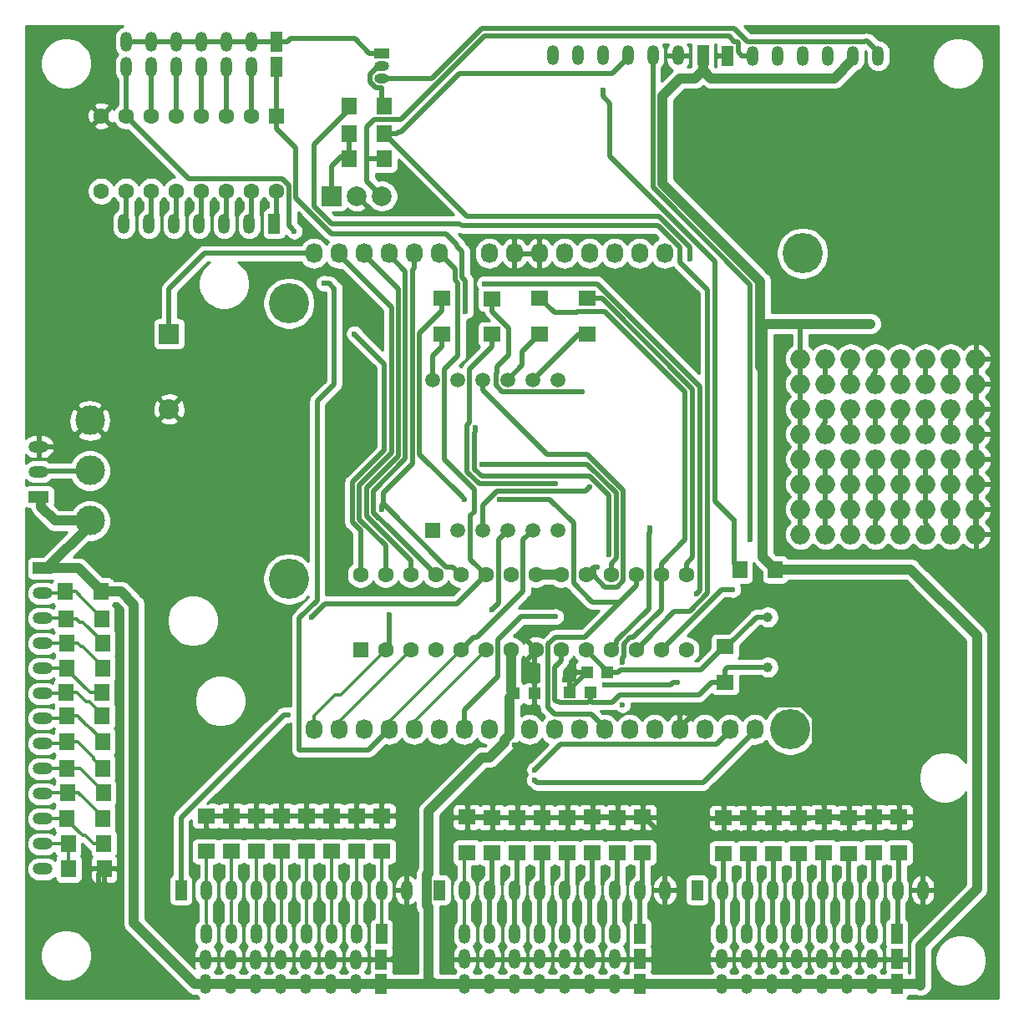
<source format=gbr>
G04 #@! TF.GenerationSoftware,KiCad,Pcbnew,(5.1.2)-1*
G04 #@! TF.CreationDate,2019-11-12T17:48:34-08:00*
G04 #@! TF.ProjectId,Luciebox,4c756369-6562-46f7-982e-6b696361645f,rev?*
G04 #@! TF.SameCoordinates,Original*
G04 #@! TF.FileFunction,Copper,L1,Top*
G04 #@! TF.FilePolarity,Positive*
%FSLAX46Y46*%
G04 Gerber Fmt 4.6, Leading zero omitted, Abs format (unit mm)*
G04 Created by KiCad (PCBNEW (5.1.2)-1) date 2019-11-12 17:48:34*
%MOMM*%
%LPD*%
G04 APERTURE LIST*
%ADD10R,2.032000X2.032000*%
%ADD11C,2.032000*%
%ADD12O,2.000000X1.200000*%
%ADD13R,2.000000X1.200000*%
%ADD14O,2.000000X2.000000*%
%ADD15C,3.000000*%
%ADD16C,1.000000*%
%ADD17R,1.500000X1.800000*%
%ADD18C,2.000000*%
%ADD19R,2.000000X2.000000*%
%ADD20O,1.200000X2.000000*%
%ADD21R,1.200000X2.000000*%
%ADD22R,1.800000X1.500000*%
%ADD23R,1.200000X1.200000*%
%ADD24C,1.600000*%
%ADD25R,1.600000X1.600000*%
%ADD26R,1.500000X1.000000*%
%ADD27O,1.500000X1.000000*%
%ADD28C,1.500000*%
%ADD29R,1.500000X1.500000*%
%ADD30O,1.727200X2.032000*%
%ADD31C,4.064000*%
%ADD32C,0.600000*%
%ADD33C,0.330200*%
%ADD34C,0.508000*%
%ADD35C,1.000000*%
%ADD36C,0.250000*%
%ADD37C,0.254000*%
G04 APERTURE END LIST*
D10*
X15484000Y-32144000D03*
D11*
X15484000Y-39764000D03*
D12*
X2276000Y-43574000D03*
X2276000Y-46114000D03*
D13*
X2276000Y-48654000D03*
D14*
X79492000Y-52464000D03*
X79479300Y-49924000D03*
X79492000Y-47384000D03*
X79504700Y-44844000D03*
X79492000Y-42304000D03*
X79479300Y-39764000D03*
X79492000Y-37224000D03*
X79479300Y-34684000D03*
X82032000Y-52464000D03*
X82019300Y-49924000D03*
X82032000Y-47384000D03*
X82044700Y-44844000D03*
X82032000Y-42304000D03*
X82019300Y-39764000D03*
X82032000Y-37224000D03*
X82019300Y-34684000D03*
X84572000Y-52464000D03*
X84559300Y-49924000D03*
X84572000Y-47384000D03*
X84584700Y-44844000D03*
X84572000Y-42304000D03*
X84559300Y-39764000D03*
X84572000Y-37224000D03*
X84559300Y-34684000D03*
X87112000Y-52464000D03*
X87099300Y-49924000D03*
X87112000Y-47384000D03*
X87124700Y-44844000D03*
X87112000Y-42304000D03*
X87099300Y-39764000D03*
X87112000Y-37224000D03*
X87099300Y-34684000D03*
X89652000Y-52464000D03*
X89639300Y-49924000D03*
X89652000Y-47384000D03*
X89664700Y-44844000D03*
X89652000Y-42304000D03*
X89639300Y-39764000D03*
X89652000Y-37224000D03*
X89639300Y-34684000D03*
X92192000Y-52464000D03*
X92179300Y-49924000D03*
X92192000Y-47384000D03*
X92204700Y-44844000D03*
X92192000Y-42304000D03*
X92179300Y-39764000D03*
X92192000Y-37224000D03*
X92179300Y-34684000D03*
X94732000Y-52464000D03*
X94719300Y-49924000D03*
X94732000Y-47384000D03*
X94744700Y-44844000D03*
X94732000Y-42304000D03*
X94719300Y-39764000D03*
X94732000Y-37224000D03*
X94719300Y-34684000D03*
X97272000Y-52464000D03*
X97259300Y-49924000D03*
X97272000Y-47384000D03*
X97284700Y-44844000D03*
X97272000Y-42304000D03*
X97259300Y-39764000D03*
X97272000Y-37224000D03*
X97259300Y-34684000D03*
D15*
X7457600Y-40932400D03*
X7457600Y-46012400D03*
X7457600Y-51092400D03*
D16*
X76190000Y-60846000D03*
X76190000Y-65926000D03*
D17*
X37328000Y-14364000D03*
X33728000Y-14364000D03*
X33728000Y-11824000D03*
X37328000Y-11824000D03*
D18*
X37074000Y-18174000D03*
X34534000Y-18174000D03*
D19*
X31994000Y-18174000D03*
D20*
X87366000Y-3950000D03*
X84826000Y-3950000D03*
X82286000Y-3950000D03*
X79746000Y-3950000D03*
X77206000Y-3950000D03*
X74666000Y-3950000D03*
D21*
X72126000Y-3950000D03*
D20*
X45456000Y-92977000D03*
X47996000Y-92977000D03*
X50536000Y-92977000D03*
X53076000Y-92977000D03*
X55616000Y-92977000D03*
X58156000Y-92977000D03*
X60696000Y-92977000D03*
D21*
X63236000Y-92977000D03*
D20*
X45456000Y-95517000D03*
X47996000Y-95517000D03*
X50536000Y-95517000D03*
X53076000Y-95517000D03*
X55616000Y-95517000D03*
X58156000Y-95517000D03*
X60696000Y-95517000D03*
D21*
X63236000Y-95517000D03*
D20*
X45456000Y-98057000D03*
X47996000Y-98057000D03*
X50536000Y-98057000D03*
X53076000Y-98057000D03*
X55616000Y-98057000D03*
X58156000Y-98057000D03*
X60696000Y-98057000D03*
D21*
X63236000Y-98057000D03*
D20*
X65743558Y-88532000D03*
X63203558Y-88532000D03*
X60663558Y-88532000D03*
X58123558Y-88532000D03*
X55583558Y-88532000D03*
X53043558Y-88532000D03*
X50503558Y-88532000D03*
X47963558Y-88532000D03*
X45423558Y-88532000D03*
D21*
X42883558Y-88532000D03*
D22*
X60948558Y-81169562D03*
X60948558Y-84769562D03*
X55868558Y-81169562D03*
X55868558Y-84769562D03*
X63488558Y-81122000D03*
X63488558Y-84722000D03*
X50788558Y-81169562D03*
X50788558Y-84769562D03*
X45708558Y-81122000D03*
X45708558Y-84722000D03*
X48248558Y-81169562D03*
X48248558Y-84769562D03*
X53328558Y-81169562D03*
X53328558Y-84769562D03*
X58408558Y-81122000D03*
X58408558Y-84722000D03*
D20*
X19225522Y-95545006D03*
X21765522Y-95545006D03*
X24305522Y-95545006D03*
X26845522Y-95545006D03*
X29385522Y-95545006D03*
X31925522Y-95545006D03*
X34465522Y-95545006D03*
D21*
X37005522Y-95545006D03*
D20*
X19225522Y-98071003D03*
X21765522Y-98071003D03*
X24305522Y-98071003D03*
X26845522Y-98071003D03*
X29385522Y-98071003D03*
X31925522Y-98071003D03*
X34465522Y-98071003D03*
D21*
X37005522Y-98071003D03*
D20*
X71491000Y-95517000D03*
X74031000Y-95517000D03*
X76571000Y-95517000D03*
X79111000Y-95517000D03*
X81651000Y-95517000D03*
X84191000Y-95517000D03*
X86731000Y-95517000D03*
D21*
X89271000Y-95517000D03*
D20*
X71491000Y-98057000D03*
X74031000Y-98057000D03*
X76571000Y-98057000D03*
X79111000Y-98057000D03*
X81651000Y-98057000D03*
X84191000Y-98057000D03*
X86731000Y-98057000D03*
D21*
X89271000Y-98057000D03*
D20*
X39550723Y-88532000D03*
X37010723Y-88532000D03*
X34470723Y-88532000D03*
X31930723Y-88532000D03*
X29390723Y-88532000D03*
X26850723Y-88532000D03*
X24310723Y-88532000D03*
X21770723Y-88532000D03*
X19230723Y-88532000D03*
D21*
X16690723Y-88532000D03*
D20*
X91890932Y-88531404D03*
X89350932Y-88531404D03*
X86810932Y-88531404D03*
X84270932Y-88531404D03*
X81730932Y-88531404D03*
X79190932Y-88531404D03*
X76650932Y-88531404D03*
X74110932Y-88531404D03*
X71570932Y-88531404D03*
D21*
X69030932Y-88531404D03*
D20*
X19230723Y-92991003D03*
X21770723Y-92991003D03*
X24310723Y-92991003D03*
X26850723Y-92991003D03*
X29390723Y-92991003D03*
X31930723Y-92991003D03*
X34470723Y-92991003D03*
D21*
X37010723Y-92991003D03*
D20*
X71491000Y-92977000D03*
X74031000Y-92977000D03*
X76571000Y-92977000D03*
X79111000Y-92977000D03*
X81651000Y-92977000D03*
X84191000Y-92977000D03*
X86731000Y-92977000D03*
D21*
X89271000Y-92977000D03*
D12*
X2678613Y-86378259D03*
X2678613Y-83838259D03*
X2678613Y-81298259D03*
X2678613Y-78758259D03*
X2678613Y-76218259D03*
X2678613Y-73678259D03*
X2678613Y-71138259D03*
X2678613Y-68598259D03*
X2678613Y-66058259D03*
X2678613Y-63518259D03*
X2678613Y-60978259D03*
X2678613Y-58438259D03*
D13*
X2678613Y-55898259D03*
D22*
X37045523Y-81010007D03*
X37045523Y-84610007D03*
X34505523Y-81010007D03*
X34505523Y-84610007D03*
X31965523Y-81010007D03*
X31965523Y-84610007D03*
X29425523Y-81010007D03*
X29425523Y-84610007D03*
X26885523Y-81010007D03*
X26885523Y-84610007D03*
X24345523Y-81010007D03*
X24345523Y-84610007D03*
X21805523Y-81010007D03*
X21805523Y-84610007D03*
X19265523Y-81010007D03*
X19265523Y-84610007D03*
X89464132Y-81122000D03*
X89464132Y-84722000D03*
X86924132Y-81122000D03*
X86924132Y-84722000D03*
X84384132Y-81200804D03*
X84384132Y-84800804D03*
X81844132Y-81122000D03*
X81844132Y-84722000D03*
X79304132Y-81200804D03*
X79304132Y-84800804D03*
X76764132Y-81200804D03*
X76764132Y-84800804D03*
X74224132Y-81200804D03*
X74224132Y-84800804D03*
X71684132Y-81200804D03*
X71684132Y-84800804D03*
D17*
X76952000Y-56020000D03*
X73352000Y-56020000D03*
X4990013Y-58285859D03*
X8590013Y-58285859D03*
X5069613Y-61079859D03*
X8669613Y-61079859D03*
X5167813Y-63518259D03*
X8767813Y-63518259D03*
X5170613Y-66032259D03*
X8770613Y-66032259D03*
X5066213Y-68471259D03*
X8666213Y-68471259D03*
X5123813Y-70884259D03*
X8723813Y-70884259D03*
X5142413Y-73475059D03*
X8742413Y-73475059D03*
X5170613Y-76192259D03*
X8770613Y-76192259D03*
X5218613Y-78681459D03*
X8818613Y-78681459D03*
X5170613Y-81272259D03*
X8770613Y-81272259D03*
X5276213Y-83812859D03*
X8876213Y-83812859D03*
X8920213Y-86352859D03*
X5320213Y-86352859D03*
D22*
X71872000Y-63850000D03*
X71872000Y-67450000D03*
D20*
X54371400Y-3924600D03*
X56911400Y-3924600D03*
X59451400Y-3924600D03*
X61991400Y-3924600D03*
X64531400Y-3924600D03*
X67071400Y-3924600D03*
D21*
X69611400Y-3924600D03*
D20*
X11163475Y-2516977D03*
X13703475Y-2516977D03*
X16243475Y-2516977D03*
X18783475Y-2516977D03*
X21323475Y-2516977D03*
X23863475Y-2516977D03*
D21*
X26403475Y-2516977D03*
D20*
X10912000Y-20968000D03*
X13452000Y-20968000D03*
X15992000Y-20968000D03*
X18532000Y-20968000D03*
X21072000Y-20968000D03*
X23612000Y-20968000D03*
D21*
X26152000Y-20968000D03*
D20*
X11163475Y-5056977D03*
X13703475Y-5056977D03*
X16243475Y-5056977D03*
X18783475Y-5056977D03*
X21323475Y-5056977D03*
X23863475Y-5056977D03*
D21*
X26403475Y-5056977D03*
D23*
X57834000Y-66434000D03*
X59934000Y-66434000D03*
X56081400Y-68466000D03*
X58181400Y-68466000D03*
X50425800Y-68618400D03*
X52525800Y-68618400D03*
D24*
X34889600Y-56553400D03*
X37429600Y-56553400D03*
X39969600Y-56553400D03*
X42509600Y-56553400D03*
X45049600Y-56553400D03*
X47589600Y-56553400D03*
X50129600Y-56553400D03*
X52669600Y-56553400D03*
X55209600Y-56553400D03*
X57749600Y-56553400D03*
X60289600Y-56553400D03*
X62829600Y-56553400D03*
X65369600Y-56553400D03*
X67909600Y-56553400D03*
X67909600Y-64173400D03*
X65369600Y-64173400D03*
X62829600Y-64173400D03*
X60289600Y-64173400D03*
X57749600Y-64173400D03*
X55209600Y-64173400D03*
X52669600Y-64173400D03*
X50129600Y-64173400D03*
X47589600Y-64173400D03*
X45049600Y-64173400D03*
X42509600Y-64173400D03*
X39969600Y-64173400D03*
X37429600Y-64173400D03*
D25*
X34889600Y-64173400D03*
D26*
X37074000Y-3696000D03*
D27*
X37074000Y-6236000D03*
X37074000Y-4966000D03*
D24*
X8623475Y-17666000D03*
X8623475Y-10046000D03*
X26403475Y-17666000D03*
X23863475Y-17666000D03*
X21323475Y-17666000D03*
X18783475Y-17666000D03*
X16243475Y-17666000D03*
X13703475Y-17666000D03*
X11163475Y-17666000D03*
X11163475Y-10046000D03*
X13703475Y-10046000D03*
X16243475Y-10046000D03*
X18783475Y-10046000D03*
X21323475Y-10046000D03*
X23863475Y-10046000D03*
D25*
X26403475Y-10046000D03*
D17*
X33728000Y-9030000D03*
X37328000Y-9030000D03*
D22*
X43170000Y-28566000D03*
X43170000Y-32166000D03*
X53076000Y-28544000D03*
X53076000Y-32144000D03*
X57902000Y-28544000D03*
X57902000Y-32144000D03*
X48250000Y-28588000D03*
X48250000Y-32188000D03*
D28*
X42230200Y-36792200D03*
X44770200Y-36792200D03*
X47310200Y-36792200D03*
X49850200Y-36792200D03*
X52390200Y-36792200D03*
X54930200Y-36792200D03*
X54930200Y-52032200D03*
X52390200Y-52032200D03*
X49850200Y-52032200D03*
X47310200Y-52032200D03*
X44770200Y-52032200D03*
D29*
X42230200Y-52032200D03*
D30*
X65738800Y-23973400D03*
X63198800Y-23973400D03*
X60658800Y-23973400D03*
X58118800Y-23973400D03*
X55578800Y-23973400D03*
X53038800Y-23973400D03*
X50498800Y-23973400D03*
X47958800Y-23973400D03*
X42878800Y-23973400D03*
X40338800Y-23973400D03*
X37798800Y-23973400D03*
X35258800Y-23973400D03*
X32718800Y-23973400D03*
X30178800Y-23973400D03*
X74882800Y-72233400D03*
X72342800Y-72233400D03*
X69802800Y-72233400D03*
X67262800Y-72233400D03*
X64722800Y-72233400D03*
X62182800Y-72233400D03*
X59642800Y-72233400D03*
X57102800Y-72233400D03*
X54562800Y-72233400D03*
X52022800Y-72233400D03*
X47958800Y-72233400D03*
X45418800Y-72233400D03*
X42878800Y-72233400D03*
X40338800Y-72233400D03*
X37798800Y-72233400D03*
X35258800Y-72233400D03*
X32718800Y-72233400D03*
X30178800Y-72233400D03*
D31*
X79708800Y-23973400D03*
X27638800Y-29053400D03*
X78438800Y-72233400D03*
X27638800Y-56993400D03*
D32*
X52525794Y-69726400D03*
X55616000Y-67196000D03*
X8372000Y-88532000D03*
X51552000Y-74308000D03*
X52568000Y-74308000D03*
X50536000Y-73800000D03*
X29958917Y-60842917D03*
X37048834Y-49949166D03*
X36672455Y-50771567D03*
X27560032Y-70752000D03*
X52568000Y-76340000D03*
X52523383Y-77363990D03*
X34280000Y-32144000D03*
X34280000Y-32144000D03*
X67046000Y-67450000D03*
X47488000Y-27064000D03*
X59680000Y-67704000D03*
X68996695Y-58478695D03*
X72634000Y-58052000D03*
X45532011Y-29858002D03*
X46556190Y-41682907D03*
X60081580Y-54496000D03*
X48250008Y-60084000D03*
X74412000Y-52972000D03*
X58145558Y-47648446D03*
X37836000Y-60592000D03*
X68315998Y-24524000D03*
X58918000Y-55758010D03*
X47234000Y-45352000D03*
X54625227Y-47322021D03*
X45456000Y-48908000D03*
X49012000Y-48908000D03*
X61458000Y-65418000D03*
X61458006Y-69736000D03*
X54677611Y-60812616D03*
X57383799Y-37996201D03*
X64252000Y-51817968D03*
X31195658Y-27027658D03*
X32248000Y-27572000D03*
X28184000Y-21730000D03*
X86604000Y-31128000D03*
X59451400Y-7480600D03*
X72780022Y-51047978D03*
D33*
X37935722Y-95545006D02*
X37005522Y-95545006D01*
X39550723Y-93930005D02*
X37935722Y-95545006D01*
X39550723Y-88532000D02*
X39550723Y-93930005D01*
X37005522Y-95545006D02*
X19225522Y-95545006D01*
D34*
X52525800Y-68254200D02*
X52568000Y-68212000D01*
X52525800Y-68618400D02*
X52525800Y-68254200D01*
X52525800Y-64317200D02*
X52669600Y-64173400D01*
X52525800Y-68618400D02*
X52525800Y-64317200D01*
X56081400Y-68186600D02*
X57834000Y-66434000D01*
X56081400Y-68466000D02*
X56081400Y-68186600D01*
X52525800Y-69726400D02*
X52525794Y-69726400D01*
X52525800Y-68618400D02*
X52525800Y-69726400D01*
X56081400Y-67358000D02*
X55919400Y-67196000D01*
X56081400Y-68466000D02*
X56081400Y-67358000D01*
X55919400Y-67196000D02*
X55616000Y-67196000D01*
X79304132Y-79942804D02*
X79304132Y-81200804D01*
X80924801Y-78322135D02*
X79304132Y-79942804D01*
X80924801Y-71040119D02*
X80924801Y-78322135D01*
X79632081Y-69747399D02*
X80924801Y-71040119D01*
X69596401Y-69747399D02*
X79632081Y-69747399D01*
X67262800Y-72081000D02*
X69596401Y-69747399D01*
X67262800Y-72233400D02*
X67262800Y-72081000D01*
X19265523Y-81010007D02*
X21805523Y-81010007D01*
X21805523Y-81010007D02*
X24345523Y-81010007D01*
X24345523Y-81010007D02*
X26885523Y-81010007D01*
X26885523Y-81010007D02*
X29425523Y-81010007D01*
X29425523Y-81010007D02*
X31965523Y-81010007D01*
X31965523Y-81010007D02*
X34505523Y-81010007D01*
X34505523Y-81010007D02*
X37045523Y-81010007D01*
X48200996Y-81122000D02*
X48248558Y-81169562D01*
X45708558Y-81122000D02*
X48200996Y-81122000D01*
X48248558Y-81169562D02*
X50788558Y-81169562D01*
X50788558Y-81169562D02*
X53328558Y-81169562D01*
X53328558Y-81169562D02*
X55868558Y-81169562D01*
X58360996Y-81169562D02*
X58408558Y-81122000D01*
X55868558Y-81169562D02*
X58360996Y-81169562D01*
X60900996Y-81122000D02*
X60948558Y-81169562D01*
X58408558Y-81122000D02*
X60900996Y-81122000D01*
X60948558Y-81169562D02*
X64001562Y-81169562D01*
X63954000Y-81122000D02*
X63488558Y-81122000D01*
X64001562Y-81169562D02*
X63954000Y-81122000D01*
X71684132Y-81200804D02*
X74224132Y-81200804D01*
X74224132Y-81200804D02*
X76764132Y-81200804D01*
X76764132Y-81200804D02*
X79304132Y-81200804D01*
X81765328Y-81200804D02*
X81844132Y-81122000D01*
X79304132Y-81200804D02*
X81765328Y-81200804D01*
X84305328Y-81122000D02*
X84384132Y-81200804D01*
X81844132Y-81122000D02*
X84305328Y-81122000D01*
X86845328Y-81200804D02*
X86924132Y-81122000D01*
X84384132Y-81200804D02*
X86845328Y-81200804D01*
X86924132Y-81122000D02*
X89464132Y-81122000D01*
X65743558Y-83227000D02*
X65743558Y-88532000D01*
X63488558Y-81122000D02*
X63638558Y-81122000D01*
X63638558Y-81122000D02*
X65743558Y-83227000D01*
X91890932Y-87023404D02*
X91890932Y-88531404D01*
X91890932Y-82140800D02*
X91890932Y-87023404D01*
X90872132Y-81122000D02*
X91890932Y-82140800D01*
X89464132Y-81122000D02*
X90872132Y-81122000D01*
X39550723Y-82107207D02*
X39550723Y-88532000D01*
X37045523Y-81010007D02*
X38453523Y-81010007D01*
X38453523Y-81010007D02*
X39550723Y-82107207D01*
X8372000Y-86901072D02*
X8920213Y-86352859D01*
X8372000Y-88532000D02*
X8372000Y-86901072D01*
X97259300Y-37211300D02*
X97272000Y-37224000D01*
X97259300Y-34684000D02*
X97259300Y-37211300D01*
X97272000Y-39751300D02*
X97259300Y-39764000D01*
X97272000Y-37224000D02*
X97272000Y-39751300D01*
X97259300Y-42291300D02*
X97272000Y-42304000D01*
X97259300Y-39764000D02*
X97259300Y-42291300D01*
X97272000Y-44831300D02*
X97284700Y-44844000D01*
X97272000Y-42304000D02*
X97272000Y-44831300D01*
X97284700Y-47371300D02*
X97272000Y-47384000D01*
X97284700Y-44844000D02*
X97284700Y-47371300D01*
X97272000Y-49911300D02*
X97259300Y-49924000D01*
X97272000Y-47384000D02*
X97272000Y-49911300D01*
X97259300Y-52451300D02*
X97272000Y-52464000D01*
X97259300Y-49924000D02*
X97259300Y-52451300D01*
X30258916Y-60542918D02*
X29958917Y-60842917D01*
X44654093Y-59488907D02*
X31312927Y-59488907D01*
X47589600Y-56553400D02*
X44654093Y-59488907D01*
X31312927Y-59488907D02*
X30258916Y-60542918D01*
X44493990Y-25588590D02*
X42878800Y-23973400D01*
X44493990Y-26679003D02*
X44493990Y-25588590D01*
X44778001Y-26963014D02*
X44493990Y-26679003D01*
X43424000Y-37380322D02*
X43434201Y-37370121D01*
X44778001Y-34345999D02*
X44778001Y-26963014D01*
X43424000Y-44844000D02*
X43424000Y-37380322D01*
X43434201Y-35689799D02*
X44778001Y-34345999D01*
X46456011Y-47876011D02*
X43424000Y-44844000D01*
X43434201Y-37370121D02*
X43434201Y-35689799D01*
X46456011Y-50180092D02*
X46456011Y-47876011D01*
X46063931Y-55027731D02*
X46063931Y-50572172D01*
X47589600Y-56553400D02*
X46063931Y-55027731D01*
X46063931Y-50572172D02*
X46456011Y-50180092D01*
X44249601Y-55753401D02*
X45049600Y-56553400D01*
X37194210Y-49382088D02*
X43565523Y-55753401D01*
X43565523Y-55753401D02*
X44249601Y-55753401D01*
X37194210Y-49382088D02*
X37191648Y-49382088D01*
X37191648Y-49382088D02*
X37048834Y-49524902D01*
X37048834Y-49524902D02*
X37048834Y-49949166D01*
X37194210Y-48279790D02*
X37194210Y-49382088D01*
X40160041Y-45313959D02*
X37194210Y-48279790D01*
X40338800Y-23973400D02*
X40338800Y-25497400D01*
X40160041Y-25676159D02*
X40160041Y-45313959D01*
X40338800Y-25497400D02*
X40160041Y-25676159D01*
X37798800Y-51842600D02*
X42509600Y-56553400D01*
X36312000Y-50355800D02*
X37798800Y-51842600D01*
X36372456Y-50471568D02*
X36672455Y-50771567D01*
X36312000Y-50355800D02*
X36312000Y-50411112D01*
X36312000Y-50411112D02*
X36372456Y-50471568D01*
X37798800Y-24125800D02*
X39452031Y-25779031D01*
X39452031Y-25779031D02*
X39452031Y-44815783D01*
X39452031Y-44815783D02*
X36204023Y-48063791D01*
X36204023Y-50247823D02*
X36312000Y-50355800D01*
X37798800Y-23973400D02*
X37798800Y-24125800D01*
X36204023Y-48063791D02*
X36204023Y-50247823D01*
X7432200Y-46037800D02*
X7457600Y-46012400D01*
X2530000Y-46037800D02*
X7432200Y-46037800D01*
X38744021Y-44522515D02*
X35496012Y-47770524D01*
X39969600Y-55135044D02*
X39969600Y-55422030D01*
X35496012Y-47770524D02*
X35496012Y-50661454D01*
X39969600Y-55422030D02*
X39969600Y-56553400D01*
X35258800Y-24125800D02*
X38744021Y-27611021D01*
X35496012Y-50661454D02*
X39969600Y-55135044D01*
X38744021Y-27611021D02*
X38744021Y-44522515D01*
X35258800Y-23973400D02*
X35258800Y-24125800D01*
X16690723Y-81197045D02*
X27135768Y-70752000D01*
X27135768Y-70752000D02*
X27560032Y-70752000D01*
X16690723Y-88532000D02*
X16690723Y-81197045D01*
X70971200Y-73757400D02*
X55150600Y-73757400D01*
X52867999Y-76040001D02*
X52568000Y-76340000D01*
X55150600Y-73757400D02*
X52867999Y-76040001D01*
X72342800Y-72233400D02*
X72342800Y-72385800D01*
X72342800Y-72385800D02*
X70971200Y-73757400D01*
X37429600Y-53596322D02*
X37429600Y-55422030D01*
X32718800Y-23973400D02*
X32718800Y-24125800D01*
X32718800Y-24125800D02*
X38036011Y-29443011D01*
X38036011Y-29443011D02*
X38036011Y-44229247D01*
X37429600Y-55422030D02*
X37429600Y-56553400D01*
X34788001Y-50954721D02*
X37429600Y-53596322D01*
X34788001Y-47477257D02*
X34788001Y-50954721D01*
X38036011Y-44229247D02*
X34788001Y-47477257D01*
X74882800Y-72385800D02*
X69604611Y-77663989D01*
X69604611Y-77663989D02*
X52823382Y-77663989D01*
X52823382Y-77663989D02*
X52523383Y-77363990D01*
X74882800Y-72233400D02*
X74882800Y-72385800D01*
X34889600Y-52057598D02*
X34079990Y-51247989D01*
X34889600Y-56553400D02*
X34889600Y-52057598D01*
X37328000Y-43935980D02*
X37328000Y-35192000D01*
X34079990Y-51247989D02*
X34079990Y-47183990D01*
X34079990Y-47183990D02*
X37328000Y-43935980D01*
X37328000Y-35192000D02*
X34280000Y-32144000D01*
X30178800Y-23973400D02*
X19082600Y-23973400D01*
X15484000Y-27572000D02*
X15484000Y-32144000D01*
X19082600Y-23973400D02*
X15484000Y-27572000D01*
X18783475Y-5056977D02*
X18783475Y-10046000D01*
X66367736Y-67704000D02*
X59680000Y-67704000D01*
X66621736Y-67450000D02*
X66367736Y-67704000D01*
X67046000Y-67450000D02*
X66621736Y-67450000D01*
X69296694Y-58178696D02*
X68996695Y-58478695D01*
X69296694Y-37472138D02*
X69296694Y-58178696D01*
X47488000Y-27064000D02*
X58888556Y-27064000D01*
X58888556Y-27064000D02*
X69296694Y-37472138D01*
X26403475Y-5056977D02*
X26403475Y-10046000D01*
X45202000Y-26302000D02*
X45202000Y-26385736D01*
X28365487Y-13316012D02*
X28365487Y-18363967D01*
X26403475Y-10046000D02*
X26403475Y-11354000D01*
X31985520Y-21984000D02*
X43545590Y-21984000D01*
X44694000Y-23254000D02*
X45202000Y-23762000D01*
X26403475Y-11354000D02*
X28365487Y-13316012D01*
X44694000Y-23132410D02*
X44694000Y-23254000D01*
X28365487Y-18363967D02*
X31985520Y-21984000D01*
X45202000Y-23762000D02*
X45202000Y-26385736D01*
X43545590Y-21984000D02*
X44694000Y-23132410D01*
X45532011Y-29433738D02*
X45532011Y-29858002D01*
X45202000Y-26385736D02*
X45532011Y-26715747D01*
X45532011Y-26715747D02*
X45532011Y-29433738D01*
X66169599Y-63373401D02*
X65369600Y-64173400D01*
X71491000Y-58052000D02*
X66169599Y-63373401D01*
X72634000Y-58052000D02*
X71491000Y-58052000D01*
X47180011Y-46568011D02*
X58131455Y-46568011D01*
X58131455Y-46568011D02*
X60081580Y-48518136D01*
X46556190Y-41682907D02*
X46556190Y-42107171D01*
X46556190Y-42107171D02*
X46472000Y-42191361D01*
X46472000Y-42191361D02*
X46472000Y-45860000D01*
X46472000Y-45860000D02*
X47180011Y-46568011D01*
X60081580Y-48518136D02*
X60081580Y-54071736D01*
X60081580Y-54071736D02*
X60081580Y-54496000D01*
D33*
X40338800Y-71424200D02*
X40338800Y-72233400D01*
X47589600Y-64173400D02*
X40338800Y-71424200D01*
D34*
X21323475Y-5056977D02*
X21323475Y-10046000D01*
X48875599Y-53006801D02*
X48875599Y-59458409D01*
X48875599Y-59458409D02*
X48550007Y-59784001D01*
X48550007Y-59784001D02*
X48250008Y-60084000D01*
X49850200Y-52032200D02*
X48875599Y-53006801D01*
X23863475Y-10046000D02*
X23863475Y-5056977D01*
D33*
X32718800Y-71424200D02*
X32718800Y-72233400D01*
X39969600Y-64173400D02*
X32718800Y-71424200D01*
D34*
X64531400Y-3924600D02*
X64531400Y-17262574D01*
X64531400Y-17262574D02*
X74412000Y-27143174D01*
X74412000Y-27143174D02*
X74412000Y-52547736D01*
X74412000Y-52547736D02*
X74412000Y-52972000D01*
D33*
X30178800Y-70887200D02*
X32346000Y-68720000D01*
X30178800Y-72233400D02*
X30178800Y-70887200D01*
X32883000Y-68720000D02*
X35169000Y-66434000D01*
X32346000Y-68720000D02*
X32883000Y-68720000D01*
X35169000Y-66434000D02*
X37429600Y-64173400D01*
D34*
X37836000Y-63767000D02*
X37429600Y-64173400D01*
X37836000Y-60592000D02*
X37836000Y-63767000D01*
X37328000Y-11824000D02*
X37328000Y-12024010D01*
X45710000Y-20206000D02*
X37328000Y-11824000D01*
X68315998Y-24524000D02*
X68315998Y-23337734D01*
X65184264Y-20206000D02*
X45710000Y-20206000D01*
X68315998Y-23337734D02*
X65184264Y-20206000D01*
X61991400Y-4178600D02*
X60442000Y-5728000D01*
X60442000Y-5728000D02*
X44948000Y-5728000D01*
X38586000Y-11824000D02*
X37328000Y-11824000D01*
X61991400Y-3924600D02*
X61991400Y-4178600D01*
X44948000Y-5728000D02*
X39000468Y-11675532D01*
X38734468Y-11675532D02*
X38586000Y-11824000D01*
X39000468Y-11675532D02*
X38734468Y-11675532D01*
X57845559Y-47948445D02*
X58145558Y-47648446D01*
X57717981Y-48076023D02*
X57845559Y-47948445D01*
X47310200Y-49493878D02*
X48728055Y-48076023D01*
X48728055Y-48076023D02*
X57717981Y-48076023D01*
X47310200Y-52032200D02*
X47310200Y-49493878D01*
X13703475Y-5056977D02*
X13703475Y-10046000D01*
X57749600Y-56553400D02*
X58549599Y-55753401D01*
X58549599Y-55753401D02*
X58554208Y-55758010D01*
X58554208Y-55758010D02*
X58918000Y-55758010D01*
X58549599Y-56669321D02*
X58549599Y-55753401D01*
X61543601Y-57155321D02*
X60891521Y-57807401D01*
X53793340Y-44336000D02*
X57902000Y-44336000D01*
X47310200Y-37852860D02*
X53793340Y-44336000D01*
X47310200Y-36792200D02*
X47310200Y-37852860D01*
X61543601Y-47977601D02*
X61543601Y-57155321D01*
X59687679Y-57807401D02*
X58549599Y-56669321D01*
X57902000Y-44336000D02*
X61543601Y-47977601D01*
X60891521Y-57807401D02*
X59687679Y-57807401D01*
X16243475Y-5056977D02*
X16243475Y-10046000D01*
X47658264Y-45352000D02*
X47234000Y-45352000D01*
X57916722Y-45352000D02*
X47658264Y-45352000D01*
X60289600Y-56553400D02*
X60289600Y-55422030D01*
X60289600Y-55422030D02*
X60835590Y-54876040D01*
X60835590Y-54876040D02*
X60835590Y-48270868D01*
X60835590Y-48270868D02*
X57916722Y-45352000D01*
X53076000Y-32144000D02*
X51298000Y-33922000D01*
X51298000Y-35344400D02*
X49850200Y-36792200D01*
X51298000Y-33922000D02*
X51298000Y-35344400D01*
X57038400Y-32144000D02*
X52390200Y-36792200D01*
X58130600Y-32496200D02*
X57778400Y-32144000D01*
X57778400Y-32144000D02*
X57038400Y-32144000D01*
X45974201Y-35721799D02*
X45974201Y-41151755D01*
X48250000Y-33446000D02*
X45974201Y-35721799D01*
X45710000Y-41415956D02*
X45710000Y-46114000D01*
X45974201Y-41151755D02*
X45710000Y-41415956D01*
X48250000Y-32188000D02*
X48250000Y-33446000D01*
X45710000Y-46114000D02*
X46918021Y-47322021D01*
X46918021Y-47322021D02*
X54200963Y-47322021D01*
X54200963Y-47322021D02*
X54625227Y-47322021D01*
X53891989Y-65621103D02*
X53891989Y-70043989D01*
X58271200Y-70709400D02*
X59642800Y-72081000D01*
X53923601Y-63603477D02*
X53923601Y-65589491D01*
X54649078Y-62878000D02*
X53923601Y-63603477D01*
X59642800Y-72081000D02*
X59642800Y-72233400D01*
X57636370Y-62878000D02*
X54649078Y-62878000D01*
X62829600Y-56553400D02*
X62829600Y-57684770D01*
X53923601Y-65589491D02*
X53891989Y-65621103D01*
X54557400Y-70709400D02*
X58271200Y-70709400D01*
X53891989Y-70043989D02*
X54557400Y-70709400D01*
X62829600Y-57684770D02*
X57636370Y-62878000D01*
X43424000Y-28588000D02*
X42778000Y-28588000D01*
X40868052Y-32125948D02*
X40868052Y-44320051D01*
X45156001Y-48608001D02*
X45456000Y-48908000D01*
X43170000Y-29824000D02*
X40868052Y-32125948D01*
X40868052Y-44320051D02*
X45156001Y-48608001D01*
X43170000Y-28566000D02*
X43170000Y-29824000D01*
X61200369Y-59314001D02*
X58377555Y-59314001D01*
X58377555Y-59314001D02*
X56495599Y-57432045D01*
X56495599Y-57432045D02*
X56495599Y-51311599D01*
X49436264Y-48908000D02*
X49012000Y-48908000D01*
X62829600Y-57684770D02*
X61200369Y-59314001D01*
X54092000Y-48908000D02*
X49436264Y-48908000D01*
X56495599Y-51311599D02*
X54092000Y-48908000D01*
X65369600Y-56553400D02*
X65369600Y-60094678D01*
X65369600Y-60094678D02*
X62544879Y-62919399D01*
X62544879Y-62919399D02*
X62227679Y-62919399D01*
X61575599Y-64876137D02*
X61458000Y-64993736D01*
X61458000Y-64993736D02*
X61458000Y-65418000D01*
X61575599Y-63571479D02*
X61575599Y-64876137D01*
X62227679Y-62919399D02*
X61575599Y-63571479D01*
X53076000Y-28544000D02*
X52876200Y-28743800D01*
X56776599Y-30009401D02*
X56776599Y-30001800D01*
X56928000Y-29858000D02*
X56776599Y-30009401D01*
X65369600Y-55422030D02*
X67808000Y-52983630D01*
X65369600Y-56553400D02*
X65369600Y-55422030D01*
X54533800Y-30001800D02*
X53076000Y-28544000D01*
X59680000Y-29858000D02*
X56928000Y-29858000D01*
X56776599Y-30001800D02*
X54533800Y-30001800D01*
X67808000Y-52983630D02*
X67808000Y-37986000D01*
X67808000Y-37986000D02*
X59680000Y-29858000D01*
X68570000Y-37746722D02*
X68570000Y-54761630D01*
X67909600Y-55422030D02*
X67909600Y-56553400D01*
X68570000Y-54761630D02*
X67909600Y-55422030D01*
X59367278Y-28544000D02*
X68570000Y-37746722D01*
X57902000Y-28544000D02*
X59367278Y-28544000D01*
X54253347Y-60812616D02*
X54677611Y-60812616D01*
X45418800Y-70281200D02*
X48843601Y-66856399D01*
X45418800Y-72233400D02*
X45418800Y-70281200D01*
X48843601Y-66856399D02*
X48843601Y-63131601D01*
X48843601Y-63131601D02*
X51162586Y-60812616D01*
X51162586Y-60812616D02*
X54253347Y-60812616D01*
X68257711Y-60284011D02*
X66718989Y-60284011D01*
X70094000Y-58447722D02*
X68257711Y-60284011D01*
X30216000Y-12946000D02*
X30216000Y-19213202D01*
X30216000Y-19213202D02*
X31970798Y-20968000D01*
X67307998Y-23400078D02*
X67307998Y-24885922D01*
X44962722Y-20968000D02*
X45162733Y-21168011D01*
X45162733Y-21168011D02*
X65075931Y-21168011D01*
X33728000Y-9284000D02*
X33728000Y-9434000D01*
X33728000Y-9434000D02*
X30216000Y-12946000D01*
X65075931Y-21168011D02*
X67307998Y-23400078D01*
X31970798Y-20968000D02*
X44962722Y-20968000D01*
X67307998Y-24885922D02*
X70094000Y-27671924D01*
X63629599Y-63373401D02*
X62829600Y-64173400D01*
X66718989Y-60284011D02*
X63629599Y-63373401D01*
X70094000Y-27671924D02*
X70094000Y-58447722D01*
X53584000Y-37986000D02*
X53594201Y-37996201D01*
X53594201Y-37996201D02*
X57383799Y-37996201D01*
X48758000Y-35446000D02*
X48758000Y-36102478D01*
X48250000Y-28588000D02*
X48250000Y-29846000D01*
X49943999Y-34260001D02*
X48758000Y-35446000D01*
X49943999Y-31539999D02*
X49943999Y-34260001D01*
X48758000Y-36102478D02*
X48646199Y-36214279D01*
X48646199Y-36214279D02*
X48646199Y-37370121D01*
X48646199Y-37370121D02*
X49272279Y-37996201D01*
X48250000Y-29846000D02*
X49943999Y-31539999D01*
X49272279Y-37996201D02*
X52968121Y-37996201D01*
X52968121Y-37996201D02*
X52978322Y-37986000D01*
X52978322Y-37986000D02*
X53584000Y-37986000D01*
X64252000Y-52242232D02*
X64252000Y-51817968D01*
X60867588Y-63595412D02*
X60867588Y-63278212D01*
X64115599Y-60030201D02*
X64115599Y-52378633D01*
X64115599Y-52378633D02*
X64252000Y-52242232D01*
X60289600Y-64173400D02*
X60867588Y-63595412D01*
X60867588Y-63278212D02*
X64115599Y-60030201D01*
D33*
X37798800Y-71424200D02*
X37798800Y-72233400D01*
X45049600Y-64173400D02*
X37798800Y-71424200D01*
D34*
X11163475Y-5056977D02*
X11163475Y-10046000D01*
X45849599Y-63373401D02*
X45049600Y-64173400D01*
X51383601Y-53038799D02*
X51383601Y-58220399D01*
X46352998Y-62870002D02*
X45849599Y-63373401D01*
X52390200Y-52032200D02*
X51383601Y-53038799D01*
X51383601Y-58220399D02*
X46733998Y-62870002D01*
X46733998Y-62870002D02*
X46352998Y-62870002D01*
X31195658Y-27027658D02*
X31703658Y-27027658D01*
X31703658Y-27027658D02*
X32248000Y-27572000D01*
X28692000Y-74308000D02*
X35724200Y-74308000D01*
X30523990Y-38962732D02*
X30523990Y-59161922D01*
X32248000Y-37238722D02*
X30523990Y-38962732D01*
X35724200Y-74308000D02*
X37798800Y-72233400D01*
X28692000Y-60993912D02*
X28692000Y-74308000D01*
X32248000Y-27572000D02*
X32248000Y-37238722D01*
X30523990Y-59161922D02*
X28692000Y-60993912D01*
X27657476Y-21203476D02*
X27884001Y-21430001D01*
X27005396Y-16411999D02*
X27657476Y-17064079D01*
X11163475Y-10046000D02*
X17529474Y-16411999D01*
X27884001Y-21430001D02*
X28184000Y-21730000D01*
X27657476Y-17064079D02*
X27657476Y-21203476D01*
X17529474Y-16411999D02*
X27005396Y-16411999D01*
X37074000Y-5281990D02*
X37074000Y-4966000D01*
X36428837Y-5281990D02*
X37074000Y-5281990D01*
X35869990Y-5840837D02*
X36428837Y-5281990D01*
X37074000Y-9030000D02*
X37074000Y-7190010D01*
X37328000Y-9284000D02*
X37074000Y-9030000D01*
X36428837Y-7190010D02*
X35869990Y-6631163D01*
X35869990Y-6631163D02*
X35869990Y-5840837D01*
X37074000Y-7190010D02*
X36428837Y-7190010D01*
X11163475Y-20716525D02*
X10912000Y-20968000D01*
X11163475Y-17666000D02*
X11163475Y-20716525D01*
X13703475Y-20716525D02*
X13452000Y-20968000D01*
X13703475Y-17666000D02*
X13703475Y-20716525D01*
X16243475Y-20716525D02*
X15992000Y-20968000D01*
X16243475Y-17666000D02*
X16243475Y-20716525D01*
X18783475Y-20716525D02*
X18532000Y-20968000D01*
X18783475Y-17666000D02*
X18783475Y-20716525D01*
X21323475Y-20716525D02*
X21072000Y-20968000D01*
X21323475Y-17666000D02*
X21323475Y-20716525D01*
X23863475Y-20716525D02*
X23612000Y-20968000D01*
X23863475Y-17666000D02*
X23863475Y-20716525D01*
X26403475Y-17618347D02*
X26152000Y-17869822D01*
X26152000Y-17869822D02*
X26403475Y-18121297D01*
X26403475Y-20716525D02*
X26152000Y-20968000D01*
X26403475Y-17666000D02*
X26403475Y-20716525D01*
X11163475Y-2516977D02*
X13703475Y-2516977D01*
X13703475Y-2516977D02*
X16243475Y-2516977D01*
X18783475Y-2516977D02*
X16243475Y-2516977D01*
X18783475Y-2516977D02*
X21323475Y-2516977D01*
X21323475Y-2516977D02*
X24283023Y-2516977D01*
X24283023Y-2516977D02*
X23863475Y-2516977D01*
X23863475Y-2516977D02*
X26403475Y-2516977D01*
X35816000Y-3696000D02*
X37074000Y-3696000D01*
X34313999Y-2193999D02*
X35816000Y-3696000D01*
X27511475Y-2516977D02*
X27834453Y-2193999D01*
X27834453Y-2193999D02*
X34313999Y-2193999D01*
X26403475Y-2516977D02*
X27511475Y-2516977D01*
X42154000Y-6236000D02*
X37074000Y-6236000D01*
X47180011Y-1209989D02*
X42154000Y-6236000D01*
X72804469Y-1209989D02*
X47180011Y-1209989D01*
X74090470Y-2495990D02*
X72804469Y-1209989D01*
X86026010Y-2495990D02*
X74090470Y-2495990D01*
X86258000Y-2442000D02*
X86080000Y-2442000D01*
X87366000Y-3950000D02*
X87366000Y-3550000D01*
X87366000Y-3550000D02*
X86258000Y-2442000D01*
X86080000Y-2442000D02*
X86026010Y-2495990D01*
D35*
X19225522Y-98071003D02*
X37005522Y-98071003D01*
X8590013Y-58135859D02*
X8590013Y-58285859D01*
X6352413Y-55898259D02*
X8590013Y-58135859D01*
X2678613Y-55898259D02*
X6352413Y-55898259D01*
X7457600Y-51519272D02*
X7457600Y-51092400D01*
X3078613Y-55898259D02*
X7457600Y-51519272D01*
X2678613Y-55898259D02*
X3078613Y-55898259D01*
X2530000Y-49685800D02*
X2530000Y-48577800D01*
X3936600Y-51092400D02*
X2530000Y-49685800D01*
X7457600Y-51092400D02*
X3936600Y-51092400D01*
X45441997Y-98071003D02*
X45456000Y-98057000D01*
X63236000Y-98057000D02*
X71491000Y-98057000D01*
X45456000Y-98057000D02*
X47996000Y-98057000D01*
X47996000Y-98057000D02*
X50536000Y-98057000D01*
X50536000Y-98057000D02*
X53076000Y-98057000D01*
X53076000Y-98057000D02*
X55616000Y-98057000D01*
X55616000Y-98057000D02*
X58156000Y-98057000D01*
X58156000Y-98057000D02*
X60696000Y-98057000D01*
X60696000Y-98057000D02*
X63236000Y-98057000D01*
X71491000Y-98057000D02*
X74031000Y-98057000D01*
X74031000Y-98057000D02*
X76571000Y-98057000D01*
X76571000Y-98057000D02*
X79111000Y-98057000D01*
X79111000Y-98057000D02*
X81651000Y-98057000D01*
X83556000Y-98057000D02*
X86731000Y-98057000D01*
X81651000Y-98057000D02*
X83556000Y-98057000D01*
X83556000Y-98057000D02*
X84191000Y-98057000D01*
X86731000Y-98057000D02*
X89271000Y-98057000D01*
X37005522Y-98071003D02*
X42408000Y-98071003D01*
X42408000Y-98071003D02*
X45441997Y-98071003D01*
X52669600Y-56553400D02*
X55209600Y-56553400D01*
X50129600Y-68322200D02*
X50425800Y-68618400D01*
X50129600Y-64173400D02*
X50129600Y-68322200D01*
X90668000Y-56020000D02*
X76952000Y-56020000D01*
X97399000Y-88405000D02*
X97399000Y-62751000D01*
X91684000Y-94120000D02*
X97399000Y-88405000D01*
X91684000Y-98184000D02*
X91684000Y-94120000D01*
X89271000Y-98057000D02*
X91557000Y-98057000D01*
X91557000Y-98057000D02*
X91684000Y-98184000D01*
X97399000Y-62751000D02*
X90668000Y-56020000D01*
X69611400Y-3924600D02*
X69611400Y-5432600D01*
X41829557Y-97492560D02*
X42408000Y-98071003D01*
X41723557Y-90232001D02*
X41829557Y-90232001D01*
X41583557Y-90092001D02*
X41723557Y-90232001D01*
X41829557Y-90232001D02*
X41829557Y-97492560D01*
X50425800Y-68618400D02*
X50028000Y-69016200D01*
X49535999Y-73319999D02*
X49535999Y-73530001D01*
X50028000Y-69016200D02*
X50028000Y-72827998D01*
X47996000Y-75070000D02*
X47234000Y-75070000D01*
X47234000Y-75070000D02*
X41829557Y-80474443D01*
X50028000Y-72827998D02*
X49535999Y-73319999D01*
X41829557Y-80474443D02*
X41829557Y-86831999D01*
X49535999Y-73530001D02*
X47996000Y-75070000D01*
X41829557Y-86831999D02*
X41723557Y-86831999D01*
X41723557Y-86831999D02*
X41583557Y-86971999D01*
X41583557Y-86971999D02*
X41583557Y-90092001D01*
X10637859Y-58285859D02*
X8590013Y-58285859D01*
X11928000Y-91881481D02*
X11928000Y-59576000D01*
X19225522Y-98071003D02*
X18117522Y-98071003D01*
X11928000Y-59576000D02*
X10637859Y-58285859D01*
X18117522Y-98071003D02*
X11928000Y-91881481D01*
X76952000Y-56020000D02*
X75682000Y-54750000D01*
X75682000Y-54750000D02*
X75682000Y-35700000D01*
X75428000Y-26810000D02*
X75428000Y-35446000D01*
X68808000Y-6236000D02*
X67300000Y-6236000D01*
X65522000Y-8014000D02*
X65522000Y-16904000D01*
X69611400Y-5432600D02*
X68808000Y-6236000D01*
X75428000Y-35446000D02*
X75682000Y-35700000D01*
X67300000Y-6236000D02*
X65522000Y-8014000D01*
X65522000Y-16904000D02*
X75428000Y-26810000D01*
X84826000Y-4350000D02*
X84826000Y-3950000D01*
X82940000Y-6236000D02*
X84826000Y-4350000D01*
X69611400Y-5432600D02*
X70414800Y-6236000D01*
X70414800Y-6236000D02*
X82940000Y-6236000D01*
D34*
X79492000Y-52464000D02*
X79238000Y-52718000D01*
X79479300Y-37211300D02*
X79492000Y-37224000D01*
X79479300Y-34684000D02*
X79479300Y-37211300D01*
X79479300Y-37236700D02*
X79492000Y-37224000D01*
X79479300Y-39764000D02*
X79479300Y-37236700D01*
X79479300Y-42291300D02*
X79492000Y-42304000D01*
X79479300Y-39764000D02*
X79479300Y-42291300D01*
X79492000Y-44831300D02*
X79504700Y-44844000D01*
X79492000Y-42304000D02*
X79492000Y-44831300D01*
X79504700Y-47371300D02*
X79492000Y-47384000D01*
X79504700Y-44844000D02*
X79504700Y-47371300D01*
X79492000Y-49911300D02*
X79479300Y-49924000D01*
X79492000Y-47384000D02*
X79492000Y-49911300D01*
X79479300Y-52451300D02*
X79492000Y-52464000D01*
X79479300Y-49924000D02*
X79479300Y-52451300D01*
D35*
X86179736Y-31128000D02*
X86604000Y-31128000D01*
X75682000Y-35700000D02*
X75682000Y-31128000D01*
D34*
X79479300Y-31140700D02*
X79479300Y-34684000D01*
X79492000Y-31128000D02*
X79479300Y-31140700D01*
D35*
X75682000Y-31128000D02*
X79492000Y-31128000D01*
X79492000Y-31128000D02*
X86179736Y-31128000D01*
D34*
X72138000Y-65926000D02*
X71872000Y-66192000D01*
X71872000Y-66192000D02*
X71872000Y-67450000D01*
X76190000Y-65926000D02*
X72138000Y-65926000D01*
X58181400Y-69278800D02*
X58181400Y-68466000D01*
X57940199Y-69520001D02*
X58181400Y-69278800D01*
X55209600Y-65304770D02*
X54600000Y-65914370D01*
X54600000Y-65914370D02*
X54600000Y-69228000D01*
X55209600Y-64173400D02*
X55209600Y-65304770D01*
X55118199Y-69520001D02*
X57940199Y-69520001D01*
X55027399Y-69429201D02*
X55118199Y-69520001D01*
X54801201Y-69429201D02*
X55027399Y-69429201D01*
X54600000Y-69228000D02*
X54801201Y-69429201D01*
X70464000Y-67450000D02*
X71872000Y-67450000D01*
X58384600Y-69482000D02*
X60442000Y-69482000D01*
X61204000Y-68720000D02*
X69194000Y-68720000D01*
X58181400Y-69278800D02*
X58384600Y-69482000D01*
X60442000Y-69482000D02*
X61204000Y-68720000D01*
X69194000Y-68720000D02*
X70464000Y-67450000D01*
X59934000Y-66357800D02*
X57749600Y-64173400D01*
X59934000Y-66434000D02*
X59934000Y-66357800D01*
X72022000Y-63850000D02*
X75026000Y-60846000D01*
X71872000Y-63850000D02*
X72022000Y-63850000D01*
X75026000Y-60846000D02*
X76190000Y-60846000D01*
X61042000Y-66434000D02*
X61288002Y-66187998D01*
X69384002Y-66187998D02*
X71722000Y-63850000D01*
X71722000Y-63850000D02*
X71872000Y-63850000D01*
X61288002Y-66187998D02*
X69384002Y-66187998D01*
X59934000Y-66434000D02*
X61042000Y-66434000D01*
X72780022Y-55448022D02*
X72780022Y-51047978D01*
X72780022Y-51047978D02*
X72780022Y-51047978D01*
X73352000Y-56020000D02*
X72780022Y-55448022D01*
X70856000Y-49123956D02*
X70856000Y-24778000D01*
X72780022Y-51047978D02*
X70856000Y-49123956D01*
X59451400Y-8039400D02*
X59451400Y-7480600D01*
X60188000Y-8776000D02*
X59451400Y-8039400D01*
X70856000Y-24778000D02*
X60188000Y-14110000D01*
X60188000Y-14110000D02*
X60188000Y-8776000D01*
X42230200Y-35731540D02*
X42230200Y-36792200D01*
X42230200Y-34363800D02*
X42230200Y-35731540D01*
X43170000Y-32166000D02*
X43170000Y-33424000D01*
X43170000Y-33424000D02*
X42230200Y-34363800D01*
D33*
X2704013Y-83812859D02*
X2678613Y-83838259D01*
X5276213Y-83812859D02*
X2704013Y-83812859D01*
X5276213Y-86308859D02*
X5320213Y-86352859D01*
X5276213Y-83812859D02*
X5276213Y-86308859D01*
X7796013Y-83812859D02*
X6975000Y-82991846D01*
X8876213Y-83812859D02*
X7796013Y-83812859D01*
X5170613Y-81422259D02*
X5170613Y-81272259D01*
X6740200Y-82991846D02*
X5170613Y-81422259D01*
X6975000Y-82991846D02*
X6740200Y-82991846D01*
X5144613Y-81298259D02*
X5170613Y-81272259D01*
X2678613Y-81298259D02*
X5144613Y-81298259D01*
X2755413Y-78681459D02*
X2678613Y-78758259D01*
X5218613Y-78681459D02*
X2755413Y-78681459D01*
X6298813Y-78681459D02*
X6497354Y-78880000D01*
X5218613Y-78681459D02*
X6298813Y-78681459D01*
X8770613Y-81122259D02*
X8770613Y-81272259D01*
X6528354Y-78880000D02*
X8770613Y-81122259D01*
X6497354Y-78880000D02*
X6528354Y-78880000D01*
X8818613Y-78531459D02*
X8818613Y-78681459D01*
X6479413Y-76192259D02*
X8818613Y-78531459D01*
X5170613Y-76192259D02*
X6479413Y-76192259D01*
X5144613Y-76218259D02*
X5170613Y-76192259D01*
X2678613Y-76218259D02*
X5144613Y-76218259D01*
X4939213Y-73678259D02*
X5142413Y-73475059D01*
X2678613Y-73678259D02*
X4939213Y-73678259D01*
X6222613Y-73475059D02*
X7864000Y-75116446D01*
X5142413Y-73475059D02*
X6222613Y-73475059D01*
X7864000Y-75285646D02*
X8770613Y-76192259D01*
X7864000Y-75116446D02*
X7864000Y-75285646D01*
X4869813Y-71138259D02*
X5123813Y-70884259D01*
X2678613Y-71138259D02*
X4869813Y-71138259D01*
X6204013Y-70884259D02*
X7102000Y-71782246D01*
X5123813Y-70884259D02*
X6204013Y-70884259D01*
X8742413Y-73325059D02*
X8742413Y-73475059D01*
X7199600Y-71782246D02*
X8742413Y-73325059D01*
X7102000Y-71782246D02*
X7199600Y-71782246D01*
X4939213Y-68598259D02*
X5066213Y-68471259D01*
X2678613Y-68598259D02*
X4939213Y-68598259D01*
X6146413Y-68471259D02*
X7102000Y-69426846D01*
X5066213Y-68471259D02*
X6146413Y-68471259D01*
X8723813Y-70734259D02*
X8723813Y-70884259D01*
X7416400Y-69426846D02*
X8723813Y-70734259D01*
X7102000Y-69426846D02*
X7416400Y-69426846D01*
X5144613Y-66058259D02*
X5170613Y-66032259D01*
X2678613Y-66058259D02*
X5144613Y-66058259D01*
X7459613Y-68471259D02*
X8666213Y-68471259D01*
X5170613Y-66032259D02*
X5170613Y-66182259D01*
X5170613Y-66182259D02*
X7459613Y-68471259D01*
X2678613Y-63518259D02*
X5167813Y-63518259D01*
X8770613Y-65882259D02*
X8770613Y-66032259D01*
X6752600Y-63864246D02*
X8770613Y-65882259D01*
X6594000Y-63864246D02*
X6752600Y-63864246D01*
X5167813Y-63518259D02*
X6248013Y-63518259D01*
X6248013Y-63518259D02*
X6594000Y-63864246D01*
X4968013Y-60978259D02*
X5069613Y-61079859D01*
X2678613Y-60978259D02*
X4968013Y-60978259D01*
X6149813Y-61079859D02*
X6423954Y-61354000D01*
X5069613Y-61079859D02*
X6149813Y-61079859D01*
X8767813Y-63368259D02*
X8767813Y-63518259D01*
X6753554Y-61354000D02*
X8767813Y-63368259D01*
X6423954Y-61354000D02*
X6753554Y-61354000D01*
X4837613Y-58438259D02*
X4990013Y-58285859D01*
X2678613Y-58438259D02*
X4837613Y-58438259D01*
X6070213Y-58285859D02*
X6594000Y-58809646D01*
X4990013Y-58285859D02*
X6070213Y-58285859D01*
X8669613Y-60929859D02*
X8669613Y-61079859D01*
X6594000Y-58854246D02*
X8669613Y-60929859D01*
X6594000Y-58809646D02*
X6594000Y-58854246D01*
D34*
X71684132Y-88418204D02*
X71570932Y-88531404D01*
X71684132Y-84800804D02*
X71684132Y-88418204D01*
X71570932Y-92897068D02*
X71491000Y-92977000D01*
X71570932Y-88531404D02*
X71570932Y-92897068D01*
X74224132Y-88418204D02*
X74110932Y-88531404D01*
X74224132Y-84800804D02*
X74224132Y-88418204D01*
X74110932Y-92897068D02*
X74031000Y-92977000D01*
X74110932Y-88531404D02*
X74110932Y-92897068D01*
X76764132Y-88418204D02*
X76650932Y-88531404D01*
X76764132Y-84800804D02*
X76764132Y-88418204D01*
X76650932Y-92897068D02*
X76571000Y-92977000D01*
X76650932Y-88531404D02*
X76650932Y-92897068D01*
X79304132Y-88418204D02*
X79190932Y-88531404D01*
X79304132Y-84800804D02*
X79304132Y-88418204D01*
X79190932Y-92897068D02*
X79111000Y-92977000D01*
X79190932Y-88531404D02*
X79190932Y-92897068D01*
X81844132Y-88418204D02*
X81730932Y-88531404D01*
X81844132Y-84722000D02*
X81844132Y-88418204D01*
X81730932Y-92897068D02*
X81651000Y-92977000D01*
X81730932Y-88531404D02*
X81730932Y-92897068D01*
X84384132Y-88418204D02*
X84270932Y-88531404D01*
X84384132Y-84800804D02*
X84384132Y-88418204D01*
X84270932Y-92897068D02*
X84191000Y-92977000D01*
X84270932Y-88531404D02*
X84270932Y-92897068D01*
X86924132Y-88418204D02*
X86810932Y-88531404D01*
X86924132Y-84722000D02*
X86924132Y-88418204D01*
X86810932Y-92897068D02*
X86731000Y-92977000D01*
X86810932Y-88531404D02*
X86810932Y-92897068D01*
X89464132Y-88418204D02*
X89350932Y-88531404D01*
X89464132Y-84722000D02*
X89464132Y-88418204D01*
X89350932Y-92897068D02*
X89271000Y-92977000D01*
X89350932Y-88531404D02*
X89350932Y-92897068D01*
D36*
X34470723Y-84644807D02*
X34505523Y-84610007D01*
D33*
X34470723Y-92991003D02*
X34470723Y-84644807D01*
D36*
X37045523Y-92956203D02*
X37010723Y-92991003D01*
D33*
X37045523Y-84610007D02*
X37045523Y-92956203D01*
D36*
X45423558Y-85007000D02*
X45708558Y-84722000D01*
D33*
X45423558Y-88532000D02*
X45423558Y-85007000D01*
X45423558Y-92845762D02*
X45423558Y-88532000D01*
D34*
X48248558Y-88247000D02*
X47963558Y-88532000D01*
X48248558Y-84769562D02*
X48248558Y-88247000D01*
X47963558Y-92944558D02*
X47996000Y-92977000D01*
X47963558Y-88532000D02*
X47963558Y-92944558D01*
X50788558Y-88247000D02*
X50503558Y-88532000D01*
X50788558Y-84769562D02*
X50788558Y-88247000D01*
X50503558Y-92944558D02*
X50536000Y-92977000D01*
X50503558Y-88532000D02*
X50503558Y-92944558D01*
X53328558Y-88247000D02*
X53043558Y-88532000D01*
X53328558Y-84769562D02*
X53328558Y-88247000D01*
X53043558Y-92944558D02*
X53076000Y-92977000D01*
X53043558Y-88532000D02*
X53043558Y-92944558D01*
X55868558Y-88247000D02*
X55583558Y-88532000D01*
X55868558Y-84769562D02*
X55868558Y-88247000D01*
X55583558Y-92944558D02*
X55616000Y-92977000D01*
X55583558Y-88532000D02*
X55583558Y-92944558D01*
X58408558Y-88247000D02*
X58123558Y-88532000D01*
X58408558Y-84722000D02*
X58408558Y-88247000D01*
X58123558Y-92944558D02*
X58156000Y-92977000D01*
X58123558Y-88532000D02*
X58123558Y-92944558D01*
X60948558Y-88247000D02*
X60663558Y-88532000D01*
X60948558Y-84769562D02*
X60948558Y-88247000D01*
X60663558Y-92944558D02*
X60696000Y-92977000D01*
X60663558Y-88532000D02*
X60663558Y-92944558D01*
X63488558Y-88247000D02*
X63203558Y-88532000D01*
X63488558Y-84722000D02*
X63488558Y-88247000D01*
X63203558Y-92944558D02*
X63236000Y-92977000D01*
X63203558Y-88532000D02*
X63203558Y-92944558D01*
D33*
X19230723Y-91741003D02*
X19230723Y-88532000D01*
D36*
X19230723Y-92991003D02*
X19230723Y-91741003D01*
X19265523Y-88497200D02*
X19230723Y-88532000D01*
D33*
X19265523Y-84610007D02*
X19265523Y-88497200D01*
D36*
X21805523Y-88497200D02*
X21770723Y-88532000D01*
D33*
X21805523Y-84610007D02*
X21805523Y-88497200D01*
X21770723Y-89782000D02*
X21770723Y-92991003D01*
D36*
X21770723Y-88532000D02*
X21770723Y-89782000D01*
X24310723Y-84644807D02*
X24345523Y-84610007D01*
D33*
X24310723Y-92991003D02*
X24310723Y-84644807D01*
D36*
X26885523Y-92956203D02*
X26850723Y-92991003D01*
D33*
X26885523Y-84610007D02*
X26885523Y-92956203D01*
D36*
X29425523Y-92956203D02*
X29390723Y-92991003D01*
D33*
X29425523Y-84610007D02*
X29425523Y-92956203D01*
D36*
X31965523Y-92956203D02*
X31930723Y-92991003D01*
D33*
X31965523Y-84610007D02*
X31965523Y-92956203D01*
D34*
X35550000Y-16650000D02*
X36074001Y-17174001D01*
X36074001Y-17174001D02*
X37074000Y-18174000D01*
X73180001Y-3572001D02*
X73180001Y-2586799D01*
X73558000Y-3950000D02*
X73180001Y-3572001D01*
X74666000Y-3950000D02*
X73558000Y-3950000D01*
X72811999Y-2495999D02*
X72234000Y-1918000D01*
X73180001Y-2586799D02*
X73089201Y-2495999D01*
X72234000Y-1918000D02*
X47488000Y-1918000D01*
X73089201Y-2495999D02*
X72811999Y-2495999D01*
X47488000Y-1918000D02*
X39021999Y-10384001D01*
X39021999Y-10384001D02*
X36300797Y-10384001D01*
X36300797Y-10384001D02*
X35550000Y-11134798D01*
X37328000Y-14364000D02*
X36070000Y-14364000D01*
X36070000Y-14364000D02*
X35550000Y-14364000D01*
X35550000Y-11134798D02*
X35550000Y-14364000D01*
X35550000Y-14364000D02*
X35550000Y-16650000D01*
X34280000Y-14110000D02*
X33010000Y-14110000D01*
X31994000Y-15126000D02*
X31994000Y-18174000D01*
X33010000Y-14110000D02*
X31994000Y-15126000D01*
X33728000Y-12840000D02*
X33728000Y-14110000D01*
X33728000Y-12840000D02*
X33728000Y-11824000D01*
X94732000Y-37224000D02*
X94732000Y-34684000D01*
X94986000Y-40635787D02*
X94986000Y-39764000D01*
X94732000Y-40889787D02*
X94986000Y-40635787D01*
X94732000Y-42304000D02*
X94732000Y-40889787D01*
X94732000Y-48497087D02*
X94732000Y-47130000D01*
X94719300Y-48509787D02*
X94732000Y-48497087D01*
X94719300Y-49924000D02*
X94719300Y-48509787D01*
X94732000Y-47384000D02*
X94732000Y-44590000D01*
X94732000Y-50432000D02*
X95240000Y-49924000D01*
X94732000Y-52464000D02*
X94732000Y-50432000D01*
X92179300Y-36703300D02*
X92192000Y-36716000D01*
X92179300Y-34684000D02*
X92179300Y-36703300D01*
X92192000Y-39776700D02*
X92192000Y-42304000D01*
X92179300Y-39764000D02*
X92192000Y-39776700D01*
X92204700Y-47371300D02*
X92192000Y-47384000D01*
X92204700Y-44844000D02*
X92204700Y-47371300D01*
X92192000Y-47384000D02*
X92192000Y-50178000D01*
X92179300Y-51338213D02*
X92446000Y-51604913D01*
X92446000Y-51604913D02*
X92446000Y-52464000D01*
X92179300Y-49924000D02*
X92179300Y-51338213D01*
X89652000Y-37224000D02*
X89652000Y-34684000D01*
X89906000Y-40635787D02*
X89906000Y-40018000D01*
X89652000Y-40889787D02*
X89906000Y-40635787D01*
X89652000Y-42304000D02*
X89652000Y-40889787D01*
X89652000Y-51049787D02*
X89652000Y-49416000D01*
X89652000Y-52464000D02*
X89652000Y-51049787D01*
X89652000Y-47384000D02*
X89652000Y-49670000D01*
X89652000Y-47384000D02*
X89652000Y-44590000D01*
X86858000Y-36339513D02*
X86858000Y-36716000D01*
X87099300Y-36098213D02*
X86858000Y-36339513D01*
X87099300Y-34684000D02*
X87099300Y-36098213D01*
X87099300Y-42316700D02*
X86604000Y-42812000D01*
X87099300Y-39764000D02*
X87099300Y-42316700D01*
X87366000Y-50795787D02*
X87366000Y-50178000D01*
X87112000Y-51049787D02*
X87366000Y-50795787D01*
X87112000Y-52464000D02*
X87112000Y-51049787D01*
X87112000Y-47130000D02*
X87366000Y-46876000D01*
X87112000Y-47384000D02*
X87112000Y-47130000D01*
X87124700Y-47371300D02*
X87112000Y-47384000D01*
X87124700Y-44844000D02*
X87124700Y-47371300D01*
X87112000Y-47384000D02*
X87112000Y-50686000D01*
X85080000Y-35301787D02*
X85080000Y-35192000D01*
X84572000Y-35809787D02*
X85080000Y-35301787D01*
X84572000Y-37224000D02*
X84572000Y-35809787D01*
X84064000Y-40381787D02*
X84064000Y-39764000D01*
X84572000Y-40889787D02*
X84064000Y-40381787D01*
X84572000Y-42304000D02*
X84572000Y-40889787D01*
X84572000Y-49936700D02*
X84559300Y-49924000D01*
X84572000Y-52464000D02*
X84572000Y-49936700D01*
X84559300Y-47396700D02*
X84572000Y-47384000D01*
X84559300Y-49924000D02*
X84559300Y-47396700D01*
X84572000Y-45098000D02*
X85080000Y-44590000D01*
X84572000Y-47384000D02*
X84572000Y-45098000D01*
X82019300Y-36449300D02*
X82286000Y-36716000D01*
X82019300Y-34684000D02*
X82019300Y-36449300D01*
X82019300Y-41178213D02*
X81778000Y-41419513D01*
X81778000Y-41419513D02*
X81778000Y-42304000D01*
X82019300Y-39764000D02*
X82019300Y-41178213D01*
X82032000Y-49936700D02*
X82019300Y-49924000D01*
X82032000Y-52464000D02*
X82032000Y-49936700D01*
X82019300Y-47396700D02*
X82032000Y-47384000D01*
X82019300Y-49924000D02*
X82019300Y-47396700D01*
X82032000Y-44856700D02*
X82044700Y-44844000D01*
X82032000Y-47384000D02*
X82032000Y-44856700D01*
D37*
G36*
X1031820Y-49843502D02*
G01*
X1151518Y-49879812D01*
X1276000Y-49892072D01*
X1409825Y-49892072D01*
X1411423Y-49908298D01*
X1476324Y-50122246D01*
X1581716Y-50319423D01*
X1723551Y-50492249D01*
X1766865Y-50527796D01*
X3094608Y-51855540D01*
X3130151Y-51898849D01*
X3273965Y-52016874D01*
X3302977Y-52040684D01*
X3500153Y-52146076D01*
X3714101Y-52210977D01*
X3936600Y-52232891D01*
X3992352Y-52227400D01*
X5144340Y-52227400D01*
X2711554Y-54660187D01*
X1678613Y-54660187D01*
X1554131Y-54672447D01*
X1434433Y-54708757D01*
X1324119Y-54767722D01*
X1227428Y-54847074D01*
X1148076Y-54943765D01*
X1089111Y-55054079D01*
X1052801Y-55173777D01*
X1040541Y-55298259D01*
X1040541Y-56498259D01*
X1052801Y-56622741D01*
X1089111Y-56742439D01*
X1148076Y-56852753D01*
X1227428Y-56949444D01*
X1324119Y-57028796D01*
X1434433Y-57087761D01*
X1554131Y-57124071D01*
X1678613Y-57136331D01*
X3653370Y-57136331D01*
X3650511Y-57141679D01*
X3614201Y-57261377D01*
X3608324Y-57321045D01*
X3553514Y-57291748D01*
X3320715Y-57221129D01*
X3139278Y-57203259D01*
X2217948Y-57203259D01*
X2036511Y-57221129D01*
X1803712Y-57291748D01*
X1589164Y-57406426D01*
X1401111Y-57560757D01*
X1246780Y-57748810D01*
X1132102Y-57963358D01*
X1061483Y-58196157D01*
X1037638Y-58438259D01*
X1061483Y-58680361D01*
X1132102Y-58913160D01*
X1246780Y-59127708D01*
X1401111Y-59315761D01*
X1589164Y-59470092D01*
X1803712Y-59584770D01*
X2036511Y-59655389D01*
X2217948Y-59673259D01*
X3139278Y-59673259D01*
X3320715Y-59655389D01*
X3553514Y-59584770D01*
X3693284Y-59510061D01*
X3709476Y-59540353D01*
X3788828Y-59637044D01*
X3884454Y-59715522D01*
X3868428Y-59728674D01*
X3789076Y-59825365D01*
X3734076Y-59928260D01*
X3553514Y-59831748D01*
X3320715Y-59761129D01*
X3139278Y-59743259D01*
X2217948Y-59743259D01*
X2036511Y-59761129D01*
X1803712Y-59831748D01*
X1589164Y-59946426D01*
X1401111Y-60100757D01*
X1246780Y-60288810D01*
X1132102Y-60503358D01*
X1061483Y-60736157D01*
X1037638Y-60978259D01*
X1061483Y-61220361D01*
X1132102Y-61453160D01*
X1246780Y-61667708D01*
X1401111Y-61855761D01*
X1589164Y-62010092D01*
X1803712Y-62124770D01*
X2036511Y-62195389D01*
X2217948Y-62213259D01*
X3139278Y-62213259D01*
X3320715Y-62195389D01*
X3553514Y-62124770D01*
X3688697Y-62052514D01*
X3693801Y-62104341D01*
X3730111Y-62224039D01*
X3789076Y-62334353D01*
X3826521Y-62379980D01*
X3792001Y-62493777D01*
X3790881Y-62505153D01*
X3768062Y-62486426D01*
X3553514Y-62371748D01*
X3320715Y-62301129D01*
X3139278Y-62283259D01*
X2217948Y-62283259D01*
X2036511Y-62301129D01*
X1803712Y-62371748D01*
X1589164Y-62486426D01*
X1401111Y-62640757D01*
X1246780Y-62828810D01*
X1132102Y-63043358D01*
X1061483Y-63276157D01*
X1037638Y-63518259D01*
X1061483Y-63760361D01*
X1132102Y-63993160D01*
X1246780Y-64207708D01*
X1401111Y-64395761D01*
X1589164Y-64550092D01*
X1803712Y-64664770D01*
X2036511Y-64735389D01*
X2217948Y-64753259D01*
X3139278Y-64753259D01*
X3320715Y-64735389D01*
X3553514Y-64664770D01*
X3768062Y-64550092D01*
X3790881Y-64531365D01*
X3792001Y-64542741D01*
X3828311Y-64662439D01*
X3887276Y-64772753D01*
X3890733Y-64776965D01*
X3890076Y-64777765D01*
X3831111Y-64888079D01*
X3794801Y-65007777D01*
X3791102Y-65045334D01*
X3768062Y-65026426D01*
X3553514Y-64911748D01*
X3320715Y-64841129D01*
X3139278Y-64823259D01*
X2217948Y-64823259D01*
X2036511Y-64841129D01*
X1803712Y-64911748D01*
X1589164Y-65026426D01*
X1401111Y-65180757D01*
X1246780Y-65368810D01*
X1132102Y-65583358D01*
X1061483Y-65816157D01*
X1037638Y-66058259D01*
X1061483Y-66300361D01*
X1132102Y-66533160D01*
X1246780Y-66747708D01*
X1401111Y-66935761D01*
X1589164Y-67090092D01*
X1803712Y-67204770D01*
X2036511Y-67275389D01*
X2217948Y-67293259D01*
X3139278Y-67293259D01*
X3320715Y-67275389D01*
X3553514Y-67204770D01*
X3768062Y-67090092D01*
X3797572Y-67065874D01*
X3827781Y-67165460D01*
X3785676Y-67216765D01*
X3726711Y-67327079D01*
X3690401Y-67446777D01*
X3683090Y-67521008D01*
X3553514Y-67451748D01*
X3320715Y-67381129D01*
X3139278Y-67363259D01*
X2217948Y-67363259D01*
X2036511Y-67381129D01*
X1803712Y-67451748D01*
X1589164Y-67566426D01*
X1401111Y-67720757D01*
X1246780Y-67908810D01*
X1132102Y-68123358D01*
X1061483Y-68356157D01*
X1037638Y-68598259D01*
X1061483Y-68840361D01*
X1132102Y-69073160D01*
X1246780Y-69287708D01*
X1401111Y-69475761D01*
X1589164Y-69630092D01*
X1803712Y-69744770D01*
X2036511Y-69815389D01*
X2217948Y-69833259D01*
X3139278Y-69833259D01*
X3320715Y-69815389D01*
X3553514Y-69744770D01*
X3741992Y-69644027D01*
X3785676Y-69725753D01*
X3789487Y-69730396D01*
X3784311Y-69740079D01*
X3748001Y-69859777D01*
X3735741Y-69984259D01*
X3735741Y-70089150D01*
X3553514Y-69991748D01*
X3320715Y-69921129D01*
X3139278Y-69903259D01*
X2217948Y-69903259D01*
X2036511Y-69921129D01*
X1803712Y-69991748D01*
X1589164Y-70106426D01*
X1401111Y-70260757D01*
X1246780Y-70448810D01*
X1132102Y-70663358D01*
X1061483Y-70896157D01*
X1037638Y-71138259D01*
X1061483Y-71380361D01*
X1132102Y-71613160D01*
X1246780Y-71827708D01*
X1401111Y-72015761D01*
X1589164Y-72170092D01*
X1803712Y-72284770D01*
X2036511Y-72355389D01*
X2217948Y-72373259D01*
X3139278Y-72373259D01*
X3320715Y-72355389D01*
X3553514Y-72284770D01*
X3768062Y-72170092D01*
X3831986Y-72117631D01*
X3843276Y-72138753D01*
X3886147Y-72190991D01*
X3861876Y-72220565D01*
X3802911Y-72330879D01*
X3766601Y-72450577D01*
X3754341Y-72575059D01*
X3754341Y-72639092D01*
X3553514Y-72531748D01*
X3320715Y-72461129D01*
X3139278Y-72443259D01*
X2217948Y-72443259D01*
X2036511Y-72461129D01*
X1803712Y-72531748D01*
X1589164Y-72646426D01*
X1401111Y-72800757D01*
X1246780Y-72988810D01*
X1132102Y-73203358D01*
X1061483Y-73436157D01*
X1037638Y-73678259D01*
X1061483Y-73920361D01*
X1132102Y-74153160D01*
X1246780Y-74367708D01*
X1401111Y-74555761D01*
X1589164Y-74710092D01*
X1803712Y-74824770D01*
X2036511Y-74895389D01*
X2217948Y-74913259D01*
X3139278Y-74913259D01*
X3320715Y-74895389D01*
X3553514Y-74824770D01*
X3768062Y-74710092D01*
X3826040Y-74662510D01*
X3861876Y-74729553D01*
X3941228Y-74826244D01*
X3965351Y-74846041D01*
X3890076Y-74937765D01*
X3831111Y-75048079D01*
X3794801Y-75167777D01*
X3791102Y-75205334D01*
X3768062Y-75186426D01*
X3553514Y-75071748D01*
X3320715Y-75001129D01*
X3139278Y-74983259D01*
X2217948Y-74983259D01*
X2036511Y-75001129D01*
X1803712Y-75071748D01*
X1589164Y-75186426D01*
X1401111Y-75340757D01*
X1246780Y-75528810D01*
X1132102Y-75743358D01*
X1061483Y-75976157D01*
X1037638Y-76218259D01*
X1061483Y-76460361D01*
X1132102Y-76693160D01*
X1246780Y-76907708D01*
X1401111Y-77095761D01*
X1589164Y-77250092D01*
X1803712Y-77364770D01*
X2036511Y-77435389D01*
X2217948Y-77453259D01*
X3139278Y-77453259D01*
X3320715Y-77435389D01*
X3553514Y-77364770D01*
X3768062Y-77250092D01*
X3797572Y-77225874D01*
X3831111Y-77336439D01*
X3890076Y-77446753D01*
X3912738Y-77474367D01*
X3879111Y-77537279D01*
X3842801Y-77656977D01*
X3830883Y-77777982D01*
X3768062Y-77726426D01*
X3553514Y-77611748D01*
X3320715Y-77541129D01*
X3139278Y-77523259D01*
X2217948Y-77523259D01*
X2036511Y-77541129D01*
X1803712Y-77611748D01*
X1589164Y-77726426D01*
X1401111Y-77880757D01*
X1246780Y-78068810D01*
X1132102Y-78283358D01*
X1061483Y-78516157D01*
X1037638Y-78758259D01*
X1061483Y-79000361D01*
X1132102Y-79233160D01*
X1246780Y-79447708D01*
X1401111Y-79635761D01*
X1589164Y-79790092D01*
X1803712Y-79904770D01*
X2036511Y-79975389D01*
X2217948Y-79993259D01*
X3139278Y-79993259D01*
X3320715Y-79975389D01*
X3553514Y-79904770D01*
X3768062Y-79790092D01*
X3848342Y-79724208D01*
X3879111Y-79825639D01*
X3938076Y-79935953D01*
X3947647Y-79947615D01*
X3890076Y-80017765D01*
X3831111Y-80128079D01*
X3794801Y-80247777D01*
X3791102Y-80285334D01*
X3768062Y-80266426D01*
X3553514Y-80151748D01*
X3320715Y-80081129D01*
X3139278Y-80063259D01*
X2217948Y-80063259D01*
X2036511Y-80081129D01*
X1803712Y-80151748D01*
X1589164Y-80266426D01*
X1401111Y-80420757D01*
X1246780Y-80608810D01*
X1132102Y-80823358D01*
X1061483Y-81056157D01*
X1037638Y-81298259D01*
X1061483Y-81540361D01*
X1132102Y-81773160D01*
X1246780Y-81987708D01*
X1401111Y-82175761D01*
X1589164Y-82330092D01*
X1803712Y-82444770D01*
X2036511Y-82515389D01*
X2217948Y-82533259D01*
X3139278Y-82533259D01*
X3320715Y-82515389D01*
X3553514Y-82444770D01*
X3768062Y-82330092D01*
X3797572Y-82305874D01*
X3831111Y-82416439D01*
X3890076Y-82526753D01*
X3964258Y-82617144D01*
X3936711Y-82668679D01*
X3900401Y-82788377D01*
X3888860Y-82905562D01*
X3768062Y-82806426D01*
X3553514Y-82691748D01*
X3320715Y-82621129D01*
X3139278Y-82603259D01*
X2217948Y-82603259D01*
X2036511Y-82621129D01*
X1803712Y-82691748D01*
X1589164Y-82806426D01*
X1401111Y-82960757D01*
X1246780Y-83148810D01*
X1132102Y-83363358D01*
X1061483Y-83596157D01*
X1037638Y-83838259D01*
X1061483Y-84080361D01*
X1132102Y-84313160D01*
X1246780Y-84527708D01*
X1401111Y-84715761D01*
X1589164Y-84870092D01*
X1803712Y-84984770D01*
X2036511Y-85055389D01*
X2217948Y-85073259D01*
X3139278Y-85073259D01*
X3320715Y-85055389D01*
X3553514Y-84984770D01*
X3768062Y-84870092D01*
X3893489Y-84767157D01*
X3900401Y-84837341D01*
X3936711Y-84957039D01*
X3995676Y-85067353D01*
X4032360Y-85112052D01*
X3980711Y-85208679D01*
X3944401Y-85328377D01*
X3932141Y-85452859D01*
X3932141Y-85481082D01*
X3768062Y-85346426D01*
X3553514Y-85231748D01*
X3320715Y-85161129D01*
X3139278Y-85143259D01*
X2217948Y-85143259D01*
X2036511Y-85161129D01*
X1803712Y-85231748D01*
X1589164Y-85346426D01*
X1401111Y-85500757D01*
X1246780Y-85688810D01*
X1132102Y-85903358D01*
X1061483Y-86136157D01*
X1037638Y-86378259D01*
X1061483Y-86620361D01*
X1132102Y-86853160D01*
X1246780Y-87067708D01*
X1401111Y-87255761D01*
X1589164Y-87410092D01*
X1803712Y-87524770D01*
X2036511Y-87595389D01*
X2217948Y-87613259D01*
X3139278Y-87613259D01*
X3320715Y-87595389D01*
X3553514Y-87524770D01*
X3768062Y-87410092D01*
X3934198Y-87273748D01*
X3944401Y-87377341D01*
X3980711Y-87497039D01*
X4039676Y-87607353D01*
X4119028Y-87704044D01*
X4215719Y-87783396D01*
X4326033Y-87842361D01*
X4445731Y-87878671D01*
X4570213Y-87890931D01*
X6070213Y-87890931D01*
X6194695Y-87878671D01*
X6314393Y-87842361D01*
X6424707Y-87783396D01*
X6521398Y-87704044D01*
X6600750Y-87607353D01*
X6659715Y-87497039D01*
X6696025Y-87377341D01*
X6708285Y-87252859D01*
X7532141Y-87252859D01*
X7544401Y-87377341D01*
X7580711Y-87497039D01*
X7639676Y-87607353D01*
X7719028Y-87704044D01*
X7815719Y-87783396D01*
X7926033Y-87842361D01*
X8045731Y-87878671D01*
X8170213Y-87890931D01*
X8634463Y-87887859D01*
X8793213Y-87729109D01*
X8793213Y-86479859D01*
X9047213Y-86479859D01*
X9047213Y-87729109D01*
X9205963Y-87887859D01*
X9670213Y-87890931D01*
X9794695Y-87878671D01*
X9914393Y-87842361D01*
X10024707Y-87783396D01*
X10121398Y-87704044D01*
X10200750Y-87607353D01*
X10259715Y-87497039D01*
X10296025Y-87377341D01*
X10308285Y-87252859D01*
X10305213Y-86638609D01*
X10146463Y-86479859D01*
X9047213Y-86479859D01*
X8793213Y-86479859D01*
X7693963Y-86479859D01*
X7535213Y-86638609D01*
X7532141Y-87252859D01*
X6708285Y-87252859D01*
X6708285Y-85452859D01*
X6696025Y-85328377D01*
X6659715Y-85208679D01*
X6600750Y-85098365D01*
X6564066Y-85053666D01*
X6615715Y-84957039D01*
X6652025Y-84837341D01*
X6664285Y-84712859D01*
X6664285Y-83812642D01*
X7202468Y-84350826D01*
X7227520Y-84381352D01*
X7258046Y-84406404D01*
X7258048Y-84406406D01*
X7349350Y-84481336D01*
X7488141Y-84555521D01*
X7488141Y-84712859D01*
X7500401Y-84837341D01*
X7536711Y-84957039D01*
X7595676Y-85067353D01*
X7632360Y-85112052D01*
X7580711Y-85208679D01*
X7544401Y-85328377D01*
X7532141Y-85452859D01*
X7535213Y-86067109D01*
X7693963Y-86225859D01*
X8793213Y-86225859D01*
X8793213Y-86205859D01*
X9047213Y-86205859D01*
X9047213Y-86225859D01*
X10146463Y-86225859D01*
X10305213Y-86067109D01*
X10308285Y-85452859D01*
X10296025Y-85328377D01*
X10259715Y-85208679D01*
X10200750Y-85098365D01*
X10164066Y-85053666D01*
X10215715Y-84957039D01*
X10252025Y-84837341D01*
X10264285Y-84712859D01*
X10264285Y-82912859D01*
X10252025Y-82788377D01*
X10215715Y-82668679D01*
X10156750Y-82558365D01*
X10082568Y-82467974D01*
X10110115Y-82416439D01*
X10146425Y-82296741D01*
X10158685Y-82172259D01*
X10158685Y-80372259D01*
X10146425Y-80247777D01*
X10110115Y-80128079D01*
X10051150Y-80017765D01*
X10041579Y-80006103D01*
X10099150Y-79935953D01*
X10158115Y-79825639D01*
X10194425Y-79705941D01*
X10206685Y-79581459D01*
X10206685Y-77781459D01*
X10194425Y-77656977D01*
X10158115Y-77537279D01*
X10099150Y-77426965D01*
X10076488Y-77399351D01*
X10110115Y-77336439D01*
X10146425Y-77216741D01*
X10158685Y-77092259D01*
X10158685Y-75292259D01*
X10146425Y-75167777D01*
X10110115Y-75048079D01*
X10051150Y-74937765D01*
X9971798Y-74841074D01*
X9947675Y-74821277D01*
X10022950Y-74729553D01*
X10081915Y-74619239D01*
X10118225Y-74499541D01*
X10130485Y-74375059D01*
X10130485Y-72575059D01*
X10118225Y-72450577D01*
X10081915Y-72330879D01*
X10022950Y-72220565D01*
X9980079Y-72168327D01*
X10004350Y-72138753D01*
X10063315Y-72028439D01*
X10099625Y-71908741D01*
X10111885Y-71784259D01*
X10111885Y-69984259D01*
X10099625Y-69859777D01*
X10063315Y-69740079D01*
X10004350Y-69629765D01*
X10000539Y-69625122D01*
X10005715Y-69615439D01*
X10042025Y-69495741D01*
X10054285Y-69371259D01*
X10054285Y-67571259D01*
X10042025Y-67446777D01*
X10009045Y-67338058D01*
X10051150Y-67286753D01*
X10110115Y-67176439D01*
X10146425Y-67056741D01*
X10158685Y-66932259D01*
X10158685Y-65132259D01*
X10146425Y-65007777D01*
X10110115Y-64888079D01*
X10051150Y-64777765D01*
X10047693Y-64773553D01*
X10048350Y-64772753D01*
X10107315Y-64662439D01*
X10143625Y-64542741D01*
X10155885Y-64418259D01*
X10155885Y-62618259D01*
X10143625Y-62493777D01*
X10107315Y-62374079D01*
X10048350Y-62263765D01*
X10010905Y-62218138D01*
X10045425Y-62104341D01*
X10057685Y-61979859D01*
X10057685Y-60179859D01*
X10045425Y-60055377D01*
X10009115Y-59935679D01*
X9950150Y-59825365D01*
X9870798Y-59728674D01*
X9775172Y-59650196D01*
X9791198Y-59637044D01*
X9870550Y-59540353D01*
X9929515Y-59430039D01*
X9932300Y-59420859D01*
X10167728Y-59420859D01*
X10793001Y-60046133D01*
X10793000Y-91825730D01*
X10787509Y-91881481D01*
X10793000Y-91937232D01*
X10809423Y-92103979D01*
X10874324Y-92317927D01*
X10979716Y-92515104D01*
X11121551Y-92687930D01*
X11164865Y-92723477D01*
X17275531Y-98834144D01*
X17311073Y-98877452D01*
X17483899Y-99019287D01*
X17580654Y-99071003D01*
X17681075Y-99124679D01*
X17895023Y-99189580D01*
X18117522Y-99211494D01*
X18173273Y-99206003D01*
X18231072Y-99206003D01*
X18348020Y-99348505D01*
X18536073Y-99502836D01*
X18541992Y-99506000D01*
X954000Y-99506000D01*
X954000Y-94876475D01*
X2435000Y-94876475D01*
X2435000Y-95395525D01*
X2536261Y-95904601D01*
X2734893Y-96384141D01*
X3023262Y-96815715D01*
X3390285Y-97182738D01*
X3821859Y-97471107D01*
X4301399Y-97669739D01*
X4810475Y-97771000D01*
X5329525Y-97771000D01*
X5838601Y-97669739D01*
X6318141Y-97471107D01*
X6749715Y-97182738D01*
X7116738Y-96815715D01*
X7405107Y-96384141D01*
X7603739Y-95904601D01*
X7705000Y-95395525D01*
X7705000Y-94876475D01*
X7603739Y-94367399D01*
X7405107Y-93887859D01*
X7116738Y-93456285D01*
X6749715Y-93089262D01*
X6318141Y-92800893D01*
X5838601Y-92602261D01*
X5329525Y-92501000D01*
X4810475Y-92501000D01*
X4301399Y-92602261D01*
X3821859Y-92800893D01*
X3390285Y-93089262D01*
X3023262Y-93456285D01*
X2734893Y-93887859D01*
X2536261Y-94367399D01*
X2435000Y-94876475D01*
X954000Y-94876475D01*
X954000Y-49801906D01*
X1031820Y-49843502D01*
X1031820Y-49843502D01*
G37*
X1031820Y-49843502D02*
X1151518Y-49879812D01*
X1276000Y-49892072D01*
X1409825Y-49892072D01*
X1411423Y-49908298D01*
X1476324Y-50122246D01*
X1581716Y-50319423D01*
X1723551Y-50492249D01*
X1766865Y-50527796D01*
X3094608Y-51855540D01*
X3130151Y-51898849D01*
X3273965Y-52016874D01*
X3302977Y-52040684D01*
X3500153Y-52146076D01*
X3714101Y-52210977D01*
X3936600Y-52232891D01*
X3992352Y-52227400D01*
X5144340Y-52227400D01*
X2711554Y-54660187D01*
X1678613Y-54660187D01*
X1554131Y-54672447D01*
X1434433Y-54708757D01*
X1324119Y-54767722D01*
X1227428Y-54847074D01*
X1148076Y-54943765D01*
X1089111Y-55054079D01*
X1052801Y-55173777D01*
X1040541Y-55298259D01*
X1040541Y-56498259D01*
X1052801Y-56622741D01*
X1089111Y-56742439D01*
X1148076Y-56852753D01*
X1227428Y-56949444D01*
X1324119Y-57028796D01*
X1434433Y-57087761D01*
X1554131Y-57124071D01*
X1678613Y-57136331D01*
X3653370Y-57136331D01*
X3650511Y-57141679D01*
X3614201Y-57261377D01*
X3608324Y-57321045D01*
X3553514Y-57291748D01*
X3320715Y-57221129D01*
X3139278Y-57203259D01*
X2217948Y-57203259D01*
X2036511Y-57221129D01*
X1803712Y-57291748D01*
X1589164Y-57406426D01*
X1401111Y-57560757D01*
X1246780Y-57748810D01*
X1132102Y-57963358D01*
X1061483Y-58196157D01*
X1037638Y-58438259D01*
X1061483Y-58680361D01*
X1132102Y-58913160D01*
X1246780Y-59127708D01*
X1401111Y-59315761D01*
X1589164Y-59470092D01*
X1803712Y-59584770D01*
X2036511Y-59655389D01*
X2217948Y-59673259D01*
X3139278Y-59673259D01*
X3320715Y-59655389D01*
X3553514Y-59584770D01*
X3693284Y-59510061D01*
X3709476Y-59540353D01*
X3788828Y-59637044D01*
X3884454Y-59715522D01*
X3868428Y-59728674D01*
X3789076Y-59825365D01*
X3734076Y-59928260D01*
X3553514Y-59831748D01*
X3320715Y-59761129D01*
X3139278Y-59743259D01*
X2217948Y-59743259D01*
X2036511Y-59761129D01*
X1803712Y-59831748D01*
X1589164Y-59946426D01*
X1401111Y-60100757D01*
X1246780Y-60288810D01*
X1132102Y-60503358D01*
X1061483Y-60736157D01*
X1037638Y-60978259D01*
X1061483Y-61220361D01*
X1132102Y-61453160D01*
X1246780Y-61667708D01*
X1401111Y-61855761D01*
X1589164Y-62010092D01*
X1803712Y-62124770D01*
X2036511Y-62195389D01*
X2217948Y-62213259D01*
X3139278Y-62213259D01*
X3320715Y-62195389D01*
X3553514Y-62124770D01*
X3688697Y-62052514D01*
X3693801Y-62104341D01*
X3730111Y-62224039D01*
X3789076Y-62334353D01*
X3826521Y-62379980D01*
X3792001Y-62493777D01*
X3790881Y-62505153D01*
X3768062Y-62486426D01*
X3553514Y-62371748D01*
X3320715Y-62301129D01*
X3139278Y-62283259D01*
X2217948Y-62283259D01*
X2036511Y-62301129D01*
X1803712Y-62371748D01*
X1589164Y-62486426D01*
X1401111Y-62640757D01*
X1246780Y-62828810D01*
X1132102Y-63043358D01*
X1061483Y-63276157D01*
X1037638Y-63518259D01*
X1061483Y-63760361D01*
X1132102Y-63993160D01*
X1246780Y-64207708D01*
X1401111Y-64395761D01*
X1589164Y-64550092D01*
X1803712Y-64664770D01*
X2036511Y-64735389D01*
X2217948Y-64753259D01*
X3139278Y-64753259D01*
X3320715Y-64735389D01*
X3553514Y-64664770D01*
X3768062Y-64550092D01*
X3790881Y-64531365D01*
X3792001Y-64542741D01*
X3828311Y-64662439D01*
X3887276Y-64772753D01*
X3890733Y-64776965D01*
X3890076Y-64777765D01*
X3831111Y-64888079D01*
X3794801Y-65007777D01*
X3791102Y-65045334D01*
X3768062Y-65026426D01*
X3553514Y-64911748D01*
X3320715Y-64841129D01*
X3139278Y-64823259D01*
X2217948Y-64823259D01*
X2036511Y-64841129D01*
X1803712Y-64911748D01*
X1589164Y-65026426D01*
X1401111Y-65180757D01*
X1246780Y-65368810D01*
X1132102Y-65583358D01*
X1061483Y-65816157D01*
X1037638Y-66058259D01*
X1061483Y-66300361D01*
X1132102Y-66533160D01*
X1246780Y-66747708D01*
X1401111Y-66935761D01*
X1589164Y-67090092D01*
X1803712Y-67204770D01*
X2036511Y-67275389D01*
X2217948Y-67293259D01*
X3139278Y-67293259D01*
X3320715Y-67275389D01*
X3553514Y-67204770D01*
X3768062Y-67090092D01*
X3797572Y-67065874D01*
X3827781Y-67165460D01*
X3785676Y-67216765D01*
X3726711Y-67327079D01*
X3690401Y-67446777D01*
X3683090Y-67521008D01*
X3553514Y-67451748D01*
X3320715Y-67381129D01*
X3139278Y-67363259D01*
X2217948Y-67363259D01*
X2036511Y-67381129D01*
X1803712Y-67451748D01*
X1589164Y-67566426D01*
X1401111Y-67720757D01*
X1246780Y-67908810D01*
X1132102Y-68123358D01*
X1061483Y-68356157D01*
X1037638Y-68598259D01*
X1061483Y-68840361D01*
X1132102Y-69073160D01*
X1246780Y-69287708D01*
X1401111Y-69475761D01*
X1589164Y-69630092D01*
X1803712Y-69744770D01*
X2036511Y-69815389D01*
X2217948Y-69833259D01*
X3139278Y-69833259D01*
X3320715Y-69815389D01*
X3553514Y-69744770D01*
X3741992Y-69644027D01*
X3785676Y-69725753D01*
X3789487Y-69730396D01*
X3784311Y-69740079D01*
X3748001Y-69859777D01*
X3735741Y-69984259D01*
X3735741Y-70089150D01*
X3553514Y-69991748D01*
X3320715Y-69921129D01*
X3139278Y-69903259D01*
X2217948Y-69903259D01*
X2036511Y-69921129D01*
X1803712Y-69991748D01*
X1589164Y-70106426D01*
X1401111Y-70260757D01*
X1246780Y-70448810D01*
X1132102Y-70663358D01*
X1061483Y-70896157D01*
X1037638Y-71138259D01*
X1061483Y-71380361D01*
X1132102Y-71613160D01*
X1246780Y-71827708D01*
X1401111Y-72015761D01*
X1589164Y-72170092D01*
X1803712Y-72284770D01*
X2036511Y-72355389D01*
X2217948Y-72373259D01*
X3139278Y-72373259D01*
X3320715Y-72355389D01*
X3553514Y-72284770D01*
X3768062Y-72170092D01*
X3831986Y-72117631D01*
X3843276Y-72138753D01*
X3886147Y-72190991D01*
X3861876Y-72220565D01*
X3802911Y-72330879D01*
X3766601Y-72450577D01*
X3754341Y-72575059D01*
X3754341Y-72639092D01*
X3553514Y-72531748D01*
X3320715Y-72461129D01*
X3139278Y-72443259D01*
X2217948Y-72443259D01*
X2036511Y-72461129D01*
X1803712Y-72531748D01*
X1589164Y-72646426D01*
X1401111Y-72800757D01*
X1246780Y-72988810D01*
X1132102Y-73203358D01*
X1061483Y-73436157D01*
X1037638Y-73678259D01*
X1061483Y-73920361D01*
X1132102Y-74153160D01*
X1246780Y-74367708D01*
X1401111Y-74555761D01*
X1589164Y-74710092D01*
X1803712Y-74824770D01*
X2036511Y-74895389D01*
X2217948Y-74913259D01*
X3139278Y-74913259D01*
X3320715Y-74895389D01*
X3553514Y-74824770D01*
X3768062Y-74710092D01*
X3826040Y-74662510D01*
X3861876Y-74729553D01*
X3941228Y-74826244D01*
X3965351Y-74846041D01*
X3890076Y-74937765D01*
X3831111Y-75048079D01*
X3794801Y-75167777D01*
X3791102Y-75205334D01*
X3768062Y-75186426D01*
X3553514Y-75071748D01*
X3320715Y-75001129D01*
X3139278Y-74983259D01*
X2217948Y-74983259D01*
X2036511Y-75001129D01*
X1803712Y-75071748D01*
X1589164Y-75186426D01*
X1401111Y-75340757D01*
X1246780Y-75528810D01*
X1132102Y-75743358D01*
X1061483Y-75976157D01*
X1037638Y-76218259D01*
X1061483Y-76460361D01*
X1132102Y-76693160D01*
X1246780Y-76907708D01*
X1401111Y-77095761D01*
X1589164Y-77250092D01*
X1803712Y-77364770D01*
X2036511Y-77435389D01*
X2217948Y-77453259D01*
X3139278Y-77453259D01*
X3320715Y-77435389D01*
X3553514Y-77364770D01*
X3768062Y-77250092D01*
X3797572Y-77225874D01*
X3831111Y-77336439D01*
X3890076Y-77446753D01*
X3912738Y-77474367D01*
X3879111Y-77537279D01*
X3842801Y-77656977D01*
X3830883Y-77777982D01*
X3768062Y-77726426D01*
X3553514Y-77611748D01*
X3320715Y-77541129D01*
X3139278Y-77523259D01*
X2217948Y-77523259D01*
X2036511Y-77541129D01*
X1803712Y-77611748D01*
X1589164Y-77726426D01*
X1401111Y-77880757D01*
X1246780Y-78068810D01*
X1132102Y-78283358D01*
X1061483Y-78516157D01*
X1037638Y-78758259D01*
X1061483Y-79000361D01*
X1132102Y-79233160D01*
X1246780Y-79447708D01*
X1401111Y-79635761D01*
X1589164Y-79790092D01*
X1803712Y-79904770D01*
X2036511Y-79975389D01*
X2217948Y-79993259D01*
X3139278Y-79993259D01*
X3320715Y-79975389D01*
X3553514Y-79904770D01*
X3768062Y-79790092D01*
X3848342Y-79724208D01*
X3879111Y-79825639D01*
X3938076Y-79935953D01*
X3947647Y-79947615D01*
X3890076Y-80017765D01*
X3831111Y-80128079D01*
X3794801Y-80247777D01*
X3791102Y-80285334D01*
X3768062Y-80266426D01*
X3553514Y-80151748D01*
X3320715Y-80081129D01*
X3139278Y-80063259D01*
X2217948Y-80063259D01*
X2036511Y-80081129D01*
X1803712Y-80151748D01*
X1589164Y-80266426D01*
X1401111Y-80420757D01*
X1246780Y-80608810D01*
X1132102Y-80823358D01*
X1061483Y-81056157D01*
X1037638Y-81298259D01*
X1061483Y-81540361D01*
X1132102Y-81773160D01*
X1246780Y-81987708D01*
X1401111Y-82175761D01*
X1589164Y-82330092D01*
X1803712Y-82444770D01*
X2036511Y-82515389D01*
X2217948Y-82533259D01*
X3139278Y-82533259D01*
X3320715Y-82515389D01*
X3553514Y-82444770D01*
X3768062Y-82330092D01*
X3797572Y-82305874D01*
X3831111Y-82416439D01*
X3890076Y-82526753D01*
X3964258Y-82617144D01*
X3936711Y-82668679D01*
X3900401Y-82788377D01*
X3888860Y-82905562D01*
X3768062Y-82806426D01*
X3553514Y-82691748D01*
X3320715Y-82621129D01*
X3139278Y-82603259D01*
X2217948Y-82603259D01*
X2036511Y-82621129D01*
X1803712Y-82691748D01*
X1589164Y-82806426D01*
X1401111Y-82960757D01*
X1246780Y-83148810D01*
X1132102Y-83363358D01*
X1061483Y-83596157D01*
X1037638Y-83838259D01*
X1061483Y-84080361D01*
X1132102Y-84313160D01*
X1246780Y-84527708D01*
X1401111Y-84715761D01*
X1589164Y-84870092D01*
X1803712Y-84984770D01*
X2036511Y-85055389D01*
X2217948Y-85073259D01*
X3139278Y-85073259D01*
X3320715Y-85055389D01*
X3553514Y-84984770D01*
X3768062Y-84870092D01*
X3893489Y-84767157D01*
X3900401Y-84837341D01*
X3936711Y-84957039D01*
X3995676Y-85067353D01*
X4032360Y-85112052D01*
X3980711Y-85208679D01*
X3944401Y-85328377D01*
X3932141Y-85452859D01*
X3932141Y-85481082D01*
X3768062Y-85346426D01*
X3553514Y-85231748D01*
X3320715Y-85161129D01*
X3139278Y-85143259D01*
X2217948Y-85143259D01*
X2036511Y-85161129D01*
X1803712Y-85231748D01*
X1589164Y-85346426D01*
X1401111Y-85500757D01*
X1246780Y-85688810D01*
X1132102Y-85903358D01*
X1061483Y-86136157D01*
X1037638Y-86378259D01*
X1061483Y-86620361D01*
X1132102Y-86853160D01*
X1246780Y-87067708D01*
X1401111Y-87255761D01*
X1589164Y-87410092D01*
X1803712Y-87524770D01*
X2036511Y-87595389D01*
X2217948Y-87613259D01*
X3139278Y-87613259D01*
X3320715Y-87595389D01*
X3553514Y-87524770D01*
X3768062Y-87410092D01*
X3934198Y-87273748D01*
X3944401Y-87377341D01*
X3980711Y-87497039D01*
X4039676Y-87607353D01*
X4119028Y-87704044D01*
X4215719Y-87783396D01*
X4326033Y-87842361D01*
X4445731Y-87878671D01*
X4570213Y-87890931D01*
X6070213Y-87890931D01*
X6194695Y-87878671D01*
X6314393Y-87842361D01*
X6424707Y-87783396D01*
X6521398Y-87704044D01*
X6600750Y-87607353D01*
X6659715Y-87497039D01*
X6696025Y-87377341D01*
X6708285Y-87252859D01*
X7532141Y-87252859D01*
X7544401Y-87377341D01*
X7580711Y-87497039D01*
X7639676Y-87607353D01*
X7719028Y-87704044D01*
X7815719Y-87783396D01*
X7926033Y-87842361D01*
X8045731Y-87878671D01*
X8170213Y-87890931D01*
X8634463Y-87887859D01*
X8793213Y-87729109D01*
X8793213Y-86479859D01*
X9047213Y-86479859D01*
X9047213Y-87729109D01*
X9205963Y-87887859D01*
X9670213Y-87890931D01*
X9794695Y-87878671D01*
X9914393Y-87842361D01*
X10024707Y-87783396D01*
X10121398Y-87704044D01*
X10200750Y-87607353D01*
X10259715Y-87497039D01*
X10296025Y-87377341D01*
X10308285Y-87252859D01*
X10305213Y-86638609D01*
X10146463Y-86479859D01*
X9047213Y-86479859D01*
X8793213Y-86479859D01*
X7693963Y-86479859D01*
X7535213Y-86638609D01*
X7532141Y-87252859D01*
X6708285Y-87252859D01*
X6708285Y-85452859D01*
X6696025Y-85328377D01*
X6659715Y-85208679D01*
X6600750Y-85098365D01*
X6564066Y-85053666D01*
X6615715Y-84957039D01*
X6652025Y-84837341D01*
X6664285Y-84712859D01*
X6664285Y-83812642D01*
X7202468Y-84350826D01*
X7227520Y-84381352D01*
X7258046Y-84406404D01*
X7258048Y-84406406D01*
X7349350Y-84481336D01*
X7488141Y-84555521D01*
X7488141Y-84712859D01*
X7500401Y-84837341D01*
X7536711Y-84957039D01*
X7595676Y-85067353D01*
X7632360Y-85112052D01*
X7580711Y-85208679D01*
X7544401Y-85328377D01*
X7532141Y-85452859D01*
X7535213Y-86067109D01*
X7693963Y-86225859D01*
X8793213Y-86225859D01*
X8793213Y-86205859D01*
X9047213Y-86205859D01*
X9047213Y-86225859D01*
X10146463Y-86225859D01*
X10305213Y-86067109D01*
X10308285Y-85452859D01*
X10296025Y-85328377D01*
X10259715Y-85208679D01*
X10200750Y-85098365D01*
X10164066Y-85053666D01*
X10215715Y-84957039D01*
X10252025Y-84837341D01*
X10264285Y-84712859D01*
X10264285Y-82912859D01*
X10252025Y-82788377D01*
X10215715Y-82668679D01*
X10156750Y-82558365D01*
X10082568Y-82467974D01*
X10110115Y-82416439D01*
X10146425Y-82296741D01*
X10158685Y-82172259D01*
X10158685Y-80372259D01*
X10146425Y-80247777D01*
X10110115Y-80128079D01*
X10051150Y-80017765D01*
X10041579Y-80006103D01*
X10099150Y-79935953D01*
X10158115Y-79825639D01*
X10194425Y-79705941D01*
X10206685Y-79581459D01*
X10206685Y-77781459D01*
X10194425Y-77656977D01*
X10158115Y-77537279D01*
X10099150Y-77426965D01*
X10076488Y-77399351D01*
X10110115Y-77336439D01*
X10146425Y-77216741D01*
X10158685Y-77092259D01*
X10158685Y-75292259D01*
X10146425Y-75167777D01*
X10110115Y-75048079D01*
X10051150Y-74937765D01*
X9971798Y-74841074D01*
X9947675Y-74821277D01*
X10022950Y-74729553D01*
X10081915Y-74619239D01*
X10118225Y-74499541D01*
X10130485Y-74375059D01*
X10130485Y-72575059D01*
X10118225Y-72450577D01*
X10081915Y-72330879D01*
X10022950Y-72220565D01*
X9980079Y-72168327D01*
X10004350Y-72138753D01*
X10063315Y-72028439D01*
X10099625Y-71908741D01*
X10111885Y-71784259D01*
X10111885Y-69984259D01*
X10099625Y-69859777D01*
X10063315Y-69740079D01*
X10004350Y-69629765D01*
X10000539Y-69625122D01*
X10005715Y-69615439D01*
X10042025Y-69495741D01*
X10054285Y-69371259D01*
X10054285Y-67571259D01*
X10042025Y-67446777D01*
X10009045Y-67338058D01*
X10051150Y-67286753D01*
X10110115Y-67176439D01*
X10146425Y-67056741D01*
X10158685Y-66932259D01*
X10158685Y-65132259D01*
X10146425Y-65007777D01*
X10110115Y-64888079D01*
X10051150Y-64777765D01*
X10047693Y-64773553D01*
X10048350Y-64772753D01*
X10107315Y-64662439D01*
X10143625Y-64542741D01*
X10155885Y-64418259D01*
X10155885Y-62618259D01*
X10143625Y-62493777D01*
X10107315Y-62374079D01*
X10048350Y-62263765D01*
X10010905Y-62218138D01*
X10045425Y-62104341D01*
X10057685Y-61979859D01*
X10057685Y-60179859D01*
X10045425Y-60055377D01*
X10009115Y-59935679D01*
X9950150Y-59825365D01*
X9870798Y-59728674D01*
X9775172Y-59650196D01*
X9791198Y-59637044D01*
X9870550Y-59540353D01*
X9929515Y-59430039D01*
X9932300Y-59420859D01*
X10167728Y-59420859D01*
X10793001Y-60046133D01*
X10793000Y-91825730D01*
X10787509Y-91881481D01*
X10793000Y-91937232D01*
X10809423Y-92103979D01*
X10874324Y-92317927D01*
X10979716Y-92515104D01*
X11121551Y-92687930D01*
X11164865Y-92723477D01*
X17275531Y-98834144D01*
X17311073Y-98877452D01*
X17483899Y-99019287D01*
X17580654Y-99071003D01*
X17681075Y-99124679D01*
X17895023Y-99189580D01*
X18117522Y-99211494D01*
X18173273Y-99206003D01*
X18231072Y-99206003D01*
X18348020Y-99348505D01*
X18536073Y-99502836D01*
X18541992Y-99506000D01*
X954000Y-99506000D01*
X954000Y-94876475D01*
X2435000Y-94876475D01*
X2435000Y-95395525D01*
X2536261Y-95904601D01*
X2734893Y-96384141D01*
X3023262Y-96815715D01*
X3390285Y-97182738D01*
X3821859Y-97471107D01*
X4301399Y-97669739D01*
X4810475Y-97771000D01*
X5329525Y-97771000D01*
X5838601Y-97669739D01*
X6318141Y-97471107D01*
X6749715Y-97182738D01*
X7116738Y-96815715D01*
X7405107Y-96384141D01*
X7603739Y-95904601D01*
X7705000Y-95395525D01*
X7705000Y-94876475D01*
X7603739Y-94367399D01*
X7405107Y-93887859D01*
X7116738Y-93456285D01*
X6749715Y-93089262D01*
X6318141Y-92800893D01*
X5838601Y-92602261D01*
X5329525Y-92501000D01*
X4810475Y-92501000D01*
X4301399Y-92602261D01*
X3821859Y-92800893D01*
X3390285Y-93089262D01*
X3023262Y-93456285D01*
X2734893Y-93887859D01*
X2536261Y-94367399D01*
X2435000Y-94876475D01*
X954000Y-94876475D01*
X954000Y-49801906D01*
X1031820Y-49843502D01*
G36*
X99534000Y-99506000D02*
G01*
X90323978Y-99506000D01*
X90401537Y-99411494D01*
X90460502Y-99301180D01*
X90493621Y-99192000D01*
X91162099Y-99192000D01*
X91247553Y-99237676D01*
X91456896Y-99301180D01*
X91461501Y-99302577D01*
X91683999Y-99324491D01*
X91684000Y-99324491D01*
X91906498Y-99302577D01*
X92120446Y-99237676D01*
X92317623Y-99132284D01*
X92490449Y-98990449D01*
X92632284Y-98817623D01*
X92737676Y-98620447D01*
X92802577Y-98406499D01*
X92819000Y-98239752D01*
X92819000Y-98239751D01*
X92824491Y-98183999D01*
X92819000Y-98128248D01*
X92819000Y-95384475D01*
X93113000Y-95384475D01*
X93113000Y-95903525D01*
X93214261Y-96412601D01*
X93412893Y-96892141D01*
X93701262Y-97323715D01*
X94068285Y-97690738D01*
X94499859Y-97979107D01*
X94979399Y-98177739D01*
X95488475Y-98279000D01*
X96007525Y-98279000D01*
X96516601Y-98177739D01*
X96996141Y-97979107D01*
X97427715Y-97690738D01*
X97794738Y-97323715D01*
X98083107Y-96892141D01*
X98281739Y-96412601D01*
X98383000Y-95903525D01*
X98383000Y-95384475D01*
X98281739Y-94875399D01*
X98083107Y-94395859D01*
X97794738Y-93964285D01*
X97427715Y-93597262D01*
X96996141Y-93308893D01*
X96516601Y-93110261D01*
X96007525Y-93009000D01*
X95488475Y-93009000D01*
X94979399Y-93110261D01*
X94499859Y-93308893D01*
X94068285Y-93597262D01*
X93701262Y-93964285D01*
X93412893Y-94395859D01*
X93214261Y-94875399D01*
X93113000Y-95384475D01*
X92819000Y-95384475D01*
X92819000Y-94590131D01*
X98162146Y-89246987D01*
X98205449Y-89211449D01*
X98243014Y-89165677D01*
X98347284Y-89038623D01*
X98452676Y-88841447D01*
X98517577Y-88627499D01*
X98539491Y-88405000D01*
X98534000Y-88349248D01*
X98534000Y-62806741D01*
X98539490Y-62750999D01*
X98534000Y-62695257D01*
X98534000Y-62695248D01*
X98517577Y-62528501D01*
X98452676Y-62314553D01*
X98347284Y-62117377D01*
X98205449Y-61944551D01*
X98162141Y-61909009D01*
X91509996Y-55256865D01*
X91474449Y-55213551D01*
X91301623Y-55071716D01*
X91104447Y-54966324D01*
X90890499Y-54901423D01*
X90723752Y-54885000D01*
X90723751Y-54885000D01*
X90668000Y-54879509D01*
X90612249Y-54885000D01*
X78294287Y-54885000D01*
X78291502Y-54875820D01*
X78232537Y-54765506D01*
X78153185Y-54668815D01*
X78056494Y-54589463D01*
X77946180Y-54530498D01*
X77826482Y-54494188D01*
X77702000Y-54481928D01*
X77019059Y-54481928D01*
X76817000Y-54279869D01*
X76817000Y-35755741D01*
X76822490Y-35699999D01*
X76817000Y-35644257D01*
X76817000Y-32263000D01*
X78590300Y-32263000D01*
X78590301Y-33305273D01*
X78566548Y-33317969D01*
X78317586Y-33522286D01*
X78113269Y-33771248D01*
X77961448Y-34055285D01*
X77867957Y-34363484D01*
X77836389Y-34684000D01*
X77867957Y-35004516D01*
X77961448Y-35312715D01*
X78113269Y-35596752D01*
X78317586Y-35845714D01*
X78455883Y-35959211D01*
X78330286Y-36062286D01*
X78125969Y-36311248D01*
X77974148Y-36595285D01*
X77880657Y-36903484D01*
X77849089Y-37224000D01*
X77880657Y-37544516D01*
X77974148Y-37852715D01*
X78125969Y-38136752D01*
X78330286Y-38385714D01*
X78455883Y-38488789D01*
X78317586Y-38602286D01*
X78113269Y-38851248D01*
X77961448Y-39135285D01*
X77867957Y-39443484D01*
X77836389Y-39764000D01*
X77867957Y-40084516D01*
X77961448Y-40392715D01*
X78113269Y-40676752D01*
X78317586Y-40925714D01*
X78455883Y-41039211D01*
X78330286Y-41142286D01*
X78125969Y-41391248D01*
X77974148Y-41675285D01*
X77880657Y-41983484D01*
X77849089Y-42304000D01*
X77880657Y-42624516D01*
X77974148Y-42932715D01*
X78125969Y-43216752D01*
X78330286Y-43465714D01*
X78468583Y-43579211D01*
X78342986Y-43682286D01*
X78138669Y-43931248D01*
X77986848Y-44215285D01*
X77893357Y-44523484D01*
X77861789Y-44844000D01*
X77893357Y-45164516D01*
X77986848Y-45472715D01*
X78138669Y-45756752D01*
X78342986Y-46005714D01*
X78468583Y-46108789D01*
X78330286Y-46222286D01*
X78125969Y-46471248D01*
X77974148Y-46755285D01*
X77880657Y-47063484D01*
X77849089Y-47384000D01*
X77880657Y-47704516D01*
X77974148Y-48012715D01*
X78125969Y-48296752D01*
X78330286Y-48545714D01*
X78455883Y-48648789D01*
X78317586Y-48762286D01*
X78113269Y-49011248D01*
X77961448Y-49295285D01*
X77867957Y-49603484D01*
X77836389Y-49924000D01*
X77867957Y-50244516D01*
X77961448Y-50552715D01*
X78113269Y-50836752D01*
X78317586Y-51085714D01*
X78455883Y-51199211D01*
X78330286Y-51302286D01*
X78125969Y-51551248D01*
X77974148Y-51835285D01*
X77880657Y-52143484D01*
X77849089Y-52464000D01*
X77880657Y-52784516D01*
X77974148Y-53092715D01*
X78125969Y-53376752D01*
X78330286Y-53625714D01*
X78579248Y-53830031D01*
X78863285Y-53981852D01*
X79171484Y-54075343D01*
X79411678Y-54099000D01*
X79572322Y-54099000D01*
X79812516Y-54075343D01*
X80120715Y-53981852D01*
X80404752Y-53830031D01*
X80653714Y-53625714D01*
X80762000Y-53493767D01*
X80870286Y-53625714D01*
X81119248Y-53830031D01*
X81403285Y-53981852D01*
X81711484Y-54075343D01*
X81951678Y-54099000D01*
X82112322Y-54099000D01*
X82352516Y-54075343D01*
X82660715Y-53981852D01*
X82944752Y-53830031D01*
X83193714Y-53625714D01*
X83302000Y-53493767D01*
X83410286Y-53625714D01*
X83659248Y-53830031D01*
X83943285Y-53981852D01*
X84251484Y-54075343D01*
X84491678Y-54099000D01*
X84652322Y-54099000D01*
X84892516Y-54075343D01*
X85200715Y-53981852D01*
X85484752Y-53830031D01*
X85733714Y-53625714D01*
X85842000Y-53493767D01*
X85950286Y-53625714D01*
X86199248Y-53830031D01*
X86483285Y-53981852D01*
X86791484Y-54075343D01*
X87031678Y-54099000D01*
X87192322Y-54099000D01*
X87432516Y-54075343D01*
X87740715Y-53981852D01*
X88024752Y-53830031D01*
X88273714Y-53625714D01*
X88382000Y-53493767D01*
X88490286Y-53625714D01*
X88739248Y-53830031D01*
X89023285Y-53981852D01*
X89331484Y-54075343D01*
X89571678Y-54099000D01*
X89732322Y-54099000D01*
X89972516Y-54075343D01*
X90280715Y-53981852D01*
X90564752Y-53830031D01*
X90813714Y-53625714D01*
X90922000Y-53493767D01*
X91030286Y-53625714D01*
X91279248Y-53830031D01*
X91563285Y-53981852D01*
X91871484Y-54075343D01*
X92111678Y-54099000D01*
X92272322Y-54099000D01*
X92512516Y-54075343D01*
X92820715Y-53981852D01*
X93104752Y-53830031D01*
X93353714Y-53625714D01*
X93462000Y-53493767D01*
X93570286Y-53625714D01*
X93819248Y-53830031D01*
X94103285Y-53981852D01*
X94411484Y-54075343D01*
X94651678Y-54099000D01*
X94812322Y-54099000D01*
X95052516Y-54075343D01*
X95360715Y-53981852D01*
X95644752Y-53830031D01*
X95893714Y-53625714D01*
X96006586Y-53488179D01*
X96072252Y-53574785D01*
X96312008Y-53787501D01*
X96588656Y-53949356D01*
X96891565Y-54054129D01*
X97145000Y-53935315D01*
X97145000Y-52591000D01*
X97399000Y-52591000D01*
X97399000Y-53935315D01*
X97652435Y-54054129D01*
X97955344Y-53949356D01*
X98231992Y-53787501D01*
X98471748Y-53574785D01*
X98665399Y-53319382D01*
X98805502Y-53031107D01*
X98862124Y-52844434D01*
X98742777Y-52591000D01*
X97399000Y-52591000D01*
X97145000Y-52591000D01*
X97125000Y-52591000D01*
X97125000Y-52337000D01*
X97145000Y-52337000D01*
X97145000Y-50992685D01*
X97132300Y-50986731D01*
X97132300Y-50051000D01*
X97386300Y-50051000D01*
X97386300Y-51395315D01*
X97399000Y-51401269D01*
X97399000Y-52337000D01*
X98742777Y-52337000D01*
X98862124Y-52083566D01*
X98805502Y-51896893D01*
X98665399Y-51608618D01*
X98471748Y-51353215D01*
X98285944Y-51188366D01*
X98459048Y-51034785D01*
X98652699Y-50779382D01*
X98792802Y-50491107D01*
X98849424Y-50304434D01*
X98730077Y-50051000D01*
X97386300Y-50051000D01*
X97132300Y-50051000D01*
X97112300Y-50051000D01*
X97112300Y-49797000D01*
X97132300Y-49797000D01*
X97132300Y-48861269D01*
X97145000Y-48855315D01*
X97145000Y-48452685D01*
X97386300Y-48452685D01*
X97386300Y-49797000D01*
X98730077Y-49797000D01*
X98849424Y-49543566D01*
X98792802Y-49356893D01*
X98652699Y-49068618D01*
X98459048Y-48813215D01*
X98285944Y-48659634D01*
X98471748Y-48494785D01*
X98665399Y-48239382D01*
X98805502Y-47951107D01*
X98862124Y-47764434D01*
X98742777Y-47511000D01*
X97399000Y-47511000D01*
X97399000Y-48446731D01*
X97386300Y-48452685D01*
X97145000Y-48452685D01*
X97145000Y-47511000D01*
X97125000Y-47511000D01*
X97125000Y-47257000D01*
X97145000Y-47257000D01*
X97145000Y-46321269D01*
X97157700Y-46315315D01*
X97157700Y-45912685D01*
X97399000Y-45912685D01*
X97399000Y-47257000D01*
X98742777Y-47257000D01*
X98862124Y-47003566D01*
X98805502Y-46816893D01*
X98665399Y-46528618D01*
X98471748Y-46273215D01*
X98298644Y-46119634D01*
X98484448Y-45954785D01*
X98678099Y-45699382D01*
X98818202Y-45411107D01*
X98874824Y-45224434D01*
X98755477Y-44971000D01*
X97411700Y-44971000D01*
X97411700Y-45906731D01*
X97399000Y-45912685D01*
X97157700Y-45912685D01*
X97157700Y-44971000D01*
X97137700Y-44971000D01*
X97137700Y-44717000D01*
X97157700Y-44717000D01*
X97157700Y-43372685D01*
X97145000Y-43366731D01*
X97145000Y-42431000D01*
X97399000Y-42431000D01*
X97399000Y-43775315D01*
X97411700Y-43781269D01*
X97411700Y-44717000D01*
X98755477Y-44717000D01*
X98874824Y-44463566D01*
X98818202Y-44276893D01*
X98678099Y-43988618D01*
X98484448Y-43733215D01*
X98298644Y-43568366D01*
X98471748Y-43414785D01*
X98665399Y-43159382D01*
X98805502Y-42871107D01*
X98862124Y-42684434D01*
X98742777Y-42431000D01*
X97399000Y-42431000D01*
X97145000Y-42431000D01*
X97125000Y-42431000D01*
X97125000Y-42177000D01*
X97145000Y-42177000D01*
X97145000Y-40832685D01*
X97132300Y-40826731D01*
X97132300Y-39891000D01*
X97386300Y-39891000D01*
X97386300Y-41235315D01*
X97399000Y-41241269D01*
X97399000Y-42177000D01*
X98742777Y-42177000D01*
X98862124Y-41923566D01*
X98805502Y-41736893D01*
X98665399Y-41448618D01*
X98471748Y-41193215D01*
X98285944Y-41028366D01*
X98459048Y-40874785D01*
X98652699Y-40619382D01*
X98792802Y-40331107D01*
X98849424Y-40144434D01*
X98730077Y-39891000D01*
X97386300Y-39891000D01*
X97132300Y-39891000D01*
X97112300Y-39891000D01*
X97112300Y-39637000D01*
X97132300Y-39637000D01*
X97132300Y-38701269D01*
X97145000Y-38695315D01*
X97145000Y-38292685D01*
X97386300Y-38292685D01*
X97386300Y-39637000D01*
X98730077Y-39637000D01*
X98849424Y-39383566D01*
X98792802Y-39196893D01*
X98652699Y-38908618D01*
X98459048Y-38653215D01*
X98285944Y-38499634D01*
X98471748Y-38334785D01*
X98665399Y-38079382D01*
X98805502Y-37791107D01*
X98862124Y-37604434D01*
X98742777Y-37351000D01*
X97399000Y-37351000D01*
X97399000Y-38286731D01*
X97386300Y-38292685D01*
X97145000Y-38292685D01*
X97145000Y-37351000D01*
X97125000Y-37351000D01*
X97125000Y-37097000D01*
X97145000Y-37097000D01*
X97145000Y-35752685D01*
X97132300Y-35746731D01*
X97132300Y-34811000D01*
X97386300Y-34811000D01*
X97386300Y-36155315D01*
X97399000Y-36161269D01*
X97399000Y-37097000D01*
X98742777Y-37097000D01*
X98862124Y-36843566D01*
X98805502Y-36656893D01*
X98665399Y-36368618D01*
X98471748Y-36113215D01*
X98285944Y-35948366D01*
X98459048Y-35794785D01*
X98652699Y-35539382D01*
X98792802Y-35251107D01*
X98849424Y-35064434D01*
X98730077Y-34811000D01*
X97386300Y-34811000D01*
X97132300Y-34811000D01*
X97112300Y-34811000D01*
X97112300Y-34557000D01*
X97132300Y-34557000D01*
X97132300Y-33212685D01*
X97386300Y-33212685D01*
X97386300Y-34557000D01*
X98730077Y-34557000D01*
X98849424Y-34303566D01*
X98792802Y-34116893D01*
X98652699Y-33828618D01*
X98459048Y-33573215D01*
X98219292Y-33360499D01*
X97942644Y-33198644D01*
X97639735Y-33093871D01*
X97386300Y-33212685D01*
X97132300Y-33212685D01*
X96878865Y-33093871D01*
X96575956Y-33198644D01*
X96299308Y-33360499D01*
X96059552Y-33573215D01*
X95993886Y-33659821D01*
X95881014Y-33522286D01*
X95632052Y-33317969D01*
X95348015Y-33166148D01*
X95039816Y-33072657D01*
X94799622Y-33049000D01*
X94638978Y-33049000D01*
X94398784Y-33072657D01*
X94090585Y-33166148D01*
X93806548Y-33317969D01*
X93557586Y-33522286D01*
X93449300Y-33654233D01*
X93341014Y-33522286D01*
X93092052Y-33317969D01*
X92808015Y-33166148D01*
X92499816Y-33072657D01*
X92259622Y-33049000D01*
X92098978Y-33049000D01*
X91858784Y-33072657D01*
X91550585Y-33166148D01*
X91266548Y-33317969D01*
X91017586Y-33522286D01*
X90909300Y-33654233D01*
X90801014Y-33522286D01*
X90552052Y-33317969D01*
X90268015Y-33166148D01*
X89959816Y-33072657D01*
X89719622Y-33049000D01*
X89558978Y-33049000D01*
X89318784Y-33072657D01*
X89010585Y-33166148D01*
X88726548Y-33317969D01*
X88477586Y-33522286D01*
X88369300Y-33654233D01*
X88261014Y-33522286D01*
X88012052Y-33317969D01*
X87728015Y-33166148D01*
X87419816Y-33072657D01*
X87179622Y-33049000D01*
X87018978Y-33049000D01*
X86778784Y-33072657D01*
X86470585Y-33166148D01*
X86186548Y-33317969D01*
X85937586Y-33522286D01*
X85829300Y-33654233D01*
X85721014Y-33522286D01*
X85472052Y-33317969D01*
X85188015Y-33166148D01*
X84879816Y-33072657D01*
X84639622Y-33049000D01*
X84478978Y-33049000D01*
X84238784Y-33072657D01*
X83930585Y-33166148D01*
X83646548Y-33317969D01*
X83397586Y-33522286D01*
X83289300Y-33654233D01*
X83181014Y-33522286D01*
X82932052Y-33317969D01*
X82648015Y-33166148D01*
X82339816Y-33072657D01*
X82099622Y-33049000D01*
X81938978Y-33049000D01*
X81698784Y-33072657D01*
X81390585Y-33166148D01*
X81106548Y-33317969D01*
X80857586Y-33522286D01*
X80749300Y-33654233D01*
X80641014Y-33522286D01*
X80392052Y-33317969D01*
X80368300Y-33305273D01*
X80368300Y-32263000D01*
X86659752Y-32263000D01*
X86826499Y-32246577D01*
X87040447Y-32181676D01*
X87237623Y-32076284D01*
X87410449Y-31934449D01*
X87552284Y-31761623D01*
X87657676Y-31564447D01*
X87722577Y-31350499D01*
X87744491Y-31128000D01*
X87722577Y-30905501D01*
X87657676Y-30691553D01*
X87552284Y-30494377D01*
X87410449Y-30321551D01*
X87237623Y-30179716D01*
X87040447Y-30074324D01*
X86826499Y-30009423D01*
X86659752Y-29993000D01*
X76563000Y-29993000D01*
X76563000Y-26865752D01*
X76568491Y-26810000D01*
X76546577Y-26587501D01*
X76481676Y-26373553D01*
X76376284Y-26176377D01*
X76269989Y-26046856D01*
X76269987Y-26046854D01*
X76234449Y-26003551D01*
X76191146Y-25968013D01*
X73933856Y-23710723D01*
X77041800Y-23710723D01*
X77041800Y-24236077D01*
X77144292Y-24751335D01*
X77345336Y-25236698D01*
X77637206Y-25673513D01*
X78008687Y-26044994D01*
X78445502Y-26336864D01*
X78930865Y-26537908D01*
X79446123Y-26640400D01*
X79971477Y-26640400D01*
X80486735Y-26537908D01*
X80972098Y-26336864D01*
X81408913Y-26044994D01*
X81780394Y-25673513D01*
X82072264Y-25236698D01*
X82273308Y-24751335D01*
X82375800Y-24236077D01*
X82375800Y-23710723D01*
X82273308Y-23195465D01*
X82072264Y-22710102D01*
X81780394Y-22273287D01*
X81408913Y-21901806D01*
X80972098Y-21609936D01*
X80486735Y-21408892D01*
X79971477Y-21306400D01*
X79446123Y-21306400D01*
X78930865Y-21408892D01*
X78445502Y-21609936D01*
X78008687Y-21901806D01*
X77637206Y-22273287D01*
X77345336Y-22710102D01*
X77144292Y-23195465D01*
X77041800Y-23710723D01*
X73933856Y-23710723D01*
X66657000Y-16433869D01*
X66657000Y-8484131D01*
X67770133Y-7371000D01*
X68752249Y-7371000D01*
X68808000Y-7376491D01*
X68863751Y-7371000D01*
X68863752Y-7371000D01*
X69030499Y-7354577D01*
X69244447Y-7289676D01*
X69441623Y-7184284D01*
X69611400Y-7044951D01*
X69781177Y-7184284D01*
X69978353Y-7289676D01*
X70142505Y-7339471D01*
X70192300Y-7354577D01*
X70213293Y-7356644D01*
X70359048Y-7371000D01*
X70359055Y-7371000D01*
X70414799Y-7376490D01*
X70470543Y-7371000D01*
X82884249Y-7371000D01*
X82940000Y-7376491D01*
X82995751Y-7371000D01*
X82995752Y-7371000D01*
X83162499Y-7354577D01*
X83376447Y-7289676D01*
X83573623Y-7184284D01*
X83746449Y-7042449D01*
X83781996Y-6999135D01*
X85277532Y-5503600D01*
X85300901Y-5496511D01*
X85515449Y-5381833D01*
X85703502Y-5227502D01*
X85857833Y-5039449D01*
X85972511Y-4824901D01*
X86043130Y-4592101D01*
X86061000Y-4410664D01*
X86061000Y-3502235D01*
X86131000Y-3572235D01*
X86131000Y-4410665D01*
X86148870Y-4592102D01*
X86219489Y-4824901D01*
X86334168Y-5039449D01*
X86488499Y-5227502D01*
X86676552Y-5381833D01*
X86891100Y-5496511D01*
X87123899Y-5567130D01*
X87366000Y-5590975D01*
X87608102Y-5567130D01*
X87840901Y-5496511D01*
X88055449Y-5381833D01*
X88243502Y-5227502D01*
X88397833Y-5039449D01*
X88512511Y-4824901D01*
X88583130Y-4592101D01*
X88596881Y-4452475D01*
X92859000Y-4452475D01*
X92859000Y-4971525D01*
X92960261Y-5480601D01*
X93158893Y-5960141D01*
X93447262Y-6391715D01*
X93814285Y-6758738D01*
X94245859Y-7047107D01*
X94725399Y-7245739D01*
X95234475Y-7347000D01*
X95753525Y-7347000D01*
X96262601Y-7245739D01*
X96742141Y-7047107D01*
X97173715Y-6758738D01*
X97540738Y-6391715D01*
X97829107Y-5960141D01*
X98027739Y-5480601D01*
X98129000Y-4971525D01*
X98129000Y-4452475D01*
X98027739Y-3943399D01*
X97829107Y-3463859D01*
X97540738Y-3032285D01*
X97173715Y-2665262D01*
X96742141Y-2376893D01*
X96262601Y-2178261D01*
X95753525Y-2077000D01*
X95234475Y-2077000D01*
X94725399Y-2178261D01*
X94245859Y-2376893D01*
X93814285Y-2665262D01*
X93447262Y-3032285D01*
X93158893Y-3463859D01*
X92960261Y-3943399D01*
X92859000Y-4452475D01*
X88596881Y-4452475D01*
X88601000Y-4410664D01*
X88601000Y-3489335D01*
X88583130Y-3307898D01*
X88512511Y-3075099D01*
X88397833Y-2860551D01*
X88243502Y-2672498D01*
X88055448Y-2518167D01*
X87840900Y-2403489D01*
X87608101Y-2332870D01*
X87384037Y-2310801D01*
X86917499Y-1844264D01*
X86889659Y-1810341D01*
X86754291Y-1699247D01*
X86599851Y-1616697D01*
X86432274Y-1565864D01*
X86301667Y-1553000D01*
X86301660Y-1553000D01*
X86258000Y-1548700D01*
X86214340Y-1553000D01*
X86123659Y-1553000D01*
X86079999Y-1548700D01*
X86036339Y-1553000D01*
X86036333Y-1553000D01*
X85924073Y-1564057D01*
X85905725Y-1565864D01*
X85871820Y-1576149D01*
X85770149Y-1606990D01*
X74458706Y-1606990D01*
X73777715Y-926000D01*
X99534001Y-926000D01*
X99534000Y-99506000D01*
X99534000Y-99506000D01*
G37*
X99534000Y-99506000D02*
X90323978Y-99506000D01*
X90401537Y-99411494D01*
X90460502Y-99301180D01*
X90493621Y-99192000D01*
X91162099Y-99192000D01*
X91247553Y-99237676D01*
X91456896Y-99301180D01*
X91461501Y-99302577D01*
X91683999Y-99324491D01*
X91684000Y-99324491D01*
X91906498Y-99302577D01*
X92120446Y-99237676D01*
X92317623Y-99132284D01*
X92490449Y-98990449D01*
X92632284Y-98817623D01*
X92737676Y-98620447D01*
X92802577Y-98406499D01*
X92819000Y-98239752D01*
X92819000Y-98239751D01*
X92824491Y-98183999D01*
X92819000Y-98128248D01*
X92819000Y-95384475D01*
X93113000Y-95384475D01*
X93113000Y-95903525D01*
X93214261Y-96412601D01*
X93412893Y-96892141D01*
X93701262Y-97323715D01*
X94068285Y-97690738D01*
X94499859Y-97979107D01*
X94979399Y-98177739D01*
X95488475Y-98279000D01*
X96007525Y-98279000D01*
X96516601Y-98177739D01*
X96996141Y-97979107D01*
X97427715Y-97690738D01*
X97794738Y-97323715D01*
X98083107Y-96892141D01*
X98281739Y-96412601D01*
X98383000Y-95903525D01*
X98383000Y-95384475D01*
X98281739Y-94875399D01*
X98083107Y-94395859D01*
X97794738Y-93964285D01*
X97427715Y-93597262D01*
X96996141Y-93308893D01*
X96516601Y-93110261D01*
X96007525Y-93009000D01*
X95488475Y-93009000D01*
X94979399Y-93110261D01*
X94499859Y-93308893D01*
X94068285Y-93597262D01*
X93701262Y-93964285D01*
X93412893Y-94395859D01*
X93214261Y-94875399D01*
X93113000Y-95384475D01*
X92819000Y-95384475D01*
X92819000Y-94590131D01*
X98162146Y-89246987D01*
X98205449Y-89211449D01*
X98243014Y-89165677D01*
X98347284Y-89038623D01*
X98452676Y-88841447D01*
X98517577Y-88627499D01*
X98539491Y-88405000D01*
X98534000Y-88349248D01*
X98534000Y-62806741D01*
X98539490Y-62750999D01*
X98534000Y-62695257D01*
X98534000Y-62695248D01*
X98517577Y-62528501D01*
X98452676Y-62314553D01*
X98347284Y-62117377D01*
X98205449Y-61944551D01*
X98162141Y-61909009D01*
X91509996Y-55256865D01*
X91474449Y-55213551D01*
X91301623Y-55071716D01*
X91104447Y-54966324D01*
X90890499Y-54901423D01*
X90723752Y-54885000D01*
X90723751Y-54885000D01*
X90668000Y-54879509D01*
X90612249Y-54885000D01*
X78294287Y-54885000D01*
X78291502Y-54875820D01*
X78232537Y-54765506D01*
X78153185Y-54668815D01*
X78056494Y-54589463D01*
X77946180Y-54530498D01*
X77826482Y-54494188D01*
X77702000Y-54481928D01*
X77019059Y-54481928D01*
X76817000Y-54279869D01*
X76817000Y-35755741D01*
X76822490Y-35699999D01*
X76817000Y-35644257D01*
X76817000Y-32263000D01*
X78590300Y-32263000D01*
X78590301Y-33305273D01*
X78566548Y-33317969D01*
X78317586Y-33522286D01*
X78113269Y-33771248D01*
X77961448Y-34055285D01*
X77867957Y-34363484D01*
X77836389Y-34684000D01*
X77867957Y-35004516D01*
X77961448Y-35312715D01*
X78113269Y-35596752D01*
X78317586Y-35845714D01*
X78455883Y-35959211D01*
X78330286Y-36062286D01*
X78125969Y-36311248D01*
X77974148Y-36595285D01*
X77880657Y-36903484D01*
X77849089Y-37224000D01*
X77880657Y-37544516D01*
X77974148Y-37852715D01*
X78125969Y-38136752D01*
X78330286Y-38385714D01*
X78455883Y-38488789D01*
X78317586Y-38602286D01*
X78113269Y-38851248D01*
X77961448Y-39135285D01*
X77867957Y-39443484D01*
X77836389Y-39764000D01*
X77867957Y-40084516D01*
X77961448Y-40392715D01*
X78113269Y-40676752D01*
X78317586Y-40925714D01*
X78455883Y-41039211D01*
X78330286Y-41142286D01*
X78125969Y-41391248D01*
X77974148Y-41675285D01*
X77880657Y-41983484D01*
X77849089Y-42304000D01*
X77880657Y-42624516D01*
X77974148Y-42932715D01*
X78125969Y-43216752D01*
X78330286Y-43465714D01*
X78468583Y-43579211D01*
X78342986Y-43682286D01*
X78138669Y-43931248D01*
X77986848Y-44215285D01*
X77893357Y-44523484D01*
X77861789Y-44844000D01*
X77893357Y-45164516D01*
X77986848Y-45472715D01*
X78138669Y-45756752D01*
X78342986Y-46005714D01*
X78468583Y-46108789D01*
X78330286Y-46222286D01*
X78125969Y-46471248D01*
X77974148Y-46755285D01*
X77880657Y-47063484D01*
X77849089Y-47384000D01*
X77880657Y-47704516D01*
X77974148Y-48012715D01*
X78125969Y-48296752D01*
X78330286Y-48545714D01*
X78455883Y-48648789D01*
X78317586Y-48762286D01*
X78113269Y-49011248D01*
X77961448Y-49295285D01*
X77867957Y-49603484D01*
X77836389Y-49924000D01*
X77867957Y-50244516D01*
X77961448Y-50552715D01*
X78113269Y-50836752D01*
X78317586Y-51085714D01*
X78455883Y-51199211D01*
X78330286Y-51302286D01*
X78125969Y-51551248D01*
X77974148Y-51835285D01*
X77880657Y-52143484D01*
X77849089Y-52464000D01*
X77880657Y-52784516D01*
X77974148Y-53092715D01*
X78125969Y-53376752D01*
X78330286Y-53625714D01*
X78579248Y-53830031D01*
X78863285Y-53981852D01*
X79171484Y-54075343D01*
X79411678Y-54099000D01*
X79572322Y-54099000D01*
X79812516Y-54075343D01*
X80120715Y-53981852D01*
X80404752Y-53830031D01*
X80653714Y-53625714D01*
X80762000Y-53493767D01*
X80870286Y-53625714D01*
X81119248Y-53830031D01*
X81403285Y-53981852D01*
X81711484Y-54075343D01*
X81951678Y-54099000D01*
X82112322Y-54099000D01*
X82352516Y-54075343D01*
X82660715Y-53981852D01*
X82944752Y-53830031D01*
X83193714Y-53625714D01*
X83302000Y-53493767D01*
X83410286Y-53625714D01*
X83659248Y-53830031D01*
X83943285Y-53981852D01*
X84251484Y-54075343D01*
X84491678Y-54099000D01*
X84652322Y-54099000D01*
X84892516Y-54075343D01*
X85200715Y-53981852D01*
X85484752Y-53830031D01*
X85733714Y-53625714D01*
X85842000Y-53493767D01*
X85950286Y-53625714D01*
X86199248Y-53830031D01*
X86483285Y-53981852D01*
X86791484Y-54075343D01*
X87031678Y-54099000D01*
X87192322Y-54099000D01*
X87432516Y-54075343D01*
X87740715Y-53981852D01*
X88024752Y-53830031D01*
X88273714Y-53625714D01*
X88382000Y-53493767D01*
X88490286Y-53625714D01*
X88739248Y-53830031D01*
X89023285Y-53981852D01*
X89331484Y-54075343D01*
X89571678Y-54099000D01*
X89732322Y-54099000D01*
X89972516Y-54075343D01*
X90280715Y-53981852D01*
X90564752Y-53830031D01*
X90813714Y-53625714D01*
X90922000Y-53493767D01*
X91030286Y-53625714D01*
X91279248Y-53830031D01*
X91563285Y-53981852D01*
X91871484Y-54075343D01*
X92111678Y-54099000D01*
X92272322Y-54099000D01*
X92512516Y-54075343D01*
X92820715Y-53981852D01*
X93104752Y-53830031D01*
X93353714Y-53625714D01*
X93462000Y-53493767D01*
X93570286Y-53625714D01*
X93819248Y-53830031D01*
X94103285Y-53981852D01*
X94411484Y-54075343D01*
X94651678Y-54099000D01*
X94812322Y-54099000D01*
X95052516Y-54075343D01*
X95360715Y-53981852D01*
X95644752Y-53830031D01*
X95893714Y-53625714D01*
X96006586Y-53488179D01*
X96072252Y-53574785D01*
X96312008Y-53787501D01*
X96588656Y-53949356D01*
X96891565Y-54054129D01*
X97145000Y-53935315D01*
X97145000Y-52591000D01*
X97399000Y-52591000D01*
X97399000Y-53935315D01*
X97652435Y-54054129D01*
X97955344Y-53949356D01*
X98231992Y-53787501D01*
X98471748Y-53574785D01*
X98665399Y-53319382D01*
X98805502Y-53031107D01*
X98862124Y-52844434D01*
X98742777Y-52591000D01*
X97399000Y-52591000D01*
X97145000Y-52591000D01*
X97125000Y-52591000D01*
X97125000Y-52337000D01*
X97145000Y-52337000D01*
X97145000Y-50992685D01*
X97132300Y-50986731D01*
X97132300Y-50051000D01*
X97386300Y-50051000D01*
X97386300Y-51395315D01*
X97399000Y-51401269D01*
X97399000Y-52337000D01*
X98742777Y-52337000D01*
X98862124Y-52083566D01*
X98805502Y-51896893D01*
X98665399Y-51608618D01*
X98471748Y-51353215D01*
X98285944Y-51188366D01*
X98459048Y-51034785D01*
X98652699Y-50779382D01*
X98792802Y-50491107D01*
X98849424Y-50304434D01*
X98730077Y-50051000D01*
X97386300Y-50051000D01*
X97132300Y-50051000D01*
X97112300Y-50051000D01*
X97112300Y-49797000D01*
X97132300Y-49797000D01*
X97132300Y-48861269D01*
X97145000Y-48855315D01*
X97145000Y-48452685D01*
X97386300Y-48452685D01*
X97386300Y-49797000D01*
X98730077Y-49797000D01*
X98849424Y-49543566D01*
X98792802Y-49356893D01*
X98652699Y-49068618D01*
X98459048Y-48813215D01*
X98285944Y-48659634D01*
X98471748Y-48494785D01*
X98665399Y-48239382D01*
X98805502Y-47951107D01*
X98862124Y-47764434D01*
X98742777Y-47511000D01*
X97399000Y-47511000D01*
X97399000Y-48446731D01*
X97386300Y-48452685D01*
X97145000Y-48452685D01*
X97145000Y-47511000D01*
X97125000Y-47511000D01*
X97125000Y-47257000D01*
X97145000Y-47257000D01*
X97145000Y-46321269D01*
X97157700Y-46315315D01*
X97157700Y-45912685D01*
X97399000Y-45912685D01*
X97399000Y-47257000D01*
X98742777Y-47257000D01*
X98862124Y-47003566D01*
X98805502Y-46816893D01*
X98665399Y-46528618D01*
X98471748Y-46273215D01*
X98298644Y-46119634D01*
X98484448Y-45954785D01*
X98678099Y-45699382D01*
X98818202Y-45411107D01*
X98874824Y-45224434D01*
X98755477Y-44971000D01*
X97411700Y-44971000D01*
X97411700Y-45906731D01*
X97399000Y-45912685D01*
X97157700Y-45912685D01*
X97157700Y-44971000D01*
X97137700Y-44971000D01*
X97137700Y-44717000D01*
X97157700Y-44717000D01*
X97157700Y-43372685D01*
X97145000Y-43366731D01*
X97145000Y-42431000D01*
X97399000Y-42431000D01*
X97399000Y-43775315D01*
X97411700Y-43781269D01*
X97411700Y-44717000D01*
X98755477Y-44717000D01*
X98874824Y-44463566D01*
X98818202Y-44276893D01*
X98678099Y-43988618D01*
X98484448Y-43733215D01*
X98298644Y-43568366D01*
X98471748Y-43414785D01*
X98665399Y-43159382D01*
X98805502Y-42871107D01*
X98862124Y-42684434D01*
X98742777Y-42431000D01*
X97399000Y-42431000D01*
X97145000Y-42431000D01*
X97125000Y-42431000D01*
X97125000Y-42177000D01*
X97145000Y-42177000D01*
X97145000Y-40832685D01*
X97132300Y-40826731D01*
X97132300Y-39891000D01*
X97386300Y-39891000D01*
X97386300Y-41235315D01*
X97399000Y-41241269D01*
X97399000Y-42177000D01*
X98742777Y-42177000D01*
X98862124Y-41923566D01*
X98805502Y-41736893D01*
X98665399Y-41448618D01*
X98471748Y-41193215D01*
X98285944Y-41028366D01*
X98459048Y-40874785D01*
X98652699Y-40619382D01*
X98792802Y-40331107D01*
X98849424Y-40144434D01*
X98730077Y-39891000D01*
X97386300Y-39891000D01*
X97132300Y-39891000D01*
X97112300Y-39891000D01*
X97112300Y-39637000D01*
X97132300Y-39637000D01*
X97132300Y-38701269D01*
X97145000Y-38695315D01*
X97145000Y-38292685D01*
X97386300Y-38292685D01*
X97386300Y-39637000D01*
X98730077Y-39637000D01*
X98849424Y-39383566D01*
X98792802Y-39196893D01*
X98652699Y-38908618D01*
X98459048Y-38653215D01*
X98285944Y-38499634D01*
X98471748Y-38334785D01*
X98665399Y-38079382D01*
X98805502Y-37791107D01*
X98862124Y-37604434D01*
X98742777Y-37351000D01*
X97399000Y-37351000D01*
X97399000Y-38286731D01*
X97386300Y-38292685D01*
X97145000Y-38292685D01*
X97145000Y-37351000D01*
X97125000Y-37351000D01*
X97125000Y-37097000D01*
X97145000Y-37097000D01*
X97145000Y-35752685D01*
X97132300Y-35746731D01*
X97132300Y-34811000D01*
X97386300Y-34811000D01*
X97386300Y-36155315D01*
X97399000Y-36161269D01*
X97399000Y-37097000D01*
X98742777Y-37097000D01*
X98862124Y-36843566D01*
X98805502Y-36656893D01*
X98665399Y-36368618D01*
X98471748Y-36113215D01*
X98285944Y-35948366D01*
X98459048Y-35794785D01*
X98652699Y-35539382D01*
X98792802Y-35251107D01*
X98849424Y-35064434D01*
X98730077Y-34811000D01*
X97386300Y-34811000D01*
X97132300Y-34811000D01*
X97112300Y-34811000D01*
X97112300Y-34557000D01*
X97132300Y-34557000D01*
X97132300Y-33212685D01*
X97386300Y-33212685D01*
X97386300Y-34557000D01*
X98730077Y-34557000D01*
X98849424Y-34303566D01*
X98792802Y-34116893D01*
X98652699Y-33828618D01*
X98459048Y-33573215D01*
X98219292Y-33360499D01*
X97942644Y-33198644D01*
X97639735Y-33093871D01*
X97386300Y-33212685D01*
X97132300Y-33212685D01*
X96878865Y-33093871D01*
X96575956Y-33198644D01*
X96299308Y-33360499D01*
X96059552Y-33573215D01*
X95993886Y-33659821D01*
X95881014Y-33522286D01*
X95632052Y-33317969D01*
X95348015Y-33166148D01*
X95039816Y-33072657D01*
X94799622Y-33049000D01*
X94638978Y-33049000D01*
X94398784Y-33072657D01*
X94090585Y-33166148D01*
X93806548Y-33317969D01*
X93557586Y-33522286D01*
X93449300Y-33654233D01*
X93341014Y-33522286D01*
X93092052Y-33317969D01*
X92808015Y-33166148D01*
X92499816Y-33072657D01*
X92259622Y-33049000D01*
X92098978Y-33049000D01*
X91858784Y-33072657D01*
X91550585Y-33166148D01*
X91266548Y-33317969D01*
X91017586Y-33522286D01*
X90909300Y-33654233D01*
X90801014Y-33522286D01*
X90552052Y-33317969D01*
X90268015Y-33166148D01*
X89959816Y-33072657D01*
X89719622Y-33049000D01*
X89558978Y-33049000D01*
X89318784Y-33072657D01*
X89010585Y-33166148D01*
X88726548Y-33317969D01*
X88477586Y-33522286D01*
X88369300Y-33654233D01*
X88261014Y-33522286D01*
X88012052Y-33317969D01*
X87728015Y-33166148D01*
X87419816Y-33072657D01*
X87179622Y-33049000D01*
X87018978Y-33049000D01*
X86778784Y-33072657D01*
X86470585Y-33166148D01*
X86186548Y-33317969D01*
X85937586Y-33522286D01*
X85829300Y-33654233D01*
X85721014Y-33522286D01*
X85472052Y-33317969D01*
X85188015Y-33166148D01*
X84879816Y-33072657D01*
X84639622Y-33049000D01*
X84478978Y-33049000D01*
X84238784Y-33072657D01*
X83930585Y-33166148D01*
X83646548Y-33317969D01*
X83397586Y-33522286D01*
X83289300Y-33654233D01*
X83181014Y-33522286D01*
X82932052Y-33317969D01*
X82648015Y-33166148D01*
X82339816Y-33072657D01*
X82099622Y-33049000D01*
X81938978Y-33049000D01*
X81698784Y-33072657D01*
X81390585Y-33166148D01*
X81106548Y-33317969D01*
X80857586Y-33522286D01*
X80749300Y-33654233D01*
X80641014Y-33522286D01*
X80392052Y-33317969D01*
X80368300Y-33305273D01*
X80368300Y-32263000D01*
X86659752Y-32263000D01*
X86826499Y-32246577D01*
X87040447Y-32181676D01*
X87237623Y-32076284D01*
X87410449Y-31934449D01*
X87552284Y-31761623D01*
X87657676Y-31564447D01*
X87722577Y-31350499D01*
X87744491Y-31128000D01*
X87722577Y-30905501D01*
X87657676Y-30691553D01*
X87552284Y-30494377D01*
X87410449Y-30321551D01*
X87237623Y-30179716D01*
X87040447Y-30074324D01*
X86826499Y-30009423D01*
X86659752Y-29993000D01*
X76563000Y-29993000D01*
X76563000Y-26865752D01*
X76568491Y-26810000D01*
X76546577Y-26587501D01*
X76481676Y-26373553D01*
X76376284Y-26176377D01*
X76269989Y-26046856D01*
X76269987Y-26046854D01*
X76234449Y-26003551D01*
X76191146Y-25968013D01*
X73933856Y-23710723D01*
X77041800Y-23710723D01*
X77041800Y-24236077D01*
X77144292Y-24751335D01*
X77345336Y-25236698D01*
X77637206Y-25673513D01*
X78008687Y-26044994D01*
X78445502Y-26336864D01*
X78930865Y-26537908D01*
X79446123Y-26640400D01*
X79971477Y-26640400D01*
X80486735Y-26537908D01*
X80972098Y-26336864D01*
X81408913Y-26044994D01*
X81780394Y-25673513D01*
X82072264Y-25236698D01*
X82273308Y-24751335D01*
X82375800Y-24236077D01*
X82375800Y-23710723D01*
X82273308Y-23195465D01*
X82072264Y-22710102D01*
X81780394Y-22273287D01*
X81408913Y-21901806D01*
X80972098Y-21609936D01*
X80486735Y-21408892D01*
X79971477Y-21306400D01*
X79446123Y-21306400D01*
X78930865Y-21408892D01*
X78445502Y-21609936D01*
X78008687Y-21901806D01*
X77637206Y-22273287D01*
X77345336Y-22710102D01*
X77144292Y-23195465D01*
X77041800Y-23710723D01*
X73933856Y-23710723D01*
X66657000Y-16433869D01*
X66657000Y-8484131D01*
X67770133Y-7371000D01*
X68752249Y-7371000D01*
X68808000Y-7376491D01*
X68863751Y-7371000D01*
X68863752Y-7371000D01*
X69030499Y-7354577D01*
X69244447Y-7289676D01*
X69441623Y-7184284D01*
X69611400Y-7044951D01*
X69781177Y-7184284D01*
X69978353Y-7289676D01*
X70142505Y-7339471D01*
X70192300Y-7354577D01*
X70213293Y-7356644D01*
X70359048Y-7371000D01*
X70359055Y-7371000D01*
X70414799Y-7376490D01*
X70470543Y-7371000D01*
X82884249Y-7371000D01*
X82940000Y-7376491D01*
X82995751Y-7371000D01*
X82995752Y-7371000D01*
X83162499Y-7354577D01*
X83376447Y-7289676D01*
X83573623Y-7184284D01*
X83746449Y-7042449D01*
X83781996Y-6999135D01*
X85277532Y-5503600D01*
X85300901Y-5496511D01*
X85515449Y-5381833D01*
X85703502Y-5227502D01*
X85857833Y-5039449D01*
X85972511Y-4824901D01*
X86043130Y-4592101D01*
X86061000Y-4410664D01*
X86061000Y-3502235D01*
X86131000Y-3572235D01*
X86131000Y-4410665D01*
X86148870Y-4592102D01*
X86219489Y-4824901D01*
X86334168Y-5039449D01*
X86488499Y-5227502D01*
X86676552Y-5381833D01*
X86891100Y-5496511D01*
X87123899Y-5567130D01*
X87366000Y-5590975D01*
X87608102Y-5567130D01*
X87840901Y-5496511D01*
X88055449Y-5381833D01*
X88243502Y-5227502D01*
X88397833Y-5039449D01*
X88512511Y-4824901D01*
X88583130Y-4592101D01*
X88596881Y-4452475D01*
X92859000Y-4452475D01*
X92859000Y-4971525D01*
X92960261Y-5480601D01*
X93158893Y-5960141D01*
X93447262Y-6391715D01*
X93814285Y-6758738D01*
X94245859Y-7047107D01*
X94725399Y-7245739D01*
X95234475Y-7347000D01*
X95753525Y-7347000D01*
X96262601Y-7245739D01*
X96742141Y-7047107D01*
X97173715Y-6758738D01*
X97540738Y-6391715D01*
X97829107Y-5960141D01*
X98027739Y-5480601D01*
X98129000Y-4971525D01*
X98129000Y-4452475D01*
X98027739Y-3943399D01*
X97829107Y-3463859D01*
X97540738Y-3032285D01*
X97173715Y-2665262D01*
X96742141Y-2376893D01*
X96262601Y-2178261D01*
X95753525Y-2077000D01*
X95234475Y-2077000D01*
X94725399Y-2178261D01*
X94245859Y-2376893D01*
X93814285Y-2665262D01*
X93447262Y-3032285D01*
X93158893Y-3463859D01*
X92960261Y-3943399D01*
X92859000Y-4452475D01*
X88596881Y-4452475D01*
X88601000Y-4410664D01*
X88601000Y-3489335D01*
X88583130Y-3307898D01*
X88512511Y-3075099D01*
X88397833Y-2860551D01*
X88243502Y-2672498D01*
X88055448Y-2518167D01*
X87840900Y-2403489D01*
X87608101Y-2332870D01*
X87384037Y-2310801D01*
X86917499Y-1844264D01*
X86889659Y-1810341D01*
X86754291Y-1699247D01*
X86599851Y-1616697D01*
X86432274Y-1565864D01*
X86301667Y-1553000D01*
X86301660Y-1553000D01*
X86258000Y-1548700D01*
X86214340Y-1553000D01*
X86123659Y-1553000D01*
X86079999Y-1548700D01*
X86036339Y-1553000D01*
X86036333Y-1553000D01*
X85924073Y-1564057D01*
X85905725Y-1565864D01*
X85871820Y-1576149D01*
X85770149Y-1606990D01*
X74458706Y-1606990D01*
X73777715Y-926000D01*
X99534001Y-926000D01*
X99534000Y-99506000D01*
G36*
X10688575Y-970466D02*
G01*
X10474027Y-1085144D01*
X10285974Y-1239475D01*
X10131643Y-1427528D01*
X10016964Y-1642076D01*
X9946345Y-1874875D01*
X9928475Y-2056312D01*
X9928475Y-2977641D01*
X9946345Y-3159078D01*
X10016964Y-3391877D01*
X10131642Y-3606425D01*
X10279817Y-3786978D01*
X10131643Y-3967528D01*
X10016964Y-4182076D01*
X9946345Y-4414875D01*
X9928475Y-4596312D01*
X9928475Y-5517641D01*
X9946345Y-5699078D01*
X10016964Y-5931877D01*
X10131642Y-6146425D01*
X10274475Y-6320469D01*
X10274476Y-8914151D01*
X10248716Y-8931363D01*
X10048838Y-9131241D01*
X9892560Y-9365128D01*
X9860146Y-9304486D01*
X9616177Y-9232903D01*
X8803080Y-10046000D01*
X9616177Y-10859097D01*
X9860146Y-10787514D01*
X9890669Y-10723008D01*
X9891795Y-10725727D01*
X10048838Y-10960759D01*
X10248716Y-11160637D01*
X10483748Y-11317680D01*
X10744901Y-11425853D01*
X11022140Y-11481000D01*
X11304810Y-11481000D01*
X11335196Y-11474956D01*
X16093048Y-16232809D01*
X15824901Y-16286147D01*
X15563748Y-16394320D01*
X15328716Y-16551363D01*
X15128838Y-16751241D01*
X14973475Y-16983759D01*
X14818112Y-16751241D01*
X14618234Y-16551363D01*
X14383202Y-16394320D01*
X14122049Y-16286147D01*
X13844810Y-16231000D01*
X13562140Y-16231000D01*
X13284901Y-16286147D01*
X13023748Y-16394320D01*
X12788716Y-16551363D01*
X12588838Y-16751241D01*
X12433475Y-16983759D01*
X12278112Y-16751241D01*
X12078234Y-16551363D01*
X11843202Y-16394320D01*
X11582049Y-16286147D01*
X11304810Y-16231000D01*
X11022140Y-16231000D01*
X10744901Y-16286147D01*
X10483748Y-16394320D01*
X10248716Y-16551363D01*
X10048838Y-16751241D01*
X9893475Y-16983759D01*
X9738112Y-16751241D01*
X9538234Y-16551363D01*
X9303202Y-16394320D01*
X9042049Y-16286147D01*
X8764810Y-16231000D01*
X8482140Y-16231000D01*
X8204901Y-16286147D01*
X7943748Y-16394320D01*
X7708716Y-16551363D01*
X7508838Y-16751241D01*
X7351795Y-16986273D01*
X7243622Y-17247426D01*
X7188475Y-17524665D01*
X7188475Y-17807335D01*
X7243622Y-18084574D01*
X7351795Y-18345727D01*
X7508838Y-18580759D01*
X7708716Y-18780637D01*
X7943748Y-18937680D01*
X8204901Y-19045853D01*
X8482140Y-19101000D01*
X8764810Y-19101000D01*
X9042049Y-19045853D01*
X9303202Y-18937680D01*
X9538234Y-18780637D01*
X9738112Y-18580759D01*
X9893475Y-18348241D01*
X10048838Y-18580759D01*
X10248716Y-18780637D01*
X10274475Y-18797849D01*
X10274476Y-19508413D01*
X10222552Y-19536167D01*
X10034499Y-19690498D01*
X9880168Y-19878551D01*
X9765489Y-20093099D01*
X9694870Y-20325898D01*
X9677000Y-20507335D01*
X9677000Y-21428664D01*
X9694870Y-21610101D01*
X9765489Y-21842900D01*
X9880167Y-22057448D01*
X10034498Y-22245502D01*
X10222551Y-22399833D01*
X10437099Y-22514511D01*
X10669898Y-22585130D01*
X10912000Y-22608975D01*
X11154101Y-22585130D01*
X11386900Y-22514511D01*
X11601448Y-22399833D01*
X11789502Y-22245502D01*
X11943833Y-22057449D01*
X12058511Y-21842901D01*
X12129130Y-21610102D01*
X12147000Y-21428665D01*
X12147000Y-20507336D01*
X12129130Y-20325899D01*
X12058511Y-20093099D01*
X12052475Y-20081806D01*
X12052475Y-18797849D01*
X12078234Y-18780637D01*
X12278112Y-18580759D01*
X12433475Y-18348241D01*
X12588838Y-18580759D01*
X12788716Y-18780637D01*
X12814475Y-18797849D01*
X12814476Y-19508413D01*
X12762552Y-19536167D01*
X12574499Y-19690498D01*
X12420168Y-19878551D01*
X12305489Y-20093099D01*
X12234870Y-20325898D01*
X12217000Y-20507335D01*
X12217000Y-21428664D01*
X12234870Y-21610101D01*
X12305489Y-21842900D01*
X12420167Y-22057448D01*
X12574498Y-22245502D01*
X12762551Y-22399833D01*
X12977099Y-22514511D01*
X13209898Y-22585130D01*
X13452000Y-22608975D01*
X13694101Y-22585130D01*
X13926900Y-22514511D01*
X14141448Y-22399833D01*
X14329502Y-22245502D01*
X14483833Y-22057449D01*
X14598511Y-21842901D01*
X14669130Y-21610102D01*
X14687000Y-21428665D01*
X14687000Y-20507336D01*
X14669130Y-20325899D01*
X14598511Y-20093099D01*
X14592475Y-20081806D01*
X14592475Y-18797849D01*
X14618234Y-18780637D01*
X14818112Y-18580759D01*
X14973475Y-18348241D01*
X15128838Y-18580759D01*
X15328716Y-18780637D01*
X15354475Y-18797849D01*
X15354476Y-19508413D01*
X15302552Y-19536167D01*
X15114499Y-19690498D01*
X14960168Y-19878551D01*
X14845489Y-20093099D01*
X14774870Y-20325898D01*
X14757000Y-20507335D01*
X14757000Y-21428664D01*
X14774870Y-21610101D01*
X14845489Y-21842900D01*
X14960167Y-22057448D01*
X15114498Y-22245502D01*
X15302551Y-22399833D01*
X15517099Y-22514511D01*
X15749898Y-22585130D01*
X15992000Y-22608975D01*
X16234101Y-22585130D01*
X16466900Y-22514511D01*
X16681448Y-22399833D01*
X16869502Y-22245502D01*
X17023833Y-22057449D01*
X17138511Y-21842901D01*
X17209130Y-21610102D01*
X17227000Y-21428665D01*
X17227000Y-20507336D01*
X17209130Y-20325899D01*
X17138511Y-20093099D01*
X17132475Y-20081806D01*
X17132475Y-18797849D01*
X17158234Y-18780637D01*
X17358112Y-18580759D01*
X17513475Y-18348241D01*
X17668838Y-18580759D01*
X17868716Y-18780637D01*
X17894475Y-18797849D01*
X17894476Y-19508413D01*
X17842552Y-19536167D01*
X17654499Y-19690498D01*
X17500168Y-19878551D01*
X17385489Y-20093099D01*
X17314870Y-20325898D01*
X17297000Y-20507335D01*
X17297000Y-21428664D01*
X17314870Y-21610101D01*
X17385489Y-21842900D01*
X17500167Y-22057448D01*
X17654498Y-22245502D01*
X17842551Y-22399833D01*
X18057099Y-22514511D01*
X18289898Y-22585130D01*
X18532000Y-22608975D01*
X18774101Y-22585130D01*
X19006900Y-22514511D01*
X19221448Y-22399833D01*
X19409502Y-22245502D01*
X19563833Y-22057449D01*
X19678511Y-21842901D01*
X19749130Y-21610102D01*
X19767000Y-21428665D01*
X19767000Y-20507336D01*
X19749130Y-20325899D01*
X19678511Y-20093099D01*
X19672475Y-20081806D01*
X19672475Y-18797849D01*
X19698234Y-18780637D01*
X19898112Y-18580759D01*
X20053475Y-18348241D01*
X20208838Y-18580759D01*
X20408716Y-18780637D01*
X20434475Y-18797849D01*
X20434476Y-19508413D01*
X20382552Y-19536167D01*
X20194499Y-19690498D01*
X20040168Y-19878551D01*
X19925489Y-20093099D01*
X19854870Y-20325898D01*
X19837000Y-20507335D01*
X19837000Y-21428664D01*
X19854870Y-21610101D01*
X19925489Y-21842900D01*
X20040167Y-22057448D01*
X20194498Y-22245502D01*
X20382551Y-22399833D01*
X20597099Y-22514511D01*
X20829898Y-22585130D01*
X21072000Y-22608975D01*
X21314101Y-22585130D01*
X21546900Y-22514511D01*
X21761448Y-22399833D01*
X21949502Y-22245502D01*
X22103833Y-22057449D01*
X22218511Y-21842901D01*
X22289130Y-21610102D01*
X22307000Y-21428665D01*
X22307000Y-20507336D01*
X22289130Y-20325899D01*
X22218511Y-20093099D01*
X22212475Y-20081806D01*
X22212475Y-18797849D01*
X22238234Y-18780637D01*
X22438112Y-18580759D01*
X22593475Y-18348241D01*
X22748838Y-18580759D01*
X22948716Y-18780637D01*
X22974475Y-18797849D01*
X22974476Y-19508413D01*
X22922552Y-19536167D01*
X22734499Y-19690498D01*
X22580168Y-19878551D01*
X22465489Y-20093099D01*
X22394870Y-20325898D01*
X22377000Y-20507335D01*
X22377000Y-21428664D01*
X22394870Y-21610101D01*
X22465489Y-21842900D01*
X22580167Y-22057448D01*
X22734498Y-22245502D01*
X22922551Y-22399833D01*
X23137099Y-22514511D01*
X23369898Y-22585130D01*
X23612000Y-22608975D01*
X23854101Y-22585130D01*
X24086900Y-22514511D01*
X24301448Y-22399833D01*
X24489502Y-22245502D01*
X24643833Y-22057449D01*
X24758511Y-21842901D01*
X24829130Y-21610102D01*
X24847000Y-21428665D01*
X24847000Y-20507336D01*
X24829130Y-20325899D01*
X24758511Y-20093099D01*
X24752475Y-20081806D01*
X24752475Y-18797849D01*
X24778234Y-18780637D01*
X24978112Y-18580759D01*
X25133475Y-18348241D01*
X25288838Y-18580759D01*
X25488716Y-18780637D01*
X25514475Y-18797849D01*
X25514476Y-19333624D01*
X25427518Y-19342188D01*
X25307820Y-19378498D01*
X25197506Y-19437463D01*
X25100815Y-19516815D01*
X25021463Y-19613506D01*
X24962498Y-19723820D01*
X24926188Y-19843518D01*
X24913928Y-19968000D01*
X24913928Y-21968000D01*
X24926188Y-22092482D01*
X24962498Y-22212180D01*
X25021463Y-22322494D01*
X25100815Y-22419185D01*
X25197506Y-22498537D01*
X25307820Y-22557502D01*
X25427518Y-22593812D01*
X25552000Y-22606072D01*
X26752000Y-22606072D01*
X26876482Y-22593812D01*
X26996180Y-22557502D01*
X27106494Y-22498537D01*
X27203185Y-22419185D01*
X27282537Y-22322494D01*
X27341502Y-22212180D01*
X27354263Y-22170111D01*
X27355414Y-22172889D01*
X27457738Y-22326028D01*
X27587972Y-22456262D01*
X27741111Y-22558586D01*
X27911271Y-22629068D01*
X28091911Y-22665000D01*
X28276089Y-22665000D01*
X28456729Y-22629068D01*
X28626889Y-22558586D01*
X28780028Y-22456262D01*
X28910262Y-22326028D01*
X29012586Y-22172889D01*
X29083068Y-22002729D01*
X29119000Y-21822089D01*
X29119000Y-21637911D01*
X29083068Y-21457271D01*
X29012586Y-21287111D01*
X28910262Y-21133972D01*
X28780028Y-21003738D01*
X28626889Y-20901414D01*
X28602580Y-20891345D01*
X28546476Y-20835241D01*
X28546476Y-19802191D01*
X31326024Y-22581740D01*
X31353861Y-22615659D01*
X31489229Y-22726753D01*
X31620561Y-22796952D01*
X31466731Y-22984394D01*
X31448800Y-23017941D01*
X31430869Y-22984394D01*
X31243597Y-22756203D01*
X31015406Y-22568931D01*
X30755064Y-22429775D01*
X30472577Y-22344084D01*
X30178800Y-22315149D01*
X29885024Y-22344084D01*
X29602537Y-22429775D01*
X29342195Y-22568931D01*
X29114003Y-22756203D01*
X28926731Y-22984394D01*
X28873277Y-23084400D01*
X19126260Y-23084400D01*
X19082600Y-23080100D01*
X19038940Y-23084400D01*
X19038933Y-23084400D01*
X18924925Y-23095629D01*
X18908325Y-23097264D01*
X18835358Y-23119398D01*
X18740749Y-23148097D01*
X18586309Y-23230647D01*
X18586307Y-23230648D01*
X18586308Y-23230648D01*
X18501196Y-23300498D01*
X18450941Y-23341741D01*
X18423106Y-23375658D01*
X14886264Y-26912501D01*
X14852341Y-26940341D01*
X14741247Y-27075710D01*
X14658697Y-27230150D01*
X14643868Y-27279037D01*
X14607865Y-27397725D01*
X14607864Y-27397727D01*
X14595000Y-27528334D01*
X14595000Y-27528340D01*
X14590700Y-27572000D01*
X14595000Y-27615660D01*
X14595001Y-30489928D01*
X14468000Y-30489928D01*
X14343518Y-30502188D01*
X14223820Y-30538498D01*
X14113506Y-30597463D01*
X14016815Y-30676815D01*
X13937463Y-30773506D01*
X13878498Y-30883820D01*
X13842188Y-31003518D01*
X13829928Y-31128000D01*
X13829928Y-33160000D01*
X13842188Y-33284482D01*
X13878498Y-33404180D01*
X13937463Y-33514494D01*
X14016815Y-33611185D01*
X14113506Y-33690537D01*
X14223820Y-33749502D01*
X14343518Y-33785812D01*
X14468000Y-33798072D01*
X16500000Y-33798072D01*
X16624482Y-33785812D01*
X16744180Y-33749502D01*
X16854494Y-33690537D01*
X16951185Y-33611185D01*
X17030537Y-33514494D01*
X17089502Y-33404180D01*
X17125812Y-33284482D01*
X17138072Y-33160000D01*
X17138072Y-31128000D01*
X17125812Y-31003518D01*
X17089502Y-30883820D01*
X17030537Y-30773506D01*
X16951185Y-30676815D01*
X16854494Y-30597463D01*
X16744180Y-30538498D01*
X16624482Y-30502188D01*
X16500000Y-30489928D01*
X16373000Y-30489928D01*
X16373000Y-27940235D01*
X19450836Y-24862400D01*
X19624052Y-24862400D01*
X19392285Y-25017262D01*
X19025262Y-25384285D01*
X18736893Y-25815859D01*
X18538261Y-26295399D01*
X18437000Y-26804475D01*
X18437000Y-27323525D01*
X18538261Y-27832601D01*
X18736893Y-28312141D01*
X19025262Y-28743715D01*
X19392285Y-29110738D01*
X19823859Y-29399107D01*
X20303399Y-29597739D01*
X20812475Y-29699000D01*
X21331525Y-29699000D01*
X21840601Y-29597739D01*
X22320141Y-29399107D01*
X22751715Y-29110738D01*
X23071730Y-28790723D01*
X24971800Y-28790723D01*
X24971800Y-29316077D01*
X25074292Y-29831335D01*
X25275336Y-30316698D01*
X25567206Y-30753513D01*
X25938687Y-31124994D01*
X26375502Y-31416864D01*
X26860865Y-31617908D01*
X27376123Y-31720400D01*
X27901477Y-31720400D01*
X28416735Y-31617908D01*
X28902098Y-31416864D01*
X29338913Y-31124994D01*
X29710394Y-30753513D01*
X30002264Y-30316698D01*
X30203308Y-29831335D01*
X30305800Y-29316077D01*
X30305800Y-28790723D01*
X30203308Y-28275465D01*
X30002264Y-27790102D01*
X29710394Y-27353287D01*
X29338913Y-26981806D01*
X28902098Y-26689936D01*
X28416735Y-26488892D01*
X27901477Y-26386400D01*
X27376123Y-26386400D01*
X26860865Y-26488892D01*
X26375502Y-26689936D01*
X25938687Y-26981806D01*
X25567206Y-27353287D01*
X25275336Y-27790102D01*
X25074292Y-28275465D01*
X24971800Y-28790723D01*
X23071730Y-28790723D01*
X23118738Y-28743715D01*
X23407107Y-28312141D01*
X23605739Y-27832601D01*
X23707000Y-27323525D01*
X23707000Y-26804475D01*
X23605739Y-26295399D01*
X23407107Y-25815859D01*
X23118738Y-25384285D01*
X22751715Y-25017262D01*
X22519948Y-24862400D01*
X28873277Y-24862400D01*
X28926731Y-24962405D01*
X29114003Y-25190597D01*
X29342194Y-25377869D01*
X29602536Y-25517025D01*
X29885023Y-25602716D01*
X30178800Y-25631651D01*
X30472576Y-25602716D01*
X30755063Y-25517025D01*
X31015405Y-25377869D01*
X31243597Y-25190597D01*
X31430869Y-24962406D01*
X31448800Y-24928859D01*
X31466731Y-24962405D01*
X31654003Y-25190597D01*
X31882194Y-25377869D01*
X32142536Y-25517025D01*
X32425023Y-25602716D01*
X32718800Y-25631651D01*
X32945124Y-25609360D01*
X37147011Y-29811247D01*
X37147011Y-33753776D01*
X35118655Y-31725420D01*
X35108586Y-31701111D01*
X35006262Y-31547972D01*
X34876028Y-31417738D01*
X34722889Y-31315414D01*
X34552729Y-31244932D01*
X34372089Y-31209000D01*
X34187911Y-31209000D01*
X34007271Y-31244932D01*
X33837111Y-31315414D01*
X33683972Y-31417738D01*
X33553738Y-31547972D01*
X33451414Y-31701111D01*
X33380932Y-31871271D01*
X33345000Y-32051911D01*
X33345000Y-32236089D01*
X33380932Y-32416729D01*
X33451414Y-32586889D01*
X33553738Y-32740028D01*
X33683972Y-32870262D01*
X33837111Y-32972586D01*
X33861420Y-32982655D01*
X36439001Y-35560237D01*
X36439000Y-43567744D01*
X33482249Y-46524496D01*
X33448332Y-46552331D01*
X33420497Y-46586248D01*
X33420495Y-46586250D01*
X33337238Y-46687699D01*
X33254688Y-46842138D01*
X33203854Y-47009716D01*
X33186690Y-47183990D01*
X33190991Y-47227660D01*
X33190990Y-51204329D01*
X33186690Y-51247989D01*
X33190990Y-51291649D01*
X33190990Y-51291655D01*
X33198201Y-51364868D01*
X33203854Y-51422264D01*
X33230864Y-51511303D01*
X33254687Y-51589839D01*
X33337237Y-51744279D01*
X33448331Y-51879648D01*
X33482254Y-51907488D01*
X34000601Y-52425835D01*
X34000600Y-55421551D01*
X33974841Y-55438763D01*
X33774963Y-55638641D01*
X33617920Y-55873673D01*
X33509747Y-56134826D01*
X33454600Y-56412065D01*
X33454600Y-56694735D01*
X33509747Y-56971974D01*
X33617920Y-57233127D01*
X33774963Y-57468159D01*
X33974841Y-57668037D01*
X34209873Y-57825080D01*
X34471026Y-57933253D01*
X34748265Y-57988400D01*
X35030935Y-57988400D01*
X35308174Y-57933253D01*
X35569327Y-57825080D01*
X35804359Y-57668037D01*
X36004237Y-57468159D01*
X36159600Y-57235641D01*
X36314963Y-57468159D01*
X36514841Y-57668037D01*
X36749873Y-57825080D01*
X37011026Y-57933253D01*
X37288265Y-57988400D01*
X37570935Y-57988400D01*
X37848174Y-57933253D01*
X38109327Y-57825080D01*
X38344359Y-57668037D01*
X38544237Y-57468159D01*
X38699600Y-57235641D01*
X38854963Y-57468159D01*
X39054841Y-57668037D01*
X39289873Y-57825080D01*
X39551026Y-57933253D01*
X39828265Y-57988400D01*
X40110935Y-57988400D01*
X40388174Y-57933253D01*
X40649327Y-57825080D01*
X40884359Y-57668037D01*
X41084237Y-57468159D01*
X41239600Y-57235641D01*
X41394963Y-57468159D01*
X41594841Y-57668037D01*
X41829873Y-57825080D01*
X42091026Y-57933253D01*
X42368265Y-57988400D01*
X42650935Y-57988400D01*
X42928174Y-57933253D01*
X43189327Y-57825080D01*
X43424359Y-57668037D01*
X43624237Y-57468159D01*
X43779600Y-57235641D01*
X43934963Y-57468159D01*
X44134841Y-57668037D01*
X44369873Y-57825080D01*
X44631026Y-57933253D01*
X44899173Y-57986592D01*
X44285858Y-58599907D01*
X31412990Y-58599907D01*
X31412990Y-39330967D01*
X32845736Y-37898221D01*
X32879659Y-37870381D01*
X32990753Y-37735013D01*
X33073303Y-37580573D01*
X33110256Y-37458753D01*
X33124136Y-37412998D01*
X33131822Y-37334959D01*
X33137000Y-37282389D01*
X33137000Y-37282383D01*
X33141300Y-37238723D01*
X33137000Y-37195063D01*
X33137000Y-27869036D01*
X33147068Y-27844729D01*
X33183000Y-27664089D01*
X33183000Y-27479911D01*
X33147068Y-27299271D01*
X33076586Y-27129111D01*
X32974262Y-26975972D01*
X32844028Y-26845738D01*
X32690889Y-26743414D01*
X32666580Y-26733345D01*
X32363157Y-26429922D01*
X32335317Y-26395999D01*
X32199949Y-26284905D01*
X32045509Y-26202355D01*
X31877932Y-26151522D01*
X31747325Y-26138658D01*
X31747318Y-26138658D01*
X31703658Y-26134358D01*
X31659998Y-26138658D01*
X31492694Y-26138658D01*
X31468387Y-26128590D01*
X31287747Y-26092658D01*
X31103569Y-26092658D01*
X30922929Y-26128590D01*
X30752769Y-26199072D01*
X30599630Y-26301396D01*
X30469396Y-26431630D01*
X30367072Y-26584769D01*
X30296590Y-26754929D01*
X30260658Y-26935569D01*
X30260658Y-27119747D01*
X30296590Y-27300387D01*
X30367072Y-27470547D01*
X30469396Y-27623686D01*
X30599630Y-27753920D01*
X30752769Y-27856244D01*
X30922929Y-27926726D01*
X31103569Y-27962658D01*
X31287747Y-27962658D01*
X31359000Y-27948485D01*
X31359001Y-36870486D01*
X29926254Y-38303233D01*
X29892331Y-38331073D01*
X29781237Y-38466442D01*
X29698687Y-38620882D01*
X29681311Y-38678163D01*
X29648146Y-38787498D01*
X29647854Y-38788459D01*
X29634990Y-38919066D01*
X29634990Y-38919072D01*
X29630690Y-38962732D01*
X29634990Y-39006392D01*
X29634991Y-55217884D01*
X29338913Y-54921806D01*
X28902098Y-54629936D01*
X28416735Y-54428892D01*
X27901477Y-54326400D01*
X27376123Y-54326400D01*
X26860865Y-54428892D01*
X26375502Y-54629936D01*
X25938687Y-54921806D01*
X25567206Y-55293287D01*
X25275336Y-55730102D01*
X25074292Y-56215465D01*
X24971800Y-56730723D01*
X24971800Y-57256077D01*
X25074292Y-57771335D01*
X25275336Y-58256698D01*
X25567206Y-58693513D01*
X25938687Y-59064994D01*
X26375502Y-59356864D01*
X26860865Y-59557908D01*
X27376123Y-59660400D01*
X27901477Y-59660400D01*
X28416735Y-59557908D01*
X28902098Y-59356864D01*
X29338913Y-59064994D01*
X29634991Y-58768916D01*
X29634991Y-58793685D01*
X28094264Y-60334413D01*
X28060341Y-60362253D01*
X27949247Y-60497622D01*
X27889552Y-60609303D01*
X27874031Y-60638342D01*
X27866697Y-60652062D01*
X27846940Y-60717193D01*
X27826218Y-60785507D01*
X27815864Y-60819639D01*
X27803000Y-60950246D01*
X27803000Y-60950252D01*
X27798700Y-60993912D01*
X27803000Y-61037572D01*
X27803001Y-69847012D01*
X27652121Y-69817000D01*
X27467943Y-69817000D01*
X27287303Y-69852932D01*
X27262996Y-69863000D01*
X27179427Y-69863000D01*
X27135767Y-69858700D01*
X27092107Y-69863000D01*
X27092101Y-69863000D01*
X26994692Y-69872594D01*
X26961492Y-69875864D01*
X26876006Y-69901796D01*
X26793917Y-69926697D01*
X26639477Y-70009247D01*
X26504109Y-70120341D01*
X26476269Y-70154264D01*
X16092982Y-80537551D01*
X16059065Y-80565386D01*
X16031230Y-80599303D01*
X16031228Y-80599305D01*
X15947971Y-80700754D01*
X15865421Y-80855193D01*
X15814587Y-81022771D01*
X15797423Y-81197045D01*
X15801724Y-81240715D01*
X15801723Y-86966455D01*
X15736229Y-87001463D01*
X15639538Y-87080815D01*
X15560186Y-87177506D01*
X15501221Y-87287820D01*
X15464911Y-87407518D01*
X15452651Y-87532000D01*
X15452651Y-89532000D01*
X15464911Y-89656482D01*
X15501221Y-89776180D01*
X15560186Y-89886494D01*
X15639538Y-89983185D01*
X15736229Y-90062537D01*
X15846543Y-90121502D01*
X15966241Y-90157812D01*
X16090723Y-90170072D01*
X17290723Y-90170072D01*
X17415205Y-90157812D01*
X17534903Y-90121502D01*
X17645217Y-90062537D01*
X17741908Y-89983185D01*
X17821260Y-89886494D01*
X17880225Y-89776180D01*
X17916535Y-89656482D01*
X17928795Y-89532000D01*
X17928795Y-87532000D01*
X17916535Y-87407518D01*
X17880225Y-87287820D01*
X17821260Y-87177506D01*
X17741908Y-87080815D01*
X17645217Y-87001463D01*
X17579723Y-86966455D01*
X17579723Y-83860007D01*
X17727451Y-83860007D01*
X17727451Y-85360007D01*
X17739711Y-85484489D01*
X17776021Y-85604187D01*
X17834986Y-85714501D01*
X17914338Y-85811192D01*
X18011029Y-85890544D01*
X18121343Y-85949509D01*
X18241041Y-85985819D01*
X18365523Y-85998079D01*
X18465423Y-85998079D01*
X18465424Y-87162416D01*
X18353221Y-87254498D01*
X18198890Y-87442552D01*
X18084212Y-87657100D01*
X18013593Y-87889899D01*
X17995723Y-88071336D01*
X17995723Y-88992665D01*
X18013593Y-89174102D01*
X18084212Y-89406901D01*
X18198891Y-89621449D01*
X18353222Y-89809502D01*
X18430624Y-89873024D01*
X18430623Y-91649980D01*
X18353222Y-91713501D01*
X18198891Y-91901554D01*
X18084212Y-92116102D01*
X18013593Y-92348901D01*
X17995723Y-92530338D01*
X17995723Y-93451667D01*
X18013593Y-93633104D01*
X18084212Y-93865903D01*
X18198890Y-94080451D01*
X18353221Y-94268505D01*
X18354043Y-94269180D01*
X18269215Y-94353281D01*
X18133132Y-94555060D01*
X18039029Y-94779510D01*
X17990522Y-95018006D01*
X17990522Y-95418006D01*
X19098522Y-95418006D01*
X19098522Y-95398006D01*
X19352522Y-95398006D01*
X19352522Y-95418006D01*
X20460522Y-95418006D01*
X20460522Y-95018006D01*
X20412015Y-94779510D01*
X20317912Y-94555060D01*
X20181829Y-94353281D01*
X20101712Y-94273850D01*
X20108225Y-94268505D01*
X20262556Y-94080452D01*
X20377234Y-93865904D01*
X20447853Y-93633105D01*
X20465723Y-93451668D01*
X20465723Y-92530339D01*
X20447853Y-92348902D01*
X20377234Y-92116102D01*
X20262556Y-91901554D01*
X20108225Y-91713501D01*
X20030823Y-91649979D01*
X20030823Y-89873024D01*
X20108225Y-89809502D01*
X20262556Y-89621449D01*
X20377234Y-89406901D01*
X20447853Y-89174101D01*
X20465723Y-88992664D01*
X20465723Y-88071335D01*
X20447853Y-87889898D01*
X20377234Y-87657099D01*
X20262556Y-87442551D01*
X20108225Y-87254498D01*
X20065623Y-87219536D01*
X20065623Y-85998079D01*
X20165523Y-85998079D01*
X20290005Y-85985819D01*
X20409703Y-85949509D01*
X20520017Y-85890544D01*
X20535523Y-85877819D01*
X20551029Y-85890544D01*
X20661343Y-85949509D01*
X20781041Y-85985819D01*
X20905523Y-85998079D01*
X21005423Y-85998079D01*
X21005424Y-87162416D01*
X20893221Y-87254498D01*
X20738890Y-87442552D01*
X20624212Y-87657100D01*
X20553593Y-87889899D01*
X20535723Y-88071336D01*
X20535723Y-88992665D01*
X20553593Y-89174102D01*
X20624212Y-89406901D01*
X20738891Y-89621449D01*
X20893222Y-89809502D01*
X20970623Y-89873023D01*
X20970624Y-91649979D01*
X20893222Y-91713501D01*
X20738891Y-91901554D01*
X20624212Y-92116102D01*
X20553593Y-92348901D01*
X20535723Y-92530338D01*
X20535723Y-93451667D01*
X20553593Y-93633104D01*
X20624212Y-93865903D01*
X20738890Y-94080451D01*
X20893221Y-94268505D01*
X20894043Y-94269180D01*
X20809215Y-94353281D01*
X20673132Y-94555060D01*
X20579029Y-94779510D01*
X20530522Y-95018006D01*
X20530522Y-95418006D01*
X21638522Y-95418006D01*
X21638522Y-95398006D01*
X21892522Y-95398006D01*
X21892522Y-95418006D01*
X23000522Y-95418006D01*
X23000522Y-95018006D01*
X22952015Y-94779510D01*
X22857912Y-94555060D01*
X22721829Y-94353281D01*
X22641712Y-94273850D01*
X22648225Y-94268505D01*
X22802556Y-94080452D01*
X22917234Y-93865904D01*
X22987853Y-93633105D01*
X23005723Y-93451668D01*
X23005723Y-92530339D01*
X22987853Y-92348902D01*
X22917234Y-92116102D01*
X22802556Y-91901554D01*
X22648225Y-91713501D01*
X22570823Y-91649979D01*
X22570823Y-89873024D01*
X22648225Y-89809502D01*
X22802556Y-89621449D01*
X22917234Y-89406901D01*
X22987853Y-89174101D01*
X23005723Y-88992664D01*
X23005723Y-88071335D01*
X22987853Y-87889898D01*
X22917234Y-87657099D01*
X22802556Y-87442551D01*
X22648225Y-87254498D01*
X22605623Y-87219536D01*
X22605623Y-85998079D01*
X22705523Y-85998079D01*
X22830005Y-85985819D01*
X22949703Y-85949509D01*
X23060017Y-85890544D01*
X23075523Y-85877819D01*
X23091029Y-85890544D01*
X23201343Y-85949509D01*
X23321041Y-85985819D01*
X23445523Y-85998079D01*
X23510624Y-85998079D01*
X23510624Y-87190975D01*
X23433221Y-87254498D01*
X23278890Y-87442552D01*
X23164212Y-87657100D01*
X23093593Y-87889899D01*
X23075723Y-88071336D01*
X23075723Y-88992665D01*
X23093593Y-89174102D01*
X23164212Y-89406901D01*
X23278891Y-89621449D01*
X23433222Y-89809502D01*
X23510623Y-89873024D01*
X23510623Y-91649980D01*
X23433222Y-91713501D01*
X23278891Y-91901554D01*
X23164212Y-92116102D01*
X23093593Y-92348901D01*
X23075723Y-92530338D01*
X23075723Y-93451667D01*
X23093593Y-93633104D01*
X23164212Y-93865903D01*
X23278890Y-94080451D01*
X23433221Y-94268505D01*
X23434043Y-94269180D01*
X23349215Y-94353281D01*
X23213132Y-94555060D01*
X23119029Y-94779510D01*
X23070522Y-95018006D01*
X23070522Y-95418006D01*
X24178522Y-95418006D01*
X24178522Y-95398006D01*
X24432522Y-95398006D01*
X24432522Y-95418006D01*
X25540522Y-95418006D01*
X25540522Y-95018006D01*
X25492015Y-94779510D01*
X25397912Y-94555060D01*
X25261829Y-94353281D01*
X25181712Y-94273850D01*
X25188225Y-94268505D01*
X25342556Y-94080452D01*
X25457234Y-93865904D01*
X25527853Y-93633105D01*
X25545723Y-93451668D01*
X25545723Y-92530339D01*
X25527853Y-92348902D01*
X25457234Y-92116102D01*
X25342556Y-91901554D01*
X25188225Y-91713501D01*
X25110823Y-91649979D01*
X25110823Y-89873024D01*
X25188225Y-89809502D01*
X25342556Y-89621449D01*
X25457234Y-89406901D01*
X25527853Y-89174101D01*
X25545723Y-88992664D01*
X25545723Y-88071335D01*
X25527853Y-87889898D01*
X25457234Y-87657099D01*
X25342556Y-87442551D01*
X25188225Y-87254498D01*
X25110823Y-87190976D01*
X25110823Y-85998079D01*
X25245523Y-85998079D01*
X25370005Y-85985819D01*
X25489703Y-85949509D01*
X25600017Y-85890544D01*
X25615523Y-85877819D01*
X25631029Y-85890544D01*
X25741343Y-85949509D01*
X25861041Y-85985819D01*
X25985523Y-85998079D01*
X26085423Y-85998079D01*
X26085423Y-87162416D01*
X25973221Y-87254498D01*
X25818890Y-87442552D01*
X25704212Y-87657100D01*
X25633593Y-87889899D01*
X25615723Y-88071336D01*
X25615723Y-88992665D01*
X25633593Y-89174102D01*
X25704212Y-89406901D01*
X25818891Y-89621449D01*
X25973222Y-89809502D01*
X26085424Y-89901583D01*
X26085424Y-91621419D01*
X25973222Y-91713501D01*
X25818891Y-91901554D01*
X25704212Y-92116102D01*
X25633593Y-92348901D01*
X25615723Y-92530338D01*
X25615723Y-93451667D01*
X25633593Y-93633104D01*
X25704212Y-93865903D01*
X25818890Y-94080451D01*
X25973221Y-94268505D01*
X25974043Y-94269180D01*
X25889215Y-94353281D01*
X25753132Y-94555060D01*
X25659029Y-94779510D01*
X25610522Y-95018006D01*
X25610522Y-95418006D01*
X26718522Y-95418006D01*
X26718522Y-95398006D01*
X26972522Y-95398006D01*
X26972522Y-95418006D01*
X28080522Y-95418006D01*
X28080522Y-95018006D01*
X28032015Y-94779510D01*
X27937912Y-94555060D01*
X27801829Y-94353281D01*
X27721712Y-94273850D01*
X27728225Y-94268505D01*
X27882556Y-94080452D01*
X27997234Y-93865904D01*
X28067853Y-93633105D01*
X28085723Y-93451668D01*
X28085723Y-92530339D01*
X28067853Y-92348902D01*
X27997234Y-92116102D01*
X27882556Y-91901554D01*
X27728225Y-91713501D01*
X27685623Y-91678538D01*
X27685623Y-89844465D01*
X27728225Y-89809502D01*
X27882556Y-89621449D01*
X27997234Y-89406901D01*
X28067853Y-89174101D01*
X28085723Y-88992664D01*
X28085723Y-88071335D01*
X28067853Y-87889898D01*
X27997234Y-87657099D01*
X27882556Y-87442551D01*
X27728225Y-87254498D01*
X27685623Y-87219536D01*
X27685623Y-85998079D01*
X27785523Y-85998079D01*
X27910005Y-85985819D01*
X28029703Y-85949509D01*
X28140017Y-85890544D01*
X28155523Y-85877819D01*
X28171029Y-85890544D01*
X28281343Y-85949509D01*
X28401041Y-85985819D01*
X28525523Y-85998079D01*
X28625423Y-85998079D01*
X28625423Y-87162416D01*
X28513221Y-87254498D01*
X28358890Y-87442552D01*
X28244212Y-87657100D01*
X28173593Y-87889899D01*
X28155723Y-88071336D01*
X28155723Y-88992665D01*
X28173593Y-89174102D01*
X28244212Y-89406901D01*
X28358891Y-89621449D01*
X28513222Y-89809502D01*
X28625424Y-89901583D01*
X28625424Y-91621419D01*
X28513222Y-91713501D01*
X28358891Y-91901554D01*
X28244212Y-92116102D01*
X28173593Y-92348901D01*
X28155723Y-92530338D01*
X28155723Y-93451667D01*
X28173593Y-93633104D01*
X28244212Y-93865903D01*
X28358890Y-94080451D01*
X28513221Y-94268505D01*
X28514043Y-94269180D01*
X28429215Y-94353281D01*
X28293132Y-94555060D01*
X28199029Y-94779510D01*
X28150522Y-95018006D01*
X28150522Y-95418006D01*
X29258522Y-95418006D01*
X29258522Y-95398006D01*
X29512522Y-95398006D01*
X29512522Y-95418006D01*
X30620522Y-95418006D01*
X30620522Y-95018006D01*
X30572015Y-94779510D01*
X30477912Y-94555060D01*
X30341829Y-94353281D01*
X30261712Y-94273850D01*
X30268225Y-94268505D01*
X30422556Y-94080452D01*
X30537234Y-93865904D01*
X30607853Y-93633105D01*
X30625723Y-93451668D01*
X30625723Y-92530339D01*
X30607853Y-92348902D01*
X30537234Y-92116102D01*
X30422556Y-91901554D01*
X30268225Y-91713501D01*
X30225623Y-91678538D01*
X30225623Y-89844465D01*
X30268225Y-89809502D01*
X30422556Y-89621449D01*
X30537234Y-89406901D01*
X30607853Y-89174101D01*
X30625723Y-88992664D01*
X30625723Y-88071335D01*
X30607853Y-87889898D01*
X30537234Y-87657099D01*
X30422556Y-87442551D01*
X30268225Y-87254498D01*
X30225623Y-87219536D01*
X30225623Y-85998079D01*
X30325523Y-85998079D01*
X30450005Y-85985819D01*
X30569703Y-85949509D01*
X30680017Y-85890544D01*
X30695523Y-85877819D01*
X30711029Y-85890544D01*
X30821343Y-85949509D01*
X30941041Y-85985819D01*
X31065523Y-85998079D01*
X31165423Y-85998079D01*
X31165423Y-87162416D01*
X31053221Y-87254498D01*
X30898890Y-87442552D01*
X30784212Y-87657100D01*
X30713593Y-87889899D01*
X30695723Y-88071336D01*
X30695723Y-88992665D01*
X30713593Y-89174102D01*
X30784212Y-89406901D01*
X30898891Y-89621449D01*
X31053222Y-89809502D01*
X31165424Y-89901583D01*
X31165424Y-91621419D01*
X31053222Y-91713501D01*
X30898891Y-91901554D01*
X30784212Y-92116102D01*
X30713593Y-92348901D01*
X30695723Y-92530338D01*
X30695723Y-93451667D01*
X30713593Y-93633104D01*
X30784212Y-93865903D01*
X30898890Y-94080451D01*
X31053221Y-94268505D01*
X31054043Y-94269180D01*
X30969215Y-94353281D01*
X30833132Y-94555060D01*
X30739029Y-94779510D01*
X30690522Y-95018006D01*
X30690522Y-95418006D01*
X31798522Y-95418006D01*
X31798522Y-95398006D01*
X32052522Y-95398006D01*
X32052522Y-95418006D01*
X33160522Y-95418006D01*
X33160522Y-95018006D01*
X33112015Y-94779510D01*
X33017912Y-94555060D01*
X32881829Y-94353281D01*
X32801712Y-94273850D01*
X32808225Y-94268505D01*
X32962556Y-94080452D01*
X33077234Y-93865904D01*
X33147853Y-93633105D01*
X33165723Y-93451668D01*
X33165723Y-92530339D01*
X33147853Y-92348902D01*
X33077234Y-92116102D01*
X32962556Y-91901554D01*
X32808225Y-91713501D01*
X32765623Y-91678538D01*
X32765623Y-89844465D01*
X32808225Y-89809502D01*
X32962556Y-89621449D01*
X33077234Y-89406901D01*
X33147853Y-89174101D01*
X33165723Y-88992664D01*
X33165723Y-88071335D01*
X33147853Y-87889898D01*
X33077234Y-87657099D01*
X32962556Y-87442551D01*
X32808225Y-87254498D01*
X32765623Y-87219536D01*
X32765623Y-85998079D01*
X32865523Y-85998079D01*
X32990005Y-85985819D01*
X33109703Y-85949509D01*
X33220017Y-85890544D01*
X33235523Y-85877819D01*
X33251029Y-85890544D01*
X33361343Y-85949509D01*
X33481041Y-85985819D01*
X33605523Y-85998079D01*
X33670624Y-85998079D01*
X33670624Y-87190975D01*
X33593221Y-87254498D01*
X33438890Y-87442552D01*
X33324212Y-87657100D01*
X33253593Y-87889899D01*
X33235723Y-88071336D01*
X33235723Y-88992665D01*
X33253593Y-89174102D01*
X33324212Y-89406901D01*
X33438891Y-89621449D01*
X33593222Y-89809502D01*
X33670623Y-89873024D01*
X33670623Y-91649980D01*
X33593222Y-91713501D01*
X33438891Y-91901554D01*
X33324212Y-92116102D01*
X33253593Y-92348901D01*
X33235723Y-92530338D01*
X33235723Y-93451667D01*
X33253593Y-93633104D01*
X33324212Y-93865903D01*
X33438890Y-94080451D01*
X33593221Y-94268505D01*
X33594043Y-94269180D01*
X33509215Y-94353281D01*
X33373132Y-94555060D01*
X33279029Y-94779510D01*
X33230522Y-95018006D01*
X33230522Y-95418006D01*
X34338522Y-95418006D01*
X34338522Y-95398006D01*
X34592522Y-95398006D01*
X34592522Y-95418006D01*
X35700522Y-95418006D01*
X35700522Y-95018006D01*
X35652015Y-94779510D01*
X35557912Y-94555060D01*
X35421829Y-94353281D01*
X35341712Y-94273850D01*
X35348225Y-94268505D01*
X35502556Y-94080452D01*
X35617234Y-93865904D01*
X35687853Y-93633105D01*
X35705723Y-93451668D01*
X35705723Y-92530339D01*
X35687853Y-92348902D01*
X35617234Y-92116102D01*
X35502556Y-91901554D01*
X35348225Y-91713501D01*
X35270823Y-91649979D01*
X35270823Y-89873024D01*
X35348225Y-89809502D01*
X35502556Y-89621449D01*
X35617234Y-89406901D01*
X35687853Y-89174101D01*
X35705723Y-88992664D01*
X35705723Y-88071335D01*
X35687853Y-87889898D01*
X35617234Y-87657099D01*
X35502556Y-87442551D01*
X35348225Y-87254498D01*
X35270823Y-87190976D01*
X35270823Y-85998079D01*
X35405523Y-85998079D01*
X35530005Y-85985819D01*
X35649703Y-85949509D01*
X35760017Y-85890544D01*
X35775523Y-85877819D01*
X35791029Y-85890544D01*
X35901343Y-85949509D01*
X36021041Y-85985819D01*
X36145523Y-85998079D01*
X36245423Y-85998079D01*
X36245423Y-87162416D01*
X36133221Y-87254498D01*
X35978890Y-87442552D01*
X35864212Y-87657100D01*
X35793593Y-87889899D01*
X35775723Y-88071336D01*
X35775723Y-88992665D01*
X35793593Y-89174102D01*
X35864212Y-89406901D01*
X35978891Y-89621449D01*
X36133222Y-89809502D01*
X36245424Y-89901583D01*
X36245424Y-91377573D01*
X36166543Y-91401501D01*
X36056229Y-91460466D01*
X35959538Y-91539818D01*
X35880186Y-91636509D01*
X35821221Y-91746823D01*
X35784911Y-91866521D01*
X35772651Y-91991003D01*
X35772651Y-93991003D01*
X35784911Y-94115485D01*
X35821221Y-94235183D01*
X35836164Y-94263139D01*
X35816020Y-94300826D01*
X35779710Y-94420524D01*
X35767450Y-94545006D01*
X35770522Y-95259256D01*
X35929272Y-95418006D01*
X36878522Y-95418006D01*
X36878522Y-95398006D01*
X37132522Y-95398006D01*
X37132522Y-95418006D01*
X38081772Y-95418006D01*
X38240522Y-95259256D01*
X38243594Y-94545006D01*
X38231334Y-94420524D01*
X38195024Y-94300826D01*
X38180081Y-94272870D01*
X38200225Y-94235183D01*
X38236535Y-94115485D01*
X38248795Y-93991003D01*
X38248795Y-91991003D01*
X38236535Y-91866521D01*
X38200225Y-91746823D01*
X38141260Y-91636509D01*
X38061908Y-91539818D01*
X37965217Y-91460466D01*
X37854903Y-91401501D01*
X37845623Y-91398686D01*
X37845623Y-89844465D01*
X37888225Y-89809502D01*
X38042556Y-89621449D01*
X38157234Y-89406901D01*
X38227853Y-89174101D01*
X38245723Y-88992664D01*
X38245723Y-88659000D01*
X38315723Y-88659000D01*
X38315723Y-89059000D01*
X38364230Y-89297496D01*
X38458333Y-89521946D01*
X38594416Y-89723725D01*
X38767249Y-89895078D01*
X38970190Y-90029421D01*
X39195441Y-90121591D01*
X39233114Y-90125462D01*
X39423723Y-90000731D01*
X39423723Y-88659000D01*
X38315723Y-88659000D01*
X38245723Y-88659000D01*
X38245723Y-88071335D01*
X38239190Y-88005000D01*
X38315723Y-88005000D01*
X38315723Y-88405000D01*
X39423723Y-88405000D01*
X39423723Y-87063269D01*
X39233114Y-86938538D01*
X39195441Y-86942409D01*
X38970190Y-87034579D01*
X38767249Y-87168922D01*
X38594416Y-87340275D01*
X38458333Y-87542054D01*
X38364230Y-87766504D01*
X38315723Y-88005000D01*
X38239190Y-88005000D01*
X38227853Y-87889898D01*
X38157234Y-87657099D01*
X38042556Y-87442551D01*
X37888225Y-87254498D01*
X37845623Y-87219536D01*
X37845623Y-85998079D01*
X37945523Y-85998079D01*
X38070005Y-85985819D01*
X38189703Y-85949509D01*
X38300017Y-85890544D01*
X38396708Y-85811192D01*
X38476060Y-85714501D01*
X38535025Y-85604187D01*
X38571335Y-85484489D01*
X38583595Y-85360007D01*
X38583595Y-83860007D01*
X38571335Y-83735525D01*
X38535025Y-83615827D01*
X38476060Y-83505513D01*
X38396708Y-83408822D01*
X38300017Y-83329470D01*
X38189703Y-83270505D01*
X38070005Y-83234195D01*
X37945523Y-83221935D01*
X36145523Y-83221935D01*
X36021041Y-83234195D01*
X35901343Y-83270505D01*
X35791029Y-83329470D01*
X35775523Y-83342195D01*
X35760017Y-83329470D01*
X35649703Y-83270505D01*
X35530005Y-83234195D01*
X35405523Y-83221935D01*
X33605523Y-83221935D01*
X33481041Y-83234195D01*
X33361343Y-83270505D01*
X33251029Y-83329470D01*
X33235523Y-83342195D01*
X33220017Y-83329470D01*
X33109703Y-83270505D01*
X32990005Y-83234195D01*
X32865523Y-83221935D01*
X31065523Y-83221935D01*
X30941041Y-83234195D01*
X30821343Y-83270505D01*
X30711029Y-83329470D01*
X30695523Y-83342195D01*
X30680017Y-83329470D01*
X30569703Y-83270505D01*
X30450005Y-83234195D01*
X30325523Y-83221935D01*
X28525523Y-83221935D01*
X28401041Y-83234195D01*
X28281343Y-83270505D01*
X28171029Y-83329470D01*
X28155523Y-83342195D01*
X28140017Y-83329470D01*
X28029703Y-83270505D01*
X27910005Y-83234195D01*
X27785523Y-83221935D01*
X25985523Y-83221935D01*
X25861041Y-83234195D01*
X25741343Y-83270505D01*
X25631029Y-83329470D01*
X25615523Y-83342195D01*
X25600017Y-83329470D01*
X25489703Y-83270505D01*
X25370005Y-83234195D01*
X25245523Y-83221935D01*
X23445523Y-83221935D01*
X23321041Y-83234195D01*
X23201343Y-83270505D01*
X23091029Y-83329470D01*
X23075523Y-83342195D01*
X23060017Y-83329470D01*
X22949703Y-83270505D01*
X22830005Y-83234195D01*
X22705523Y-83221935D01*
X20905523Y-83221935D01*
X20781041Y-83234195D01*
X20661343Y-83270505D01*
X20551029Y-83329470D01*
X20535523Y-83342195D01*
X20520017Y-83329470D01*
X20409703Y-83270505D01*
X20290005Y-83234195D01*
X20165523Y-83221935D01*
X18365523Y-83221935D01*
X18241041Y-83234195D01*
X18121343Y-83270505D01*
X18011029Y-83329470D01*
X17914338Y-83408822D01*
X17834986Y-83505513D01*
X17776021Y-83615827D01*
X17739711Y-83735525D01*
X17727451Y-83860007D01*
X17579723Y-83860007D01*
X17579723Y-81565280D01*
X17729732Y-81415271D01*
X17727451Y-81760007D01*
X17739711Y-81884489D01*
X17776021Y-82004187D01*
X17834986Y-82114501D01*
X17914338Y-82211192D01*
X18011029Y-82290544D01*
X18121343Y-82349509D01*
X18241041Y-82385819D01*
X18365523Y-82398079D01*
X18979773Y-82395007D01*
X19138523Y-82236257D01*
X19138523Y-81137007D01*
X19392523Y-81137007D01*
X19392523Y-82236257D01*
X19551273Y-82395007D01*
X20165523Y-82398079D01*
X20290005Y-82385819D01*
X20409703Y-82349509D01*
X20520017Y-82290544D01*
X20535523Y-82277819D01*
X20551029Y-82290544D01*
X20661343Y-82349509D01*
X20781041Y-82385819D01*
X20905523Y-82398079D01*
X21519773Y-82395007D01*
X21678523Y-82236257D01*
X21678523Y-81137007D01*
X21932523Y-81137007D01*
X21932523Y-82236257D01*
X22091273Y-82395007D01*
X22705523Y-82398079D01*
X22830005Y-82385819D01*
X22949703Y-82349509D01*
X23060017Y-82290544D01*
X23075523Y-82277819D01*
X23091029Y-82290544D01*
X23201343Y-82349509D01*
X23321041Y-82385819D01*
X23445523Y-82398079D01*
X24059773Y-82395007D01*
X24218523Y-82236257D01*
X24218523Y-81137007D01*
X24472523Y-81137007D01*
X24472523Y-82236257D01*
X24631273Y-82395007D01*
X25245523Y-82398079D01*
X25370005Y-82385819D01*
X25489703Y-82349509D01*
X25600017Y-82290544D01*
X25615523Y-82277819D01*
X25631029Y-82290544D01*
X25741343Y-82349509D01*
X25861041Y-82385819D01*
X25985523Y-82398079D01*
X26599773Y-82395007D01*
X26758523Y-82236257D01*
X26758523Y-81137007D01*
X27012523Y-81137007D01*
X27012523Y-82236257D01*
X27171273Y-82395007D01*
X27785523Y-82398079D01*
X27910005Y-82385819D01*
X28029703Y-82349509D01*
X28140017Y-82290544D01*
X28155523Y-82277819D01*
X28171029Y-82290544D01*
X28281343Y-82349509D01*
X28401041Y-82385819D01*
X28525523Y-82398079D01*
X29139773Y-82395007D01*
X29298523Y-82236257D01*
X29298523Y-81137007D01*
X29552523Y-81137007D01*
X29552523Y-82236257D01*
X29711273Y-82395007D01*
X30325523Y-82398079D01*
X30450005Y-82385819D01*
X30569703Y-82349509D01*
X30680017Y-82290544D01*
X30695523Y-82277819D01*
X30711029Y-82290544D01*
X30821343Y-82349509D01*
X30941041Y-82385819D01*
X31065523Y-82398079D01*
X31679773Y-82395007D01*
X31838523Y-82236257D01*
X31838523Y-81137007D01*
X32092523Y-81137007D01*
X32092523Y-82236257D01*
X32251273Y-82395007D01*
X32865523Y-82398079D01*
X32990005Y-82385819D01*
X33109703Y-82349509D01*
X33220017Y-82290544D01*
X33235523Y-82277819D01*
X33251029Y-82290544D01*
X33361343Y-82349509D01*
X33481041Y-82385819D01*
X33605523Y-82398079D01*
X34219773Y-82395007D01*
X34378523Y-82236257D01*
X34378523Y-81137007D01*
X34632523Y-81137007D01*
X34632523Y-82236257D01*
X34791273Y-82395007D01*
X35405523Y-82398079D01*
X35530005Y-82385819D01*
X35649703Y-82349509D01*
X35760017Y-82290544D01*
X35775523Y-82277819D01*
X35791029Y-82290544D01*
X35901343Y-82349509D01*
X36021041Y-82385819D01*
X36145523Y-82398079D01*
X36759773Y-82395007D01*
X36918523Y-82236257D01*
X36918523Y-81137007D01*
X37172523Y-81137007D01*
X37172523Y-82236257D01*
X37331273Y-82395007D01*
X37945523Y-82398079D01*
X38070005Y-82385819D01*
X38189703Y-82349509D01*
X38300017Y-82290544D01*
X38396708Y-82211192D01*
X38476060Y-82114501D01*
X38535025Y-82004187D01*
X38571335Y-81884489D01*
X38583595Y-81760007D01*
X38580523Y-81295757D01*
X38421773Y-81137007D01*
X37172523Y-81137007D01*
X36918523Y-81137007D01*
X34632523Y-81137007D01*
X34378523Y-81137007D01*
X32092523Y-81137007D01*
X31838523Y-81137007D01*
X29552523Y-81137007D01*
X29298523Y-81137007D01*
X27012523Y-81137007D01*
X26758523Y-81137007D01*
X24472523Y-81137007D01*
X24218523Y-81137007D01*
X21932523Y-81137007D01*
X21678523Y-81137007D01*
X19392523Y-81137007D01*
X19138523Y-81137007D01*
X19118523Y-81137007D01*
X19118523Y-80883007D01*
X19138523Y-80883007D01*
X19138523Y-80863007D01*
X19392523Y-80863007D01*
X19392523Y-80883007D01*
X21678523Y-80883007D01*
X21678523Y-79783757D01*
X21932523Y-79783757D01*
X21932523Y-80883007D01*
X24218523Y-80883007D01*
X24218523Y-79783757D01*
X24472523Y-79783757D01*
X24472523Y-80883007D01*
X26758523Y-80883007D01*
X26758523Y-79783757D01*
X27012523Y-79783757D01*
X27012523Y-80883007D01*
X29298523Y-80883007D01*
X29298523Y-79783757D01*
X29552523Y-79783757D01*
X29552523Y-80883007D01*
X31838523Y-80883007D01*
X31838523Y-79783757D01*
X32092523Y-79783757D01*
X32092523Y-80883007D01*
X34378523Y-80883007D01*
X34378523Y-79783757D01*
X34632523Y-79783757D01*
X34632523Y-80883007D01*
X36918523Y-80883007D01*
X36918523Y-79783757D01*
X37172523Y-79783757D01*
X37172523Y-80883007D01*
X38421773Y-80883007D01*
X38580523Y-80724257D01*
X38583595Y-80260007D01*
X38571335Y-80135525D01*
X38535025Y-80015827D01*
X38476060Y-79905513D01*
X38396708Y-79808822D01*
X38300017Y-79729470D01*
X38189703Y-79670505D01*
X38070005Y-79634195D01*
X37945523Y-79621935D01*
X37331273Y-79625007D01*
X37172523Y-79783757D01*
X36918523Y-79783757D01*
X36759773Y-79625007D01*
X36145523Y-79621935D01*
X36021041Y-79634195D01*
X35901343Y-79670505D01*
X35791029Y-79729470D01*
X35775523Y-79742195D01*
X35760017Y-79729470D01*
X35649703Y-79670505D01*
X35530005Y-79634195D01*
X35405523Y-79621935D01*
X34791273Y-79625007D01*
X34632523Y-79783757D01*
X34378523Y-79783757D01*
X34219773Y-79625007D01*
X33605523Y-79621935D01*
X33481041Y-79634195D01*
X33361343Y-79670505D01*
X33251029Y-79729470D01*
X33235523Y-79742195D01*
X33220017Y-79729470D01*
X33109703Y-79670505D01*
X32990005Y-79634195D01*
X32865523Y-79621935D01*
X32251273Y-79625007D01*
X32092523Y-79783757D01*
X31838523Y-79783757D01*
X31679773Y-79625007D01*
X31065523Y-79621935D01*
X30941041Y-79634195D01*
X30821343Y-79670505D01*
X30711029Y-79729470D01*
X30695523Y-79742195D01*
X30680017Y-79729470D01*
X30569703Y-79670505D01*
X30450005Y-79634195D01*
X30325523Y-79621935D01*
X29711273Y-79625007D01*
X29552523Y-79783757D01*
X29298523Y-79783757D01*
X29139773Y-79625007D01*
X28525523Y-79621935D01*
X28401041Y-79634195D01*
X28281343Y-79670505D01*
X28171029Y-79729470D01*
X28155523Y-79742195D01*
X28140017Y-79729470D01*
X28029703Y-79670505D01*
X27910005Y-79634195D01*
X27785523Y-79621935D01*
X27171273Y-79625007D01*
X27012523Y-79783757D01*
X26758523Y-79783757D01*
X26599773Y-79625007D01*
X25985523Y-79621935D01*
X25861041Y-79634195D01*
X25741343Y-79670505D01*
X25631029Y-79729470D01*
X25615523Y-79742195D01*
X25600017Y-79729470D01*
X25489703Y-79670505D01*
X25370005Y-79634195D01*
X25245523Y-79621935D01*
X24631273Y-79625007D01*
X24472523Y-79783757D01*
X24218523Y-79783757D01*
X24059773Y-79625007D01*
X23445523Y-79621935D01*
X23321041Y-79634195D01*
X23201343Y-79670505D01*
X23091029Y-79729470D01*
X23075523Y-79742195D01*
X23060017Y-79729470D01*
X22949703Y-79670505D01*
X22830005Y-79634195D01*
X22705523Y-79621935D01*
X22091273Y-79625007D01*
X21932523Y-79783757D01*
X21678523Y-79783757D01*
X21519773Y-79625007D01*
X20905523Y-79621935D01*
X20781041Y-79634195D01*
X20661343Y-79670505D01*
X20551029Y-79729470D01*
X20535523Y-79742195D01*
X20520017Y-79729470D01*
X20409703Y-79670505D01*
X20290005Y-79634195D01*
X20165523Y-79621935D01*
X19551273Y-79625007D01*
X19392525Y-79783755D01*
X19392525Y-79752478D01*
X27459652Y-71685351D01*
X27467943Y-71687000D01*
X27652121Y-71687000D01*
X27803001Y-71656988D01*
X27803001Y-74264322D01*
X27798699Y-74308000D01*
X27815864Y-74482274D01*
X27866697Y-74649851D01*
X27949247Y-74804291D01*
X28060341Y-74939659D01*
X28195709Y-75050753D01*
X28350149Y-75133303D01*
X28517726Y-75184136D01*
X28648333Y-75197000D01*
X28692000Y-75201301D01*
X28735667Y-75197000D01*
X35680540Y-75197000D01*
X35724200Y-75201300D01*
X35767860Y-75197000D01*
X35767867Y-75197000D01*
X35898474Y-75184136D01*
X36066051Y-75133303D01*
X36220491Y-75050753D01*
X36355859Y-74939659D01*
X36383699Y-74905736D01*
X37444944Y-73844491D01*
X37505023Y-73862716D01*
X37798800Y-73891651D01*
X38092576Y-73862716D01*
X38375063Y-73777025D01*
X38635405Y-73637869D01*
X38863597Y-73450597D01*
X39050869Y-73222406D01*
X39068800Y-73188859D01*
X39086731Y-73222405D01*
X39274003Y-73450597D01*
X39502194Y-73637869D01*
X39762536Y-73777025D01*
X40045023Y-73862716D01*
X40338800Y-73891651D01*
X40632576Y-73862716D01*
X40915063Y-73777025D01*
X41175405Y-73637869D01*
X41403597Y-73450597D01*
X41590869Y-73222406D01*
X41608800Y-73188859D01*
X41626731Y-73222405D01*
X41814003Y-73450597D01*
X42042194Y-73637869D01*
X42302536Y-73777025D01*
X42585023Y-73862716D01*
X42878800Y-73891651D01*
X43172576Y-73862716D01*
X43455063Y-73777025D01*
X43715405Y-73637869D01*
X43943597Y-73450597D01*
X44130869Y-73222406D01*
X44148800Y-73188859D01*
X44166731Y-73222405D01*
X44354003Y-73450597D01*
X44582194Y-73637869D01*
X44842536Y-73777025D01*
X45125023Y-73862716D01*
X45418800Y-73891651D01*
X45712576Y-73862716D01*
X45995063Y-73777025D01*
X46255405Y-73637869D01*
X46483597Y-73450597D01*
X46670869Y-73222406D01*
X46688800Y-73188859D01*
X46706731Y-73222405D01*
X46894003Y-73450597D01*
X47122194Y-73637869D01*
X47382536Y-73777025D01*
X47613716Y-73847152D01*
X47525869Y-73935000D01*
X47289752Y-73935000D01*
X47234000Y-73929509D01*
X47011501Y-73951423D01*
X46797553Y-74016324D01*
X46600377Y-74121716D01*
X46470856Y-74228011D01*
X46470854Y-74228013D01*
X46427551Y-74263551D01*
X46392013Y-74306854D01*
X41066422Y-79632447D01*
X41023108Y-79667994D01*
X40881273Y-79840820D01*
X40787731Y-80015827D01*
X40775881Y-80037997D01*
X40710980Y-80251945D01*
X40689066Y-80474443D01*
X40694557Y-80530195D01*
X40694558Y-86266137D01*
X40635273Y-86338376D01*
X40567215Y-86465706D01*
X40529881Y-86535553D01*
X40464980Y-86749501D01*
X40443066Y-86971999D01*
X40448557Y-87027751D01*
X40448557Y-87282303D01*
X40334197Y-87168922D01*
X40131256Y-87034579D01*
X39906005Y-86942409D01*
X39868332Y-86938538D01*
X39677723Y-87063269D01*
X39677723Y-88405000D01*
X39697723Y-88405000D01*
X39697723Y-88659000D01*
X39677723Y-88659000D01*
X39677723Y-90000731D01*
X39868332Y-90125462D01*
X39906005Y-90121591D01*
X40131256Y-90029421D01*
X40334197Y-89895078D01*
X40448558Y-89781696D01*
X40448558Y-90036240D01*
X40443066Y-90092001D01*
X40464980Y-90314499D01*
X40529881Y-90528447D01*
X40539091Y-90545677D01*
X40635274Y-90725624D01*
X40694557Y-90797860D01*
X40694558Y-96936003D01*
X38228143Y-96936003D01*
X38195024Y-96826823D01*
X38184965Y-96808005D01*
X38195024Y-96789186D01*
X38231334Y-96669488D01*
X38243594Y-96545006D01*
X38240522Y-95830756D01*
X38081772Y-95672006D01*
X37132522Y-95672006D01*
X37132522Y-95692006D01*
X36878522Y-95692006D01*
X36878522Y-95672006D01*
X35929272Y-95672006D01*
X35770522Y-95830756D01*
X35767450Y-96545006D01*
X35779710Y-96669488D01*
X35816020Y-96789186D01*
X35826079Y-96808004D01*
X35816020Y-96826823D01*
X35782901Y-96936003D01*
X35459972Y-96936003D01*
X35352689Y-96805278D01*
X35421829Y-96736731D01*
X35557912Y-96534952D01*
X35652015Y-96310502D01*
X35700522Y-96072006D01*
X35700522Y-95672006D01*
X34592522Y-95672006D01*
X34592522Y-95692006D01*
X34338522Y-95692006D01*
X34338522Y-95672006D01*
X33230522Y-95672006D01*
X33230522Y-96072006D01*
X33279029Y-96310502D01*
X33373132Y-96534952D01*
X33509215Y-96736731D01*
X33578355Y-96805279D01*
X33471073Y-96936003D01*
X32919972Y-96936003D01*
X32812689Y-96805278D01*
X32881829Y-96736731D01*
X33017912Y-96534952D01*
X33112015Y-96310502D01*
X33160522Y-96072006D01*
X33160522Y-95672006D01*
X32052522Y-95672006D01*
X32052522Y-95692006D01*
X31798522Y-95692006D01*
X31798522Y-95672006D01*
X30690522Y-95672006D01*
X30690522Y-96072006D01*
X30739029Y-96310502D01*
X30833132Y-96534952D01*
X30969215Y-96736731D01*
X31038355Y-96805279D01*
X30931073Y-96936003D01*
X30379972Y-96936003D01*
X30272689Y-96805278D01*
X30341829Y-96736731D01*
X30477912Y-96534952D01*
X30572015Y-96310502D01*
X30620522Y-96072006D01*
X30620522Y-95672006D01*
X29512522Y-95672006D01*
X29512522Y-95692006D01*
X29258522Y-95692006D01*
X29258522Y-95672006D01*
X28150522Y-95672006D01*
X28150522Y-96072006D01*
X28199029Y-96310502D01*
X28293132Y-96534952D01*
X28429215Y-96736731D01*
X28498355Y-96805279D01*
X28391073Y-96936003D01*
X27839972Y-96936003D01*
X27732689Y-96805278D01*
X27801829Y-96736731D01*
X27937912Y-96534952D01*
X28032015Y-96310502D01*
X28080522Y-96072006D01*
X28080522Y-95672006D01*
X26972522Y-95672006D01*
X26972522Y-95692006D01*
X26718522Y-95692006D01*
X26718522Y-95672006D01*
X25610522Y-95672006D01*
X25610522Y-96072006D01*
X25659029Y-96310502D01*
X25753132Y-96534952D01*
X25889215Y-96736731D01*
X25958355Y-96805279D01*
X25851073Y-96936003D01*
X25299972Y-96936003D01*
X25192689Y-96805278D01*
X25261829Y-96736731D01*
X25397912Y-96534952D01*
X25492015Y-96310502D01*
X25540522Y-96072006D01*
X25540522Y-95672006D01*
X24432522Y-95672006D01*
X24432522Y-95692006D01*
X24178522Y-95692006D01*
X24178522Y-95672006D01*
X23070522Y-95672006D01*
X23070522Y-96072006D01*
X23119029Y-96310502D01*
X23213132Y-96534952D01*
X23349215Y-96736731D01*
X23418355Y-96805279D01*
X23311073Y-96936003D01*
X22759972Y-96936003D01*
X22652689Y-96805278D01*
X22721829Y-96736731D01*
X22857912Y-96534952D01*
X22952015Y-96310502D01*
X23000522Y-96072006D01*
X23000522Y-95672006D01*
X21892522Y-95672006D01*
X21892522Y-95692006D01*
X21638522Y-95692006D01*
X21638522Y-95672006D01*
X20530522Y-95672006D01*
X20530522Y-96072006D01*
X20579029Y-96310502D01*
X20673132Y-96534952D01*
X20809215Y-96736731D01*
X20878355Y-96805279D01*
X20771073Y-96936003D01*
X20219972Y-96936003D01*
X20112689Y-96805278D01*
X20181829Y-96736731D01*
X20317912Y-96534952D01*
X20412015Y-96310502D01*
X20460522Y-96072006D01*
X20460522Y-95672006D01*
X19352522Y-95672006D01*
X19352522Y-95692006D01*
X19098522Y-95692006D01*
X19098522Y-95672006D01*
X17990522Y-95672006D01*
X17990522Y-96072006D01*
X18039029Y-96310502D01*
X18094529Y-96442878D01*
X13063000Y-91411350D01*
X13063000Y-69095475D01*
X18056000Y-69095475D01*
X18056000Y-69614525D01*
X18157261Y-70123601D01*
X18355893Y-70603141D01*
X18644262Y-71034715D01*
X19011285Y-71401738D01*
X19442859Y-71690107D01*
X19922399Y-71888739D01*
X20431475Y-71990000D01*
X20950525Y-71990000D01*
X21459601Y-71888739D01*
X21939141Y-71690107D01*
X22370715Y-71401738D01*
X22737738Y-71034715D01*
X23026107Y-70603141D01*
X23224739Y-70123601D01*
X23326000Y-69614525D01*
X23326000Y-69095475D01*
X23224739Y-68586399D01*
X23026107Y-68106859D01*
X22737738Y-67675285D01*
X22370715Y-67308262D01*
X21939141Y-67019893D01*
X21459601Y-66821261D01*
X20950525Y-66720000D01*
X20431475Y-66720000D01*
X19922399Y-66821261D01*
X19442859Y-67019893D01*
X19011285Y-67308262D01*
X18644262Y-67675285D01*
X18355893Y-68106859D01*
X18157261Y-68586399D01*
X18056000Y-69095475D01*
X13063000Y-69095475D01*
X13063000Y-60967475D01*
X15262000Y-60967475D01*
X15262000Y-61486525D01*
X15363261Y-61995601D01*
X15561893Y-62475141D01*
X15850262Y-62906715D01*
X16217285Y-63273738D01*
X16648859Y-63562107D01*
X17128399Y-63760739D01*
X17637475Y-63862000D01*
X18156525Y-63862000D01*
X18665601Y-63760739D01*
X19145141Y-63562107D01*
X19576715Y-63273738D01*
X19943738Y-62906715D01*
X20232107Y-62475141D01*
X20430739Y-61995601D01*
X20532000Y-61486525D01*
X20532000Y-60967475D01*
X20430739Y-60458399D01*
X20232107Y-59978859D01*
X19943738Y-59547285D01*
X19576715Y-59180262D01*
X19145141Y-58891893D01*
X18665601Y-58693261D01*
X18156525Y-58592000D01*
X17637475Y-58592000D01*
X17128399Y-58693261D01*
X16648859Y-58891893D01*
X16217285Y-59180262D01*
X15850262Y-59547285D01*
X15561893Y-59978859D01*
X15363261Y-60458399D01*
X15262000Y-60967475D01*
X13063000Y-60967475D01*
X13063000Y-59631751D01*
X13068491Y-59576000D01*
X13059653Y-59486260D01*
X13046577Y-59353501D01*
X12981676Y-59139553D01*
X12876284Y-58942377D01*
X12734449Y-58769551D01*
X12691140Y-58734008D01*
X11479855Y-57522724D01*
X11444308Y-57479410D01*
X11271482Y-57337575D01*
X11074306Y-57232183D01*
X10860358Y-57167282D01*
X10693611Y-57150859D01*
X10693610Y-57150859D01*
X10637859Y-57145368D01*
X10582108Y-57150859D01*
X9932300Y-57150859D01*
X9929515Y-57141679D01*
X9870550Y-57031365D01*
X9791198Y-56934674D01*
X9694507Y-56855322D01*
X9584193Y-56796357D01*
X9464495Y-56760047D01*
X9340013Y-56747787D01*
X8807073Y-56747787D01*
X7194409Y-55135124D01*
X7158862Y-55091810D01*
X6986036Y-54949975D01*
X6788860Y-54844583D01*
X6574912Y-54779682D01*
X6408165Y-54763259D01*
X6408164Y-54763259D01*
X6352413Y-54757768D01*
X6296662Y-54763259D01*
X5818744Y-54763259D01*
X7354604Y-53227400D01*
X7667879Y-53227400D01*
X8080356Y-53145353D01*
X8468902Y-52984412D01*
X8818583Y-52750763D01*
X9115963Y-52453383D01*
X9349612Y-52103702D01*
X9510553Y-51715156D01*
X9592600Y-51302679D01*
X9592600Y-50882121D01*
X9510553Y-50469644D01*
X9349612Y-50081098D01*
X9115963Y-49731417D01*
X8818583Y-49434037D01*
X8468902Y-49200388D01*
X8080356Y-49039447D01*
X7667879Y-48957400D01*
X7247321Y-48957400D01*
X6834844Y-49039447D01*
X6446298Y-49200388D01*
X6096617Y-49434037D01*
X5799237Y-49731417D01*
X5648240Y-49957400D01*
X4406732Y-49957400D01*
X3884589Y-49435258D01*
X3901812Y-49378482D01*
X3914072Y-49254000D01*
X3914072Y-48054000D01*
X3901812Y-47929518D01*
X3865502Y-47809820D01*
X3806537Y-47699506D01*
X3727185Y-47602815D01*
X3630494Y-47523463D01*
X3520180Y-47464498D01*
X3400482Y-47428188D01*
X3276000Y-47415928D01*
X1276000Y-47415928D01*
X1151518Y-47428188D01*
X1031820Y-47464498D01*
X954000Y-47506094D01*
X954000Y-46937281D01*
X998498Y-46991502D01*
X1186551Y-47145833D01*
X1401099Y-47260511D01*
X1633898Y-47331130D01*
X1815335Y-47349000D01*
X2736665Y-47349000D01*
X2918102Y-47331130D01*
X3150901Y-47260511D01*
X3365449Y-47145833D01*
X3553502Y-46991502D01*
X3606602Y-46926800D01*
X5525450Y-46926800D01*
X5565588Y-47023702D01*
X5799237Y-47373383D01*
X6096617Y-47670763D01*
X6446298Y-47904412D01*
X6834844Y-48065353D01*
X7247321Y-48147400D01*
X7667879Y-48147400D01*
X8080356Y-48065353D01*
X8468902Y-47904412D01*
X8818583Y-47670763D01*
X9115963Y-47373383D01*
X9349612Y-47023702D01*
X9510553Y-46635156D01*
X9592600Y-46222679D01*
X9592600Y-45802121D01*
X9510553Y-45389644D01*
X9349612Y-45001098D01*
X9115963Y-44651417D01*
X8818583Y-44354037D01*
X8468902Y-44120388D01*
X8080356Y-43959447D01*
X7667879Y-43877400D01*
X7247321Y-43877400D01*
X6834844Y-43959447D01*
X6446298Y-44120388D01*
X6096617Y-44354037D01*
X5799237Y-44651417D01*
X5565588Y-45001098D01*
X5504408Y-45148800D01*
X3446642Y-45148800D01*
X3365449Y-45082167D01*
X3150901Y-44967489D01*
X2918102Y-44896870D01*
X2736665Y-44879000D01*
X1815335Y-44879000D01*
X1633898Y-44896870D01*
X1401099Y-44967489D01*
X1186551Y-45082167D01*
X998498Y-45236498D01*
X954000Y-45290719D01*
X954000Y-44398907D01*
X1084275Y-44530307D01*
X1286054Y-44666390D01*
X1510504Y-44760493D01*
X1749000Y-44809000D01*
X2149000Y-44809000D01*
X2149000Y-43701000D01*
X2403000Y-43701000D01*
X2403000Y-44809000D01*
X2803000Y-44809000D01*
X3041496Y-44760493D01*
X3265946Y-44666390D01*
X3467725Y-44530307D01*
X3639078Y-44357474D01*
X3773421Y-44154533D01*
X3865591Y-43929282D01*
X3869462Y-43891609D01*
X3744731Y-43701000D01*
X2403000Y-43701000D01*
X2149000Y-43701000D01*
X2129000Y-43701000D01*
X2129000Y-43447000D01*
X2149000Y-43447000D01*
X2149000Y-42339000D01*
X2403000Y-42339000D01*
X2403000Y-43447000D01*
X3744731Y-43447000D01*
X3869462Y-43256391D01*
X3865591Y-43218718D01*
X3773421Y-42993467D01*
X3639078Y-42790526D01*
X3467725Y-42617693D01*
X3265946Y-42481610D01*
X3128664Y-42424053D01*
X6145552Y-42424053D01*
X6301562Y-42739614D01*
X6676345Y-42930420D01*
X7081151Y-43044444D01*
X7500424Y-43077302D01*
X7918051Y-43027734D01*
X8317983Y-42897643D01*
X8613638Y-42739614D01*
X8769648Y-42424053D01*
X7457600Y-41112005D01*
X6145552Y-42424053D01*
X3128664Y-42424053D01*
X3041496Y-42387507D01*
X2803000Y-42339000D01*
X2403000Y-42339000D01*
X2149000Y-42339000D01*
X1749000Y-42339000D01*
X1510504Y-42387507D01*
X1286054Y-42481610D01*
X1084275Y-42617693D01*
X954000Y-42749093D01*
X954000Y-40975224D01*
X5312698Y-40975224D01*
X5362266Y-41392851D01*
X5492357Y-41792783D01*
X5650386Y-42088438D01*
X5965947Y-42244448D01*
X7277995Y-40932400D01*
X7637205Y-40932400D01*
X8949253Y-42244448D01*
X9264814Y-42088438D01*
X9455620Y-41713655D01*
X9569644Y-41308849D01*
X9600836Y-40910823D01*
X14516782Y-40910823D01*
X14614478Y-41176860D01*
X14906821Y-41319348D01*
X15221344Y-41402064D01*
X15545962Y-41421831D01*
X15868198Y-41377888D01*
X16175670Y-41271924D01*
X16353522Y-41176860D01*
X16451218Y-40910823D01*
X15484000Y-39943605D01*
X14516782Y-40910823D01*
X9600836Y-40910823D01*
X9602502Y-40889576D01*
X9552934Y-40471949D01*
X9422843Y-40072017D01*
X9291326Y-39825962D01*
X13826169Y-39825962D01*
X13870112Y-40148198D01*
X13976076Y-40455670D01*
X14071140Y-40633522D01*
X14337177Y-40731218D01*
X15304395Y-39764000D01*
X15663605Y-39764000D01*
X16630823Y-40731218D01*
X16896860Y-40633522D01*
X17039348Y-40341179D01*
X17122064Y-40026656D01*
X17141831Y-39702038D01*
X17097888Y-39379802D01*
X16991924Y-39072330D01*
X16896860Y-38894478D01*
X16630823Y-38796782D01*
X15663605Y-39764000D01*
X15304395Y-39764000D01*
X14337177Y-38796782D01*
X14071140Y-38894478D01*
X13928652Y-39186821D01*
X13845936Y-39501344D01*
X13826169Y-39825962D01*
X9291326Y-39825962D01*
X9264814Y-39776362D01*
X8949253Y-39620352D01*
X7637205Y-40932400D01*
X7277995Y-40932400D01*
X5965947Y-39620352D01*
X5650386Y-39776362D01*
X5459580Y-40151145D01*
X5345556Y-40555951D01*
X5312698Y-40975224D01*
X954000Y-40975224D01*
X954000Y-39440747D01*
X6145552Y-39440747D01*
X7457600Y-40752795D01*
X8769648Y-39440747D01*
X8613638Y-39125186D01*
X8238855Y-38934380D01*
X7834049Y-38820356D01*
X7414776Y-38787498D01*
X6997149Y-38837066D01*
X6597217Y-38967157D01*
X6301562Y-39125186D01*
X6145552Y-39440747D01*
X954000Y-39440747D01*
X954000Y-38617177D01*
X14516782Y-38617177D01*
X15484000Y-39584395D01*
X16451218Y-38617177D01*
X16353522Y-38351140D01*
X16061179Y-38208652D01*
X15746656Y-38125936D01*
X15422038Y-38106169D01*
X15099802Y-38150112D01*
X14792330Y-38256076D01*
X14614478Y-38351140D01*
X14516782Y-38617177D01*
X954000Y-38617177D01*
X954000Y-11038702D01*
X7810378Y-11038702D01*
X7881961Y-11282671D01*
X8137471Y-11403571D01*
X8411659Y-11472300D01*
X8693987Y-11486217D01*
X8973605Y-11444787D01*
X9239767Y-11349603D01*
X9364989Y-11282671D01*
X9436572Y-11038702D01*
X8623475Y-10225605D01*
X7810378Y-11038702D01*
X954000Y-11038702D01*
X954000Y-10116512D01*
X7183258Y-10116512D01*
X7224688Y-10396130D01*
X7319872Y-10662292D01*
X7386804Y-10787514D01*
X7630773Y-10859097D01*
X8443870Y-10046000D01*
X7630773Y-9232903D01*
X7386804Y-9304486D01*
X7265904Y-9559996D01*
X7197175Y-9834184D01*
X7183258Y-10116512D01*
X954000Y-10116512D01*
X954000Y-9053298D01*
X7810378Y-9053298D01*
X8623475Y-9866395D01*
X9436572Y-9053298D01*
X9364989Y-8809329D01*
X9109479Y-8688429D01*
X8835291Y-8619700D01*
X8552963Y-8605783D01*
X8273345Y-8647213D01*
X8007183Y-8742397D01*
X7881961Y-8809329D01*
X7810378Y-9053298D01*
X954000Y-9053298D01*
X954000Y-4452475D01*
X2435000Y-4452475D01*
X2435000Y-4971525D01*
X2536261Y-5480601D01*
X2734893Y-5960141D01*
X3023262Y-6391715D01*
X3390285Y-6758738D01*
X3821859Y-7047107D01*
X4301399Y-7245739D01*
X4810475Y-7347000D01*
X5329525Y-7347000D01*
X5838601Y-7245739D01*
X6318141Y-7047107D01*
X6749715Y-6758738D01*
X7116738Y-6391715D01*
X7405107Y-5960141D01*
X7603739Y-5480601D01*
X7705000Y-4971525D01*
X7705000Y-4452475D01*
X7603739Y-3943399D01*
X7405107Y-3463859D01*
X7116738Y-3032285D01*
X6749715Y-2665262D01*
X6318141Y-2376893D01*
X5838601Y-2178261D01*
X5329525Y-2077000D01*
X4810475Y-2077000D01*
X4301399Y-2178261D01*
X3821859Y-2376893D01*
X3390285Y-2665262D01*
X3023262Y-3032285D01*
X2734893Y-3463859D01*
X2536261Y-3943399D01*
X2435000Y-4452475D01*
X954000Y-4452475D01*
X954000Y-926000D01*
X10835159Y-926000D01*
X10688575Y-970466D01*
X10688575Y-970466D01*
G37*
X10688575Y-970466D02*
X10474027Y-1085144D01*
X10285974Y-1239475D01*
X10131643Y-1427528D01*
X10016964Y-1642076D01*
X9946345Y-1874875D01*
X9928475Y-2056312D01*
X9928475Y-2977641D01*
X9946345Y-3159078D01*
X10016964Y-3391877D01*
X10131642Y-3606425D01*
X10279817Y-3786978D01*
X10131643Y-3967528D01*
X10016964Y-4182076D01*
X9946345Y-4414875D01*
X9928475Y-4596312D01*
X9928475Y-5517641D01*
X9946345Y-5699078D01*
X10016964Y-5931877D01*
X10131642Y-6146425D01*
X10274475Y-6320469D01*
X10274476Y-8914151D01*
X10248716Y-8931363D01*
X10048838Y-9131241D01*
X9892560Y-9365128D01*
X9860146Y-9304486D01*
X9616177Y-9232903D01*
X8803080Y-10046000D01*
X9616177Y-10859097D01*
X9860146Y-10787514D01*
X9890669Y-10723008D01*
X9891795Y-10725727D01*
X10048838Y-10960759D01*
X10248716Y-11160637D01*
X10483748Y-11317680D01*
X10744901Y-11425853D01*
X11022140Y-11481000D01*
X11304810Y-11481000D01*
X11335196Y-11474956D01*
X16093048Y-16232809D01*
X15824901Y-16286147D01*
X15563748Y-16394320D01*
X15328716Y-16551363D01*
X15128838Y-16751241D01*
X14973475Y-16983759D01*
X14818112Y-16751241D01*
X14618234Y-16551363D01*
X14383202Y-16394320D01*
X14122049Y-16286147D01*
X13844810Y-16231000D01*
X13562140Y-16231000D01*
X13284901Y-16286147D01*
X13023748Y-16394320D01*
X12788716Y-16551363D01*
X12588838Y-16751241D01*
X12433475Y-16983759D01*
X12278112Y-16751241D01*
X12078234Y-16551363D01*
X11843202Y-16394320D01*
X11582049Y-16286147D01*
X11304810Y-16231000D01*
X11022140Y-16231000D01*
X10744901Y-16286147D01*
X10483748Y-16394320D01*
X10248716Y-16551363D01*
X10048838Y-16751241D01*
X9893475Y-16983759D01*
X9738112Y-16751241D01*
X9538234Y-16551363D01*
X9303202Y-16394320D01*
X9042049Y-16286147D01*
X8764810Y-16231000D01*
X8482140Y-16231000D01*
X8204901Y-16286147D01*
X7943748Y-16394320D01*
X7708716Y-16551363D01*
X7508838Y-16751241D01*
X7351795Y-16986273D01*
X7243622Y-17247426D01*
X7188475Y-17524665D01*
X7188475Y-17807335D01*
X7243622Y-18084574D01*
X7351795Y-18345727D01*
X7508838Y-18580759D01*
X7708716Y-18780637D01*
X7943748Y-18937680D01*
X8204901Y-19045853D01*
X8482140Y-19101000D01*
X8764810Y-19101000D01*
X9042049Y-19045853D01*
X9303202Y-18937680D01*
X9538234Y-18780637D01*
X9738112Y-18580759D01*
X9893475Y-18348241D01*
X10048838Y-18580759D01*
X10248716Y-18780637D01*
X10274475Y-18797849D01*
X10274476Y-19508413D01*
X10222552Y-19536167D01*
X10034499Y-19690498D01*
X9880168Y-19878551D01*
X9765489Y-20093099D01*
X9694870Y-20325898D01*
X9677000Y-20507335D01*
X9677000Y-21428664D01*
X9694870Y-21610101D01*
X9765489Y-21842900D01*
X9880167Y-22057448D01*
X10034498Y-22245502D01*
X10222551Y-22399833D01*
X10437099Y-22514511D01*
X10669898Y-22585130D01*
X10912000Y-22608975D01*
X11154101Y-22585130D01*
X11386900Y-22514511D01*
X11601448Y-22399833D01*
X11789502Y-22245502D01*
X11943833Y-22057449D01*
X12058511Y-21842901D01*
X12129130Y-21610102D01*
X12147000Y-21428665D01*
X12147000Y-20507336D01*
X12129130Y-20325899D01*
X12058511Y-20093099D01*
X12052475Y-20081806D01*
X12052475Y-18797849D01*
X12078234Y-18780637D01*
X12278112Y-18580759D01*
X12433475Y-18348241D01*
X12588838Y-18580759D01*
X12788716Y-18780637D01*
X12814475Y-18797849D01*
X12814476Y-19508413D01*
X12762552Y-19536167D01*
X12574499Y-19690498D01*
X12420168Y-19878551D01*
X12305489Y-20093099D01*
X12234870Y-20325898D01*
X12217000Y-20507335D01*
X12217000Y-21428664D01*
X12234870Y-21610101D01*
X12305489Y-21842900D01*
X12420167Y-22057448D01*
X12574498Y-22245502D01*
X12762551Y-22399833D01*
X12977099Y-22514511D01*
X13209898Y-22585130D01*
X13452000Y-22608975D01*
X13694101Y-22585130D01*
X13926900Y-22514511D01*
X14141448Y-22399833D01*
X14329502Y-22245502D01*
X14483833Y-22057449D01*
X14598511Y-21842901D01*
X14669130Y-21610102D01*
X14687000Y-21428665D01*
X14687000Y-20507336D01*
X14669130Y-20325899D01*
X14598511Y-20093099D01*
X14592475Y-20081806D01*
X14592475Y-18797849D01*
X14618234Y-18780637D01*
X14818112Y-18580759D01*
X14973475Y-18348241D01*
X15128838Y-18580759D01*
X15328716Y-18780637D01*
X15354475Y-18797849D01*
X15354476Y-19508413D01*
X15302552Y-19536167D01*
X15114499Y-19690498D01*
X14960168Y-19878551D01*
X14845489Y-20093099D01*
X14774870Y-20325898D01*
X14757000Y-20507335D01*
X14757000Y-21428664D01*
X14774870Y-21610101D01*
X14845489Y-21842900D01*
X14960167Y-22057448D01*
X15114498Y-22245502D01*
X15302551Y-22399833D01*
X15517099Y-22514511D01*
X15749898Y-22585130D01*
X15992000Y-22608975D01*
X16234101Y-22585130D01*
X16466900Y-22514511D01*
X16681448Y-22399833D01*
X16869502Y-22245502D01*
X17023833Y-22057449D01*
X17138511Y-21842901D01*
X17209130Y-21610102D01*
X17227000Y-21428665D01*
X17227000Y-20507336D01*
X17209130Y-20325899D01*
X17138511Y-20093099D01*
X17132475Y-20081806D01*
X17132475Y-18797849D01*
X17158234Y-18780637D01*
X17358112Y-18580759D01*
X17513475Y-18348241D01*
X17668838Y-18580759D01*
X17868716Y-18780637D01*
X17894475Y-18797849D01*
X17894476Y-19508413D01*
X17842552Y-19536167D01*
X17654499Y-19690498D01*
X17500168Y-19878551D01*
X17385489Y-20093099D01*
X17314870Y-20325898D01*
X17297000Y-20507335D01*
X17297000Y-21428664D01*
X17314870Y-21610101D01*
X17385489Y-21842900D01*
X17500167Y-22057448D01*
X17654498Y-22245502D01*
X17842551Y-22399833D01*
X18057099Y-22514511D01*
X18289898Y-22585130D01*
X18532000Y-22608975D01*
X18774101Y-22585130D01*
X19006900Y-22514511D01*
X19221448Y-22399833D01*
X19409502Y-22245502D01*
X19563833Y-22057449D01*
X19678511Y-21842901D01*
X19749130Y-21610102D01*
X19767000Y-21428665D01*
X19767000Y-20507336D01*
X19749130Y-20325899D01*
X19678511Y-20093099D01*
X19672475Y-20081806D01*
X19672475Y-18797849D01*
X19698234Y-18780637D01*
X19898112Y-18580759D01*
X20053475Y-18348241D01*
X20208838Y-18580759D01*
X20408716Y-18780637D01*
X20434475Y-18797849D01*
X20434476Y-19508413D01*
X20382552Y-19536167D01*
X20194499Y-19690498D01*
X20040168Y-19878551D01*
X19925489Y-20093099D01*
X19854870Y-20325898D01*
X19837000Y-20507335D01*
X19837000Y-21428664D01*
X19854870Y-21610101D01*
X19925489Y-21842900D01*
X20040167Y-22057448D01*
X20194498Y-22245502D01*
X20382551Y-22399833D01*
X20597099Y-22514511D01*
X20829898Y-22585130D01*
X21072000Y-22608975D01*
X21314101Y-22585130D01*
X21546900Y-22514511D01*
X21761448Y-22399833D01*
X21949502Y-22245502D01*
X22103833Y-22057449D01*
X22218511Y-21842901D01*
X22289130Y-21610102D01*
X22307000Y-21428665D01*
X22307000Y-20507336D01*
X22289130Y-20325899D01*
X22218511Y-20093099D01*
X22212475Y-20081806D01*
X22212475Y-18797849D01*
X22238234Y-18780637D01*
X22438112Y-18580759D01*
X22593475Y-18348241D01*
X22748838Y-18580759D01*
X22948716Y-18780637D01*
X22974475Y-18797849D01*
X22974476Y-19508413D01*
X22922552Y-19536167D01*
X22734499Y-19690498D01*
X22580168Y-19878551D01*
X22465489Y-20093099D01*
X22394870Y-20325898D01*
X22377000Y-20507335D01*
X22377000Y-21428664D01*
X22394870Y-21610101D01*
X22465489Y-21842900D01*
X22580167Y-22057448D01*
X22734498Y-22245502D01*
X22922551Y-22399833D01*
X23137099Y-22514511D01*
X23369898Y-22585130D01*
X23612000Y-22608975D01*
X23854101Y-22585130D01*
X24086900Y-22514511D01*
X24301448Y-22399833D01*
X24489502Y-22245502D01*
X24643833Y-22057449D01*
X24758511Y-21842901D01*
X24829130Y-21610102D01*
X24847000Y-21428665D01*
X24847000Y-20507336D01*
X24829130Y-20325899D01*
X24758511Y-20093099D01*
X24752475Y-20081806D01*
X24752475Y-18797849D01*
X24778234Y-18780637D01*
X24978112Y-18580759D01*
X25133475Y-18348241D01*
X25288838Y-18580759D01*
X25488716Y-18780637D01*
X25514475Y-18797849D01*
X25514476Y-19333624D01*
X25427518Y-19342188D01*
X25307820Y-19378498D01*
X25197506Y-19437463D01*
X25100815Y-19516815D01*
X25021463Y-19613506D01*
X24962498Y-19723820D01*
X24926188Y-19843518D01*
X24913928Y-19968000D01*
X24913928Y-21968000D01*
X24926188Y-22092482D01*
X24962498Y-22212180D01*
X25021463Y-22322494D01*
X25100815Y-22419185D01*
X25197506Y-22498537D01*
X25307820Y-22557502D01*
X25427518Y-22593812D01*
X25552000Y-22606072D01*
X26752000Y-22606072D01*
X26876482Y-22593812D01*
X26996180Y-22557502D01*
X27106494Y-22498537D01*
X27203185Y-22419185D01*
X27282537Y-22322494D01*
X27341502Y-22212180D01*
X27354263Y-22170111D01*
X27355414Y-22172889D01*
X27457738Y-22326028D01*
X27587972Y-22456262D01*
X27741111Y-22558586D01*
X27911271Y-22629068D01*
X28091911Y-22665000D01*
X28276089Y-22665000D01*
X28456729Y-22629068D01*
X28626889Y-22558586D01*
X28780028Y-22456262D01*
X28910262Y-22326028D01*
X29012586Y-22172889D01*
X29083068Y-22002729D01*
X29119000Y-21822089D01*
X29119000Y-21637911D01*
X29083068Y-21457271D01*
X29012586Y-21287111D01*
X28910262Y-21133972D01*
X28780028Y-21003738D01*
X28626889Y-20901414D01*
X28602580Y-20891345D01*
X28546476Y-20835241D01*
X28546476Y-19802191D01*
X31326024Y-22581740D01*
X31353861Y-22615659D01*
X31489229Y-22726753D01*
X31620561Y-22796952D01*
X31466731Y-22984394D01*
X31448800Y-23017941D01*
X31430869Y-22984394D01*
X31243597Y-22756203D01*
X31015406Y-22568931D01*
X30755064Y-22429775D01*
X30472577Y-22344084D01*
X30178800Y-22315149D01*
X29885024Y-22344084D01*
X29602537Y-22429775D01*
X29342195Y-22568931D01*
X29114003Y-22756203D01*
X28926731Y-22984394D01*
X28873277Y-23084400D01*
X19126260Y-23084400D01*
X19082600Y-23080100D01*
X19038940Y-23084400D01*
X19038933Y-23084400D01*
X18924925Y-23095629D01*
X18908325Y-23097264D01*
X18835358Y-23119398D01*
X18740749Y-23148097D01*
X18586309Y-23230647D01*
X18586307Y-23230648D01*
X18586308Y-23230648D01*
X18501196Y-23300498D01*
X18450941Y-23341741D01*
X18423106Y-23375658D01*
X14886264Y-26912501D01*
X14852341Y-26940341D01*
X14741247Y-27075710D01*
X14658697Y-27230150D01*
X14643868Y-27279037D01*
X14607865Y-27397725D01*
X14607864Y-27397727D01*
X14595000Y-27528334D01*
X14595000Y-27528340D01*
X14590700Y-27572000D01*
X14595000Y-27615660D01*
X14595001Y-30489928D01*
X14468000Y-30489928D01*
X14343518Y-30502188D01*
X14223820Y-30538498D01*
X14113506Y-30597463D01*
X14016815Y-30676815D01*
X13937463Y-30773506D01*
X13878498Y-30883820D01*
X13842188Y-31003518D01*
X13829928Y-31128000D01*
X13829928Y-33160000D01*
X13842188Y-33284482D01*
X13878498Y-33404180D01*
X13937463Y-33514494D01*
X14016815Y-33611185D01*
X14113506Y-33690537D01*
X14223820Y-33749502D01*
X14343518Y-33785812D01*
X14468000Y-33798072D01*
X16500000Y-33798072D01*
X16624482Y-33785812D01*
X16744180Y-33749502D01*
X16854494Y-33690537D01*
X16951185Y-33611185D01*
X17030537Y-33514494D01*
X17089502Y-33404180D01*
X17125812Y-33284482D01*
X17138072Y-33160000D01*
X17138072Y-31128000D01*
X17125812Y-31003518D01*
X17089502Y-30883820D01*
X17030537Y-30773506D01*
X16951185Y-30676815D01*
X16854494Y-30597463D01*
X16744180Y-30538498D01*
X16624482Y-30502188D01*
X16500000Y-30489928D01*
X16373000Y-30489928D01*
X16373000Y-27940235D01*
X19450836Y-24862400D01*
X19624052Y-24862400D01*
X19392285Y-25017262D01*
X19025262Y-25384285D01*
X18736893Y-25815859D01*
X18538261Y-26295399D01*
X18437000Y-26804475D01*
X18437000Y-27323525D01*
X18538261Y-27832601D01*
X18736893Y-28312141D01*
X19025262Y-28743715D01*
X19392285Y-29110738D01*
X19823859Y-29399107D01*
X20303399Y-29597739D01*
X20812475Y-29699000D01*
X21331525Y-29699000D01*
X21840601Y-29597739D01*
X22320141Y-29399107D01*
X22751715Y-29110738D01*
X23071730Y-28790723D01*
X24971800Y-28790723D01*
X24971800Y-29316077D01*
X25074292Y-29831335D01*
X25275336Y-30316698D01*
X25567206Y-30753513D01*
X25938687Y-31124994D01*
X26375502Y-31416864D01*
X26860865Y-31617908D01*
X27376123Y-31720400D01*
X27901477Y-31720400D01*
X28416735Y-31617908D01*
X28902098Y-31416864D01*
X29338913Y-31124994D01*
X29710394Y-30753513D01*
X30002264Y-30316698D01*
X30203308Y-29831335D01*
X30305800Y-29316077D01*
X30305800Y-28790723D01*
X30203308Y-28275465D01*
X30002264Y-27790102D01*
X29710394Y-27353287D01*
X29338913Y-26981806D01*
X28902098Y-26689936D01*
X28416735Y-26488892D01*
X27901477Y-26386400D01*
X27376123Y-26386400D01*
X26860865Y-26488892D01*
X26375502Y-26689936D01*
X25938687Y-26981806D01*
X25567206Y-27353287D01*
X25275336Y-27790102D01*
X25074292Y-28275465D01*
X24971800Y-28790723D01*
X23071730Y-28790723D01*
X23118738Y-28743715D01*
X23407107Y-28312141D01*
X23605739Y-27832601D01*
X23707000Y-27323525D01*
X23707000Y-26804475D01*
X23605739Y-26295399D01*
X23407107Y-25815859D01*
X23118738Y-25384285D01*
X22751715Y-25017262D01*
X22519948Y-24862400D01*
X28873277Y-24862400D01*
X28926731Y-24962405D01*
X29114003Y-25190597D01*
X29342194Y-25377869D01*
X29602536Y-25517025D01*
X29885023Y-25602716D01*
X30178800Y-25631651D01*
X30472576Y-25602716D01*
X30755063Y-25517025D01*
X31015405Y-25377869D01*
X31243597Y-25190597D01*
X31430869Y-24962406D01*
X31448800Y-24928859D01*
X31466731Y-24962405D01*
X31654003Y-25190597D01*
X31882194Y-25377869D01*
X32142536Y-25517025D01*
X32425023Y-25602716D01*
X32718800Y-25631651D01*
X32945124Y-25609360D01*
X37147011Y-29811247D01*
X37147011Y-33753776D01*
X35118655Y-31725420D01*
X35108586Y-31701111D01*
X35006262Y-31547972D01*
X34876028Y-31417738D01*
X34722889Y-31315414D01*
X34552729Y-31244932D01*
X34372089Y-31209000D01*
X34187911Y-31209000D01*
X34007271Y-31244932D01*
X33837111Y-31315414D01*
X33683972Y-31417738D01*
X33553738Y-31547972D01*
X33451414Y-31701111D01*
X33380932Y-31871271D01*
X33345000Y-32051911D01*
X33345000Y-32236089D01*
X33380932Y-32416729D01*
X33451414Y-32586889D01*
X33553738Y-32740028D01*
X33683972Y-32870262D01*
X33837111Y-32972586D01*
X33861420Y-32982655D01*
X36439001Y-35560237D01*
X36439000Y-43567744D01*
X33482249Y-46524496D01*
X33448332Y-46552331D01*
X33420497Y-46586248D01*
X33420495Y-46586250D01*
X33337238Y-46687699D01*
X33254688Y-46842138D01*
X33203854Y-47009716D01*
X33186690Y-47183990D01*
X33190991Y-47227660D01*
X33190990Y-51204329D01*
X33186690Y-51247989D01*
X33190990Y-51291649D01*
X33190990Y-51291655D01*
X33198201Y-51364868D01*
X33203854Y-51422264D01*
X33230864Y-51511303D01*
X33254687Y-51589839D01*
X33337237Y-51744279D01*
X33448331Y-51879648D01*
X33482254Y-51907488D01*
X34000601Y-52425835D01*
X34000600Y-55421551D01*
X33974841Y-55438763D01*
X33774963Y-55638641D01*
X33617920Y-55873673D01*
X33509747Y-56134826D01*
X33454600Y-56412065D01*
X33454600Y-56694735D01*
X33509747Y-56971974D01*
X33617920Y-57233127D01*
X33774963Y-57468159D01*
X33974841Y-57668037D01*
X34209873Y-57825080D01*
X34471026Y-57933253D01*
X34748265Y-57988400D01*
X35030935Y-57988400D01*
X35308174Y-57933253D01*
X35569327Y-57825080D01*
X35804359Y-57668037D01*
X36004237Y-57468159D01*
X36159600Y-57235641D01*
X36314963Y-57468159D01*
X36514841Y-57668037D01*
X36749873Y-57825080D01*
X37011026Y-57933253D01*
X37288265Y-57988400D01*
X37570935Y-57988400D01*
X37848174Y-57933253D01*
X38109327Y-57825080D01*
X38344359Y-57668037D01*
X38544237Y-57468159D01*
X38699600Y-57235641D01*
X38854963Y-57468159D01*
X39054841Y-57668037D01*
X39289873Y-57825080D01*
X39551026Y-57933253D01*
X39828265Y-57988400D01*
X40110935Y-57988400D01*
X40388174Y-57933253D01*
X40649327Y-57825080D01*
X40884359Y-57668037D01*
X41084237Y-57468159D01*
X41239600Y-57235641D01*
X41394963Y-57468159D01*
X41594841Y-57668037D01*
X41829873Y-57825080D01*
X42091026Y-57933253D01*
X42368265Y-57988400D01*
X42650935Y-57988400D01*
X42928174Y-57933253D01*
X43189327Y-57825080D01*
X43424359Y-57668037D01*
X43624237Y-57468159D01*
X43779600Y-57235641D01*
X43934963Y-57468159D01*
X44134841Y-57668037D01*
X44369873Y-57825080D01*
X44631026Y-57933253D01*
X44899173Y-57986592D01*
X44285858Y-58599907D01*
X31412990Y-58599907D01*
X31412990Y-39330967D01*
X32845736Y-37898221D01*
X32879659Y-37870381D01*
X32990753Y-37735013D01*
X33073303Y-37580573D01*
X33110256Y-37458753D01*
X33124136Y-37412998D01*
X33131822Y-37334959D01*
X33137000Y-37282389D01*
X33137000Y-37282383D01*
X33141300Y-37238723D01*
X33137000Y-37195063D01*
X33137000Y-27869036D01*
X33147068Y-27844729D01*
X33183000Y-27664089D01*
X33183000Y-27479911D01*
X33147068Y-27299271D01*
X33076586Y-27129111D01*
X32974262Y-26975972D01*
X32844028Y-26845738D01*
X32690889Y-26743414D01*
X32666580Y-26733345D01*
X32363157Y-26429922D01*
X32335317Y-26395999D01*
X32199949Y-26284905D01*
X32045509Y-26202355D01*
X31877932Y-26151522D01*
X31747325Y-26138658D01*
X31747318Y-26138658D01*
X31703658Y-26134358D01*
X31659998Y-26138658D01*
X31492694Y-26138658D01*
X31468387Y-26128590D01*
X31287747Y-26092658D01*
X31103569Y-26092658D01*
X30922929Y-26128590D01*
X30752769Y-26199072D01*
X30599630Y-26301396D01*
X30469396Y-26431630D01*
X30367072Y-26584769D01*
X30296590Y-26754929D01*
X30260658Y-26935569D01*
X30260658Y-27119747D01*
X30296590Y-27300387D01*
X30367072Y-27470547D01*
X30469396Y-27623686D01*
X30599630Y-27753920D01*
X30752769Y-27856244D01*
X30922929Y-27926726D01*
X31103569Y-27962658D01*
X31287747Y-27962658D01*
X31359000Y-27948485D01*
X31359001Y-36870486D01*
X29926254Y-38303233D01*
X29892331Y-38331073D01*
X29781237Y-38466442D01*
X29698687Y-38620882D01*
X29681311Y-38678163D01*
X29648146Y-38787498D01*
X29647854Y-38788459D01*
X29634990Y-38919066D01*
X29634990Y-38919072D01*
X29630690Y-38962732D01*
X29634990Y-39006392D01*
X29634991Y-55217884D01*
X29338913Y-54921806D01*
X28902098Y-54629936D01*
X28416735Y-54428892D01*
X27901477Y-54326400D01*
X27376123Y-54326400D01*
X26860865Y-54428892D01*
X26375502Y-54629936D01*
X25938687Y-54921806D01*
X25567206Y-55293287D01*
X25275336Y-55730102D01*
X25074292Y-56215465D01*
X24971800Y-56730723D01*
X24971800Y-57256077D01*
X25074292Y-57771335D01*
X25275336Y-58256698D01*
X25567206Y-58693513D01*
X25938687Y-59064994D01*
X26375502Y-59356864D01*
X26860865Y-59557908D01*
X27376123Y-59660400D01*
X27901477Y-59660400D01*
X28416735Y-59557908D01*
X28902098Y-59356864D01*
X29338913Y-59064994D01*
X29634991Y-58768916D01*
X29634991Y-58793685D01*
X28094264Y-60334413D01*
X28060341Y-60362253D01*
X27949247Y-60497622D01*
X27889552Y-60609303D01*
X27874031Y-60638342D01*
X27866697Y-60652062D01*
X27846940Y-60717193D01*
X27826218Y-60785507D01*
X27815864Y-60819639D01*
X27803000Y-60950246D01*
X27803000Y-60950252D01*
X27798700Y-60993912D01*
X27803000Y-61037572D01*
X27803001Y-69847012D01*
X27652121Y-69817000D01*
X27467943Y-69817000D01*
X27287303Y-69852932D01*
X27262996Y-69863000D01*
X27179427Y-69863000D01*
X27135767Y-69858700D01*
X27092107Y-69863000D01*
X27092101Y-69863000D01*
X26994692Y-69872594D01*
X26961492Y-69875864D01*
X26876006Y-69901796D01*
X26793917Y-69926697D01*
X26639477Y-70009247D01*
X26504109Y-70120341D01*
X26476269Y-70154264D01*
X16092982Y-80537551D01*
X16059065Y-80565386D01*
X16031230Y-80599303D01*
X16031228Y-80599305D01*
X15947971Y-80700754D01*
X15865421Y-80855193D01*
X15814587Y-81022771D01*
X15797423Y-81197045D01*
X15801724Y-81240715D01*
X15801723Y-86966455D01*
X15736229Y-87001463D01*
X15639538Y-87080815D01*
X15560186Y-87177506D01*
X15501221Y-87287820D01*
X15464911Y-87407518D01*
X15452651Y-87532000D01*
X15452651Y-89532000D01*
X15464911Y-89656482D01*
X15501221Y-89776180D01*
X15560186Y-89886494D01*
X15639538Y-89983185D01*
X15736229Y-90062537D01*
X15846543Y-90121502D01*
X15966241Y-90157812D01*
X16090723Y-90170072D01*
X17290723Y-90170072D01*
X17415205Y-90157812D01*
X17534903Y-90121502D01*
X17645217Y-90062537D01*
X17741908Y-89983185D01*
X17821260Y-89886494D01*
X17880225Y-89776180D01*
X17916535Y-89656482D01*
X17928795Y-89532000D01*
X17928795Y-87532000D01*
X17916535Y-87407518D01*
X17880225Y-87287820D01*
X17821260Y-87177506D01*
X17741908Y-87080815D01*
X17645217Y-87001463D01*
X17579723Y-86966455D01*
X17579723Y-83860007D01*
X17727451Y-83860007D01*
X17727451Y-85360007D01*
X17739711Y-85484489D01*
X17776021Y-85604187D01*
X17834986Y-85714501D01*
X17914338Y-85811192D01*
X18011029Y-85890544D01*
X18121343Y-85949509D01*
X18241041Y-85985819D01*
X18365523Y-85998079D01*
X18465423Y-85998079D01*
X18465424Y-87162416D01*
X18353221Y-87254498D01*
X18198890Y-87442552D01*
X18084212Y-87657100D01*
X18013593Y-87889899D01*
X17995723Y-88071336D01*
X17995723Y-88992665D01*
X18013593Y-89174102D01*
X18084212Y-89406901D01*
X18198891Y-89621449D01*
X18353222Y-89809502D01*
X18430624Y-89873024D01*
X18430623Y-91649980D01*
X18353222Y-91713501D01*
X18198891Y-91901554D01*
X18084212Y-92116102D01*
X18013593Y-92348901D01*
X17995723Y-92530338D01*
X17995723Y-93451667D01*
X18013593Y-93633104D01*
X18084212Y-93865903D01*
X18198890Y-94080451D01*
X18353221Y-94268505D01*
X18354043Y-94269180D01*
X18269215Y-94353281D01*
X18133132Y-94555060D01*
X18039029Y-94779510D01*
X17990522Y-95018006D01*
X17990522Y-95418006D01*
X19098522Y-95418006D01*
X19098522Y-95398006D01*
X19352522Y-95398006D01*
X19352522Y-95418006D01*
X20460522Y-95418006D01*
X20460522Y-95018006D01*
X20412015Y-94779510D01*
X20317912Y-94555060D01*
X20181829Y-94353281D01*
X20101712Y-94273850D01*
X20108225Y-94268505D01*
X20262556Y-94080452D01*
X20377234Y-93865904D01*
X20447853Y-93633105D01*
X20465723Y-93451668D01*
X20465723Y-92530339D01*
X20447853Y-92348902D01*
X20377234Y-92116102D01*
X20262556Y-91901554D01*
X20108225Y-91713501D01*
X20030823Y-91649979D01*
X20030823Y-89873024D01*
X20108225Y-89809502D01*
X20262556Y-89621449D01*
X20377234Y-89406901D01*
X20447853Y-89174101D01*
X20465723Y-88992664D01*
X20465723Y-88071335D01*
X20447853Y-87889898D01*
X20377234Y-87657099D01*
X20262556Y-87442551D01*
X20108225Y-87254498D01*
X20065623Y-87219536D01*
X20065623Y-85998079D01*
X20165523Y-85998079D01*
X20290005Y-85985819D01*
X20409703Y-85949509D01*
X20520017Y-85890544D01*
X20535523Y-85877819D01*
X20551029Y-85890544D01*
X20661343Y-85949509D01*
X20781041Y-85985819D01*
X20905523Y-85998079D01*
X21005423Y-85998079D01*
X21005424Y-87162416D01*
X20893221Y-87254498D01*
X20738890Y-87442552D01*
X20624212Y-87657100D01*
X20553593Y-87889899D01*
X20535723Y-88071336D01*
X20535723Y-88992665D01*
X20553593Y-89174102D01*
X20624212Y-89406901D01*
X20738891Y-89621449D01*
X20893222Y-89809502D01*
X20970623Y-89873023D01*
X20970624Y-91649979D01*
X20893222Y-91713501D01*
X20738891Y-91901554D01*
X20624212Y-92116102D01*
X20553593Y-92348901D01*
X20535723Y-92530338D01*
X20535723Y-93451667D01*
X20553593Y-93633104D01*
X20624212Y-93865903D01*
X20738890Y-94080451D01*
X20893221Y-94268505D01*
X20894043Y-94269180D01*
X20809215Y-94353281D01*
X20673132Y-94555060D01*
X20579029Y-94779510D01*
X20530522Y-95018006D01*
X20530522Y-95418006D01*
X21638522Y-95418006D01*
X21638522Y-95398006D01*
X21892522Y-95398006D01*
X21892522Y-95418006D01*
X23000522Y-95418006D01*
X23000522Y-95018006D01*
X22952015Y-94779510D01*
X22857912Y-94555060D01*
X22721829Y-94353281D01*
X22641712Y-94273850D01*
X22648225Y-94268505D01*
X22802556Y-94080452D01*
X22917234Y-93865904D01*
X22987853Y-93633105D01*
X23005723Y-93451668D01*
X23005723Y-92530339D01*
X22987853Y-92348902D01*
X22917234Y-92116102D01*
X22802556Y-91901554D01*
X22648225Y-91713501D01*
X22570823Y-91649979D01*
X22570823Y-89873024D01*
X22648225Y-89809502D01*
X22802556Y-89621449D01*
X22917234Y-89406901D01*
X22987853Y-89174101D01*
X23005723Y-88992664D01*
X23005723Y-88071335D01*
X22987853Y-87889898D01*
X22917234Y-87657099D01*
X22802556Y-87442551D01*
X22648225Y-87254498D01*
X22605623Y-87219536D01*
X22605623Y-85998079D01*
X22705523Y-85998079D01*
X22830005Y-85985819D01*
X22949703Y-85949509D01*
X23060017Y-85890544D01*
X23075523Y-85877819D01*
X23091029Y-85890544D01*
X23201343Y-85949509D01*
X23321041Y-85985819D01*
X23445523Y-85998079D01*
X23510624Y-85998079D01*
X23510624Y-87190975D01*
X23433221Y-87254498D01*
X23278890Y-87442552D01*
X23164212Y-87657100D01*
X23093593Y-87889899D01*
X23075723Y-88071336D01*
X23075723Y-88992665D01*
X23093593Y-89174102D01*
X23164212Y-89406901D01*
X23278891Y-89621449D01*
X23433222Y-89809502D01*
X23510623Y-89873024D01*
X23510623Y-91649980D01*
X23433222Y-91713501D01*
X23278891Y-91901554D01*
X23164212Y-92116102D01*
X23093593Y-92348901D01*
X23075723Y-92530338D01*
X23075723Y-93451667D01*
X23093593Y-93633104D01*
X23164212Y-93865903D01*
X23278890Y-94080451D01*
X23433221Y-94268505D01*
X23434043Y-94269180D01*
X23349215Y-94353281D01*
X23213132Y-94555060D01*
X23119029Y-94779510D01*
X23070522Y-95018006D01*
X23070522Y-95418006D01*
X24178522Y-95418006D01*
X24178522Y-95398006D01*
X24432522Y-95398006D01*
X24432522Y-95418006D01*
X25540522Y-95418006D01*
X25540522Y-95018006D01*
X25492015Y-94779510D01*
X25397912Y-94555060D01*
X25261829Y-94353281D01*
X25181712Y-94273850D01*
X25188225Y-94268505D01*
X25342556Y-94080452D01*
X25457234Y-93865904D01*
X25527853Y-93633105D01*
X25545723Y-93451668D01*
X25545723Y-92530339D01*
X25527853Y-92348902D01*
X25457234Y-92116102D01*
X25342556Y-91901554D01*
X25188225Y-91713501D01*
X25110823Y-91649979D01*
X25110823Y-89873024D01*
X25188225Y-89809502D01*
X25342556Y-89621449D01*
X25457234Y-89406901D01*
X25527853Y-89174101D01*
X25545723Y-88992664D01*
X25545723Y-88071335D01*
X25527853Y-87889898D01*
X25457234Y-87657099D01*
X25342556Y-87442551D01*
X25188225Y-87254498D01*
X25110823Y-87190976D01*
X25110823Y-85998079D01*
X25245523Y-85998079D01*
X25370005Y-85985819D01*
X25489703Y-85949509D01*
X25600017Y-85890544D01*
X25615523Y-85877819D01*
X25631029Y-85890544D01*
X25741343Y-85949509D01*
X25861041Y-85985819D01*
X25985523Y-85998079D01*
X26085423Y-85998079D01*
X26085423Y-87162416D01*
X25973221Y-87254498D01*
X25818890Y-87442552D01*
X25704212Y-87657100D01*
X25633593Y-87889899D01*
X25615723Y-88071336D01*
X25615723Y-88992665D01*
X25633593Y-89174102D01*
X25704212Y-89406901D01*
X25818891Y-89621449D01*
X25973222Y-89809502D01*
X26085424Y-89901583D01*
X26085424Y-91621419D01*
X25973222Y-91713501D01*
X25818891Y-91901554D01*
X25704212Y-92116102D01*
X25633593Y-92348901D01*
X25615723Y-92530338D01*
X25615723Y-93451667D01*
X25633593Y-93633104D01*
X25704212Y-93865903D01*
X25818890Y-94080451D01*
X25973221Y-94268505D01*
X25974043Y-94269180D01*
X25889215Y-94353281D01*
X25753132Y-94555060D01*
X25659029Y-94779510D01*
X25610522Y-95018006D01*
X25610522Y-95418006D01*
X26718522Y-95418006D01*
X26718522Y-95398006D01*
X26972522Y-95398006D01*
X26972522Y-95418006D01*
X28080522Y-95418006D01*
X28080522Y-95018006D01*
X28032015Y-94779510D01*
X27937912Y-94555060D01*
X27801829Y-94353281D01*
X27721712Y-94273850D01*
X27728225Y-94268505D01*
X27882556Y-94080452D01*
X27997234Y-93865904D01*
X28067853Y-93633105D01*
X28085723Y-93451668D01*
X28085723Y-92530339D01*
X28067853Y-92348902D01*
X27997234Y-92116102D01*
X27882556Y-91901554D01*
X27728225Y-91713501D01*
X27685623Y-91678538D01*
X27685623Y-89844465D01*
X27728225Y-89809502D01*
X27882556Y-89621449D01*
X27997234Y-89406901D01*
X28067853Y-89174101D01*
X28085723Y-88992664D01*
X28085723Y-88071335D01*
X28067853Y-87889898D01*
X27997234Y-87657099D01*
X27882556Y-87442551D01*
X27728225Y-87254498D01*
X27685623Y-87219536D01*
X27685623Y-85998079D01*
X27785523Y-85998079D01*
X27910005Y-85985819D01*
X28029703Y-85949509D01*
X28140017Y-85890544D01*
X28155523Y-85877819D01*
X28171029Y-85890544D01*
X28281343Y-85949509D01*
X28401041Y-85985819D01*
X28525523Y-85998079D01*
X28625423Y-85998079D01*
X28625423Y-87162416D01*
X28513221Y-87254498D01*
X28358890Y-87442552D01*
X28244212Y-87657100D01*
X28173593Y-87889899D01*
X28155723Y-88071336D01*
X28155723Y-88992665D01*
X28173593Y-89174102D01*
X28244212Y-89406901D01*
X28358891Y-89621449D01*
X28513222Y-89809502D01*
X28625424Y-89901583D01*
X28625424Y-91621419D01*
X28513222Y-91713501D01*
X28358891Y-91901554D01*
X28244212Y-92116102D01*
X28173593Y-92348901D01*
X28155723Y-92530338D01*
X28155723Y-93451667D01*
X28173593Y-93633104D01*
X28244212Y-93865903D01*
X28358890Y-94080451D01*
X28513221Y-94268505D01*
X28514043Y-94269180D01*
X28429215Y-94353281D01*
X28293132Y-94555060D01*
X28199029Y-94779510D01*
X28150522Y-95018006D01*
X28150522Y-9
... [199437 chars truncated]
</source>
